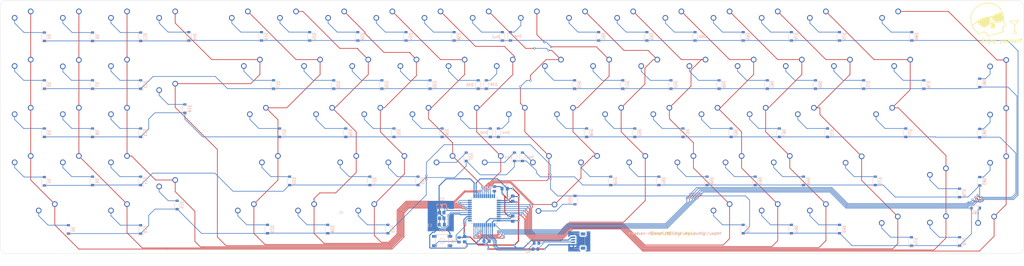
<source format=kicad_pcb>
(kicad_pcb (version 20211014) (generator pcbnew)
  (layers (0 "F.Cu" signal) (31 "B.Cu" signal) (34 "B.Paste" user) (35 "F.Paste" user) (36 "B.SilkS" user "B.Silkscreen") (37 "F.SilkS" user "F.Silkscreen") (38 "B.Mask" user) (39 "F.Mask" user) (44 "Edge.Cuts" user))
  (net 0 "")
  (net 1 "+5V")
  (net 2 "Net-(C2-Pad2)")
  (net 3 "Net-(C3-Pad2)")
  (net 4 "Net-(C5-Pad1)")
  (net 5 "row3")
  (net 6 "row4")
  (net 7 "D+")
  (net 8 "D-")
  (net 9 "Net-(R1-Pad2)")
  (net 10 "Net-(R2-Pad2)")
  (net 11 "Net-(R3-Pad2)")
  (net 12 "Net-(R4-Pad1)")
  (net 15 "GND")
  (net 16 "col0")
  (net 17 "col1")
  (net 18 "col2")
  (net 19 "col3")
  (net 20 "col4")
  (net 21 "col5")
  (net 22 "col6")
  (net 23 "col7")
  (net 24 "col8")
  (net 25 "col9")
  (net 26 "col10")
  (net 27 "col11")
  (net 28 "col12")
  (net 29 "col13")
  (net 30 "col14")
  (net 31 "col15")
  (net 32 "col16")
  (net 33 "row0")
  (net 34 "Net-(D1-Pad2)")
  (net 35 "row1")
  (net 36 "row2")
  (net 37 "Net-(D6-Pad2)")
  (net 38 "Net-(D11-Pad2)")
  (net 39 "Net-(D16-Pad2)")
  (net 40 "Net-(D19-Pad2)")
  (net 41 "Net-(D24-Pad2)")
  (net 42 "Net-(D29-Pad2)")
  (net 43 "Net-(D34-Pad2)")
  (net 44 "Net-(D38-Pad2)")
  (net 45 "Net-(D42-Pad2)")
  (net 46 "Net-(D46-Pad2)")
  (net 47 "Net-(D51-Pad2)")
  (net 48 "Net-(D55-Pad2)")
  (net 49 "Net-(D60-Pad2)")
  (net 50 "Net-(D65-Pad2)")
  (net 51 "Net-(D70-Pad2)")
  (net 52 "Net-(D75-Pad2)")
  (net 53 "Net-(D80-Pad2)")
  (net 54 "col17")
  (net 55 "Net-(D2-Pad2)")
  (net 56 "Net-(D3-Pad2)")
  (net 57 "Net-(D4-Pad2)")
  (net 58 "Net-(D5-Pad2)")
  (net 59 "Net-(D7-Pad2)")
  (net 60 "Net-(D8-Pad2)")
  (net 61 "Net-(D9-Pad2)")
  (net 62 "Net-(D10-Pad2)")
  (net 63 "Net-(D12-Pad2)")
  (net 64 "Net-(D13-Pad2)")
  (net 65 "Net-(D14-Pad2)")
  (net 66 "Net-(D15-Pad2)")
  (net 67 "Net-(D17-Pad2)")
  (net 68 "Net-(D18-Pad2)")
  (net 69 "Net-(D20-Pad2)")
  (net 70 "Net-(D21-Pad2)")
  (net 71 "Net-(D22-Pad2)")
  (net 72 "Net-(D23-Pad2)")
  (net 73 "Net-(D25-Pad2)")
  (net 74 "Net-(D26-Pad2)")
  (net 75 "Net-(D27-Pad2)")
  (net 76 "Net-(D28-Pad2)")
  (net 77 "Net-(D30-Pad2)")
  (net 78 "Net-(D31-Pad2)")
  (net 79 "Net-(D32-Pad2)")
  (net 80 "Net-(D33-Pad2)")
  (net 81 "Net-(D35-Pad2)")
  (net 82 "Net-(D36-Pad2)")
  (net 83 "Net-(D37-Pad2)")
  (net 84 "Net-(D39-Pad2)")
  (net 85 "Net-(D40-Pad2)")
  (net 86 "Net-(D41-Pad2)")
  (net 87 "Net-(D43-Pad2)")
  (net 88 "Net-(D44-Pad2)")
  (net 89 "Net-(D45-Pad2)")
  (net 90 "Net-(D47-Pad2)")
  (net 91 "Net-(D48-Pad2)")
  (net 92 "Net-(D49-Pad2)")
  (net 93 "Net-(D50-Pad2)")
  (net 94 "Net-(D52-Pad2)")
  (net 95 "Net-(D53-Pad2)")
  (net 96 "Net-(D54-Pad2)")
  (net 97 "Net-(D56-Pad2)")
  (net 98 "Net-(D57-Pad2)")
  (net 99 "Net-(D58-Pad2)")
  (net 100 "Net-(D59-Pad2)")
  (net 101 "Net-(D61-Pad2)")
  (net 102 "Net-(D62-Pad2)")
  (net 103 "Net-(D63-Pad2)")
  (net 104 "Net-(D64-Pad2)")
  (net 105 "Net-(D66-Pad2)")
  (net 106 "Net-(D67-Pad2)")
  (net 107 "Net-(D68-Pad2)")
  (net 108 "Net-(D69-Pad2)")
  (net 109 "Net-(D71-Pad2)")
  (net 110 "Net-(D72-Pad2)")
  (net 111 "Net-(D73-Pad2)")
  (net 112 "Net-(D74-Pad2)")
  (net 113 "Net-(D76-Pad2)")
  (net 114 "Net-(D77-Pad2)")
  (net 115 "Net-(D78-Pad2)")
  (net 116 "Net-(D79-Pad2)")
  (net 117 "Net-(D81-Pad2)")
  (net 118 "Net-(D82-Pad2)")
  (net 119 "Net-(D83-Pad2)")
  (net 120 "Net-(D84-Pad2)")
  (footprint "MX_Only:MXOnly-1U-NoLED" (layer "F.Cu") (at 356.54375 262.580751)
    (fp_text reference "K65")
    (fp_text value "KEYSW")
  )
  (footprint "MX_Only:MXOnly-1U-NoLED" (layer "F.Cu") (at 313.68125 205.430751)
    (fp_text reference "K11")
    (fp_text value "KEYSW")
  )
  (footprint "MX_Only:MXOnly-1U-NoLED" (layer "F.Cu") (at 375.59375 262.580751)
    (fp_text reference "K66")
    (fp_text value "KEYSW")
  )
  (footprint "MX_Only:MXOnly-1U-NoLED" (layer "F.Cu") (at 204.14375 224.480751)
    (fp_text reference "K22")
    (fp_text value "KEYSW")
  )
  (footprint "MX_Only:MXOnly-1U-NoLED" (layer "F.Cu") (at 113.50625 243.530751)
    (fp_text reference "K37")
    (fp_text value "KEYSW")
  )
  (footprint "MX_Only:MXOnly-1U-NoLED" (layer "F.Cu") (at 475.45625 286.393251)
    (fp_text reference "K83")
    (fp_text value "KEYSW")
  )
  (footprint "MX_Only:MXOnly-1U-NoLED" (layer "F.Cu") (at 151.60625 205.430751)
    (fp_text reference "K3")
    (fp_text value "KEYSW")
  )
  (footprint "MX_Only:MXOnly-1U-NoLED" (layer "F.Cu") (at 251.76875 243.530751)
    (fp_text reference "K43")
    (fp_text value "KEYSW")
  )
  (footprint "MX_Only:MXOnly-1U-NoLED" (layer "F.Cu") (at 351.78125 205.430751)
    (fp_text reference "K13")
    (fp_text value "KEYSW")
  )
  (footprint "MX_Only:MXOnly-1U-NoLED" (layer "F.Cu") (at 308.91875 243.530751)
    (fp_text reference "K46")
    (fp_text value "KEYSW")
  )
  (footprint "MX_Only:MXOnly-1U-NoLED" (layer "F.Cu") (at 225.575 281.630751)
    (fp_text reference "K76")
    (fp_text value "KEYSW")
  )
  (footprint "MX_Only:MXOnly-1U-NoLED" (layer "F.Cu") (at 332.73125 205.430751)
    (fp_text reference "K12")
    (fp_text value "KEYSW")
  )
  (footprint "MX_Only:MXOnly-1U-NoLED" (layer "F.Cu") (at 361.30625 224.480751)
    (fp_text reference "K30")
    (fp_text value "KEYSW")
  )
  (footprint "MX_Only:MXOnly-1U-NoLED" (layer "F.Cu") (at 389.88125 205.430751)
    (fp_text reference "K15")
    (fp_text value "KEYSW")
  )
  (footprint "MX_Only:MXOnly-1U-NoLED" (layer "F.Cu") (at 461.31875 224.480751)
    (fp_text reference "K35")
    (fp_text value "KEYSW")
  )
  (footprint "MX_Only:MXOnly-1U-NoLED" (layer "F.Cu") (at 347.01875 243.530751)
    (fp_text reference "K48")
    (fp_text value "KEYSW")
  )
  (footprint "MX_Only:MXOnly-1U-NoLED" (layer "F.Cu") (at 394.64375 262.580751)
    (fp_text reference "K67")
    (fp_text value "KEYSW")
  )
  (footprint "MX_Only:MXOnly-1U-NoLED" (layer "F.Cu") (at 442.11875 262.73125)
    (fp_text reference "K69")
    (fp_text value "KEYSW")
  )
  (footprint "MX_Only:MXOnly-1U-NoLED" (layer "F.Cu") (at 132.55625 205.430751)
    (fp_text reference "K2")
    (fp_text value "KEYSW")
  )
  (footprint "MX_Only:MXOnly-1U-NoLED" (layer "F.Cu") (at 318.44375 262.580751)
    (fp_text reference "K63")
    (fp_text value "KEYSW")
  )
  (footprint "MX_Only:MXOnly-1U-NoLED" (layer "F.Cu") (at 427.98125 205.430751)
    (fp_text reference "K17")
    (fp_text value "KEYSW")
  )
  (footprint "MX_Only:MXOnly-1U-NoLED" (layer "F.Cu") (at 499.26875 224.63125)
    (fp_text reference "K36")
    (fp_text value "KEYSW")
  )
  (footprint "MX_Only:MXOnly-1U-NoLED" (layer "F.Cu") (at 366.06875 243.530751)
    (fp_text reference "K49")
    (fp_text value "KEYSW")
  )
  (footprint "MX_Only:MXOnly-1U-NoLED" (layer "F.Cu") (at 170.65625 234.005751)
    (fp_text reference "K40")
    (fp_text value "KEYSW")
  )
  (footprint "MX_Only:MXOnly-1U-NoLED" (layer "F.Cu") (at 151.60625 281.630751)
    (fp_text reference "K73")
    (fp_text value "KEYSW")
  )
  (footprint "MX_Only:MXOnly-1U-NoLED" (layer "F.Cu") (at 404.16875 243.530751)
    (fp_text reference "K51")
    (fp_text value "KEYSW")
  )
  (footprint "MX_Only:MXOnly-1U-NoLED" (layer "F.Cu") (at 270.81875 243.530751)
    (fp_text reference "K44")
    (fp_text value "KEYSW")
  )
  (footprint "MX_Only:MXOnly-1U-NoLED" (layer "F.Cu") (at 327.96875 243.530751)
    (fp_text reference "K47")
    (fp_text value "KEYSW")
  )
  (footprint "MX_Only:MXOnly-1U-NoLED" (layer "F.Cu") (at 342.25625 224.480751)
    (fp_text reference "K29")
    (fp_text value "KEYSW")
  )
  (footprint "MX_Only:MXOnly-1U-NoLED" (layer "F.Cu") (at 242.24375 262.580751)
    (fp_text reference "K59")
    (fp_text value "KEYSW")
  )
  (footprint "MX_Only:MXOnly-1U-NoLED" (layer "F.Cu") (at 151.60625 262.580751)
    (fp_text reference "K57")
    (fp_text value "KEYSW")
  )
  (footprint "MX_Only:MXOnly-1U-NoLED" (layer "F.Cu") (at 113.50625 262.580751)
    (fp_text reference "K55")
    (fp_text value "KEYSW")
  )
  (footprint "MX_Only:MXOnly-1U-NoLED" (layer "F.Cu") (at 380.35625 224.480751)
    (fp_text reference "K31")
    (fp_text value "KEYSW")
  )
  (footprint "MX_Only:MXOnly-1U-NoLED" (layer "F.Cu") (at 456.40625 286.54375)
    (fp_text reference "K82")
    (fp_text value "KEYSW")
  )
  (footprint "MX_Only:MXOnly-1U-NoLED" (layer "F.Cu") (at 427.98125 281.630751)
    (fp_text reference "K81")
    (fp_text value "KEYSW")
  )
  (footprint "MX_Only:MXOnly-1U-NoLED" (layer "F.Cu") (at 132.55625 224.63125)
    (fp_text reference "K20")
    (fp_text value "KEYSW")
  )
  (footprint "MX_Only:MXOnly-1U-NoLED" (layer "F.Cu") (at 218.43125 205.430751)
    (fp_text reference "K6")
    (fp_text value "KEYSW")
  )
  (footprint "MX_Only:MXOnly-1U-NoLED" (layer "F.Cu") (at 399.40625 224.480751)
    (fp_text reference "K32")
    (fp_text value "KEYSW")
  )
  (footprint "MX_Only:MXOnly-1U-NoLED" (layer "F.Cu") (at 499.26875 243.68125)
    (fp_text reference "K54")
    (fp_text value "KEYSW")
  )
  (footprint "MX_Only:MXOnly-1U-NoLED" (layer "F.Cu") (at 285.10625 224.480751)
    (fp_text reference "K26")
    (fp_text value "KEYSW")
  )
  (footprint "MX_Only:MXOnly-1U-NoLED" (layer "F.Cu") (at 408.93125 281.630751)
    (fp_text reference "K80")
    (fp_text value "KEYSW")
  )
  (footprint "MX_Only:MXOnly-1U-NoLED" (layer "F.Cu") (at 408.93125 205.430751)
    (fp_text reference "K16")
    (fp_text value "KEYSW")
  )
  (footprint "MX_Only:MXOnly-1U-NoLED" (layer "F.Cu") (at 206.525 243.530751)
    (fp_text reference "K41")
    (fp_text value "KEYSW")
  )
  (footprint "MX_Only:MXOnly-1U-NoLED" (layer "F.Cu") (at 170.65625 205.430751)
    (fp_text reference "K4")
    (fp_text value "KEYSW")
  )
  (footprint "MX_Only:MXOnly-1U-NoLED" (layer "F.Cu") (at 423.21875 243.530751)
    (fp_text reference "K52")
    (fp_text value "KEYSW")
  )
  (footprint "MX_Only:MXOnly-1U-NoLED" (layer "F.Cu") (at 249.3875 281.630751)
    (fp_text reference "K77")
    (fp_text value "KEYSW")
  )
  (footprint "MX_Only:MXOnly-1U-NoLED" (layer "F.Cu") (at 201.7625 281.630751)
    (fp_text reference "K75")
    (fp_text value "KEYSW")
  )
  (footprint "MX_Only:MXOnly-1U-NoLED" (layer "F.Cu") (at 323.20625 224.480751)
    (fp_text reference "K28")
    (fp_text value "KEYSW")
  )
  (footprint "MX_Only:MXOnly-1U-NoLED" (layer "F.Cu") (at 385.11875 243.530751)
    (fp_text reference "K50")
    (fp_text value "KEYSW")
  )
  (footprint "MX_Only:MXOnly-1U-NoLED" (layer "F.Cu") (at 199.38125 205.430751)
    (fp_text reference "K5")
    (fp_text value "KEYSW")
  )
  (footprint "MX_Only:MXOnly-1U-NoLED" (layer "F.Cu") (at 418.45625 224.480751)
    (fp_text reference "K33")
    (fp_text value "KEYSW")
  )
  (footprint "MX_Only:MXOnly-1U-NoLED" (layer "F.Cu") (at 299.39375 262.580751)
    (fp_text reference "K62")
    (fp_text value "KEYSW")
  )
  (footprint "MX_Only:MXOnly-1U-NoLED" (layer "F.Cu") (at 170.65625 272.105751)
    (fp_text reference "K74")
    (fp_text value "KEYSW")
  )
  (footprint "MX_Only:MXOnly-1U-NoLED" (layer "F.Cu") (at 494.50625 286.54375)
    (fp_text reference "K84")
    (fp_text value "KEYSW")
  )
  (footprint "MX_Only:MXOnly-1U-NoLED" (layer "F.Cu") (at 437.50625 224.480751)
    (fp_text reference "K34")
    (fp_text value "KEYSW")
  )
  (footprint "MX_Only:MXOnly-1U-NoLED" (layer "F.Cu") (at 280.34375 262.580751)
    (fp_text reference "K61")
    (fp_text value "KEYSW")
  )
  (footprint "MX_Only:MXOnly-1U-NoLED" (layer "F.Cu") (at 370.83125 205.430751)
    (fp_text reference "K14")
    (fp_text value "KEYSW")
  )
  (footprint "MX_Only:MXOnly-1U-NoLED" (layer "F.Cu") (at 294.63125 205.430751)
    (fp_text reference "K10")
    (fp_text value "KEYSW")
  )
  (footprint "MX_Only:MXOnly-1U-NoLED" (layer "F.Cu") (at 113.50625 205.430751)
    (fp_text reference "K1")
    (fp_text value "KEYSW")
  )
  (footprint "MX_Only:MXOnly-1U-NoLED" (layer "F.Cu") (at 389.88125 281.630751)
    (fp_text reference "K79")
    (fp_text value "KEYSW")
  )
  (footprint "MX_Only:MXOnly-1U-NoLED" (layer "F.Cu") (at 227.95625 224.480751)
    (fp_text reference "K23")
    (fp_text value "KEYSW")
  )
  (footprint "MX_Only:MXOnly-1U-NoLED" (layer "F.Cu") (at 256.53125 205.430751)
    (fp_text reference "K8")
    (fp_text value "KEYSW")
  )
  (footprint "MX_Only:MXOnly-1U-NoLED" (layer "F.Cu") (at 499.26875 262.73125)
    (fp_text reference "K71")
    (fp_text value "KEYSW")
  )
  (footprint "MX_Only:MXOnly-1U-NoLED" (layer "F.Cu") (at 475.45625 267.49375)
    (fp_text reference "K70")
    (fp_text value "KEYSW")
  )
  (footprint "MX_Only:MXOnly-1U-NoLED" (layer "F.Cu") (at 456.55625 205.430751)
    (fp_text reference "K18")
    (fp_text value "KEYSW")
  )
  (footprint "MX_Only:MXOnly-1U-NoLED" (layer "F.Cu") (at 320.66625 281.789501)
    (fp_text reference "K78")
    (fp_text value "KEYSW")
  )
  (footprint "MX_Only:MXOnly-1U-NoLED" (layer "F.Cu") (at 266.05625 224.480751)
    (fp_text reference "K25")
    (fp_text value "KEYSW")
  )
  (footprint "MX_Only:MXOnly-1U-NoLED" (layer "F.Cu") (at 454.175 243.530751)
    (fp_text reference "K53")
    (fp_text value "KEYSW")
  )
  (footprint "MX_Only:MXOnly-1U-NoLED" (layer "F.Cu") (at 123.03125 281.630751)
    (fp_text reference "K72")
    (fp_text value "KEYSW")
  )
  (footprint "MX_Only:MXOnly-1U-NoLED" (layer "F.Cu") (at 237.48125 205.430751)
    (fp_text reference "K7")
    (fp_text value "KEYSW")
  )
  (footprint "MX_Only:MXOnly-1U-NoLED" (layer "F.Cu") (at 247.00625 224.480751)
    (fp_text reference "K24")
    (fp_text value "KEYSW")
  )
  (footprint "MX_Only:MXOnly-1U-NoLED" (layer "F.Cu") (at 151.60625 224.480751)
    (fp_text reference "K21")
    (fp_text value "KEYSW")
  )
  (footprint "MX_Only:MXOnly-1U-NoLED" (layer "F.Cu") (at 132.55625 243.530751)
    (fp_text reference "K38")
    (fp_text value "KEYSW")
  )
  (footprint "MX_Only:MXOnly-1U-NoLED" (layer "F.Cu") (at 211.2875 262.580751)
    (fp_text reference "K58")
    (fp_text value "KEYSW")
  )
  (footprint "MX_Only:MXOnly-1U-NoLED" (layer "F.Cu") (at 413.69375 262.580751)
    (fp_text reference "K68")
    (fp_text value "KEYSW")
  )
  (footprint "MX_Only:MXOnly-1U-NoLED" (layer "F.Cu") (at 232.71875 243.530751)
    (fp_text reference "K42")
    (fp_text value "KEYSW")
  )
  (footprint "MX_Only:MXOnly-1U-NoLED" (layer "F.Cu") (at 289.86875 243.530751)
    (fp_text reference "K45")
    (fp_text value "KEYSW")
  )
  (footprint "MX_Only:MXOnly-1U-NoLED" (layer "F.Cu") (at 275.58125 205.430751)
    (fp_text reference "K9")
    (fp_text value "KEYSW")
  )
  (footprint "MX_Only:MXOnly-1U-NoLED" (layer "F.Cu") (at 151.60625 243.530751)
    (fp_text reference "K39")
    (fp_text value "KEYSW")
  )
  (footprint "MX_Only:MXOnly-1U-NoLED" (layer "F.Cu") (at 132.55625 262.580751)
    (fp_text reference "K56")
    (fp_text value "KEYSW")
  )
  (footprint "MX_Only:MXOnly-1U-NoLED" (layer "F.Cu") (at 304.15625 224.480751)
    (fp_text reference "K27")
    (fp_text value "KEYSW")
  )
  (footprint "MX_Only:MXOnly-1U-NoLED" (layer "F.Cu") (at 261.29375 262.580751)
    (fp_text reference "K60")
    (fp_text value "KEYSW")
  )
  (footprint "MX_Only:MXOnly-1U-NoLED" (layer "F.Cu") (at 113.50625 224.480751)
    (fp_text reference "K19")
    (fp_text value "KEYSW")
  )
  (footprint "MX_Only:MXOnly-1U-NoLED" (layer "F.Cu") (at 337.49375 262.580751)
    (fp_text reference "K64")
    (fp_text value "KEYSW")
  )
  (footprint "Capacitor_SMD:C_0805_2012Metric_Pad1.18x1.45mm_HandSolder" (layer "B.Cu") (at 303.48125 270.399501 180)
    (fp_text reference "C1")
    (fp_text value ".1uF")
  )
  (footprint "Diode_SMD:D_SOD-123" (layer "B.Cu") (at 310.50625 257.818251 90)
    (fp_text reference "D45")
    (fp_text value "D_Small")
  )
  (footprint "Diode_SMD:D_SOD-123" (layer "B.Cu") (at 297.80625 248.293251 90)
    (fp_text reference "D40")
    (fp_text value "D_Small")
  )
  (footprint "Diode_SMD:D_SOD-123" (layer "B.Cu") (at 245.41875 210.193251 90)
    (fp_text reference "D29")
    (fp_text value "D_Small")
  )
  (footprint "Diode_SMD:D_SOD-123" (layer "B.Cu") (at 407.34375 229.243251 90)
    (fp_text reference "D61")
    (fp_text value "D_Small")
  )
  (footprint "Diode_SMD:D_SOD-123" (layer "B.Cu") (at 307.33125 257.818251 90)
    (fp_text reference "D41")
    (fp_text value "D_Small")
  )
  (footprint "Diode_SMD:D_SOD-123" (layer "B.Cu") (at 331.14375 229.243251 90)
    (fp_text reference "D43")
    (fp_text value "D_Small")
  )
  (footprint "Resistor_SMD:R_0805_2012Metric" (layer "B.Cu") (at 285.415625 290.665126 -90)
    (fp_text reference "R3")
    (fp_text value "10k")
  )
  (footprint "Diode_SMD:D_SOD-123" (layer "B.Cu") (at 254.94375 229.243251 90)
    (fp_text reference "D25")
    (fp_text value "D_Small")
  )
  (footprint "Diode_SMD:D_SOD-123" (layer "B.Cu") (at 388.29375 229.243251 90)
    (fp_text reference "D56")
    (fp_text value "D_Small")
  )
  (footprint "Diode_SMD:D_SOD-123" (layer "B.Cu") (at 218.43125 267.343251 90)
    (fp_text reference "D22")
    (fp_text value "D_Small")
  )
  (footprint "Capacitor_SMD:C_0805_2012Metric_Pad1.18x1.45mm_HandSolder" (layer "B.Cu") (at 278.60625 284.687001 180)
    (fp_text reference "C3")
    (fp_text value "22pF")
  )
  (footprint "Diode_SMD:D_SOD-123" (layer "B.Cu") (at 359.71875 210.193251 90)
    (fp_text reference "D55")
    (fp_text value "D_Small")
  )
  (footprint "Diode_SMD:D_SOD-123" (layer "B.Cu") (at 464.34375 291.30625 90)
    (fp_text reference "D74")
    (fp_text value "D_Small")
  )
  (footprint "Capacitor_SMD:C_0805_2012Metric_Pad1.18x1.45mm_HandSolder" (layer "B.Cu") (at 296.3375 291.155751)
    (fp_text reference "C5")
    (fp_text value "1uF")
  )
  (footprint "Diode_SMD:D_SOD-123" (layer "B.Cu") (at 177.00625 238.768251 90)
    (fp_text reference "D18")
    (fp_text value "D_Small")
  )
  (footprint "Diode_SMD:D_SOD-123" (layer "B.Cu") (at 412.10625 248.293251 90)
    (fp_text reference "D67")
    (fp_text value "D_Small")
  )
  (footprint "Diode_SMD:D_SOD-123" (layer "B.Cu") (at 431.15625 248.293251 90)
    (fp_text reference "D72")
    (fp_text value "D_Small")
  )
  (footprint "random-keyboard-parts:SKQG-1155865" (layer "B.Cu") (at 278.75625 291.155751)
    (fp_text reference "SW1")
    (fp_text value "SW_PUSH")
  )
  (footprint "Diode_SMD:D_SOD-123" (layer "B.Cu") (at 489.74375 278.138251)
    (fp_text reference "D84")
    (fp_text value "D_Small")
  )
  (footprint "Diode_SMD:D_SOD-123" (layer "B.Cu") (at 483.39375 272.105751 90)
    (fp_text reference "D78")
    (fp_text value "D_Small")
  )
  (footprint "Diode_SMD:D_SOD-123" (layer "B.Cu") (at 469.25625 229.243251 90)
    (fp_text reference "D76")
    (fp_text value "D_Small")
  )
  (footprint "Diode_SMD:D_SOD-123" (layer "B.Cu") (at 393.05625 248.293251 90)
    (fp_text reference "D62")
    (fp_text value "D_Small")
  )
  (footprint "Diode_SMD:D_SOD-123" (layer "B.Cu") (at 296.21875 229.243251 90)
    (fp_text reference "D39")
    (fp_text value "D_Small")
  )
  (footprint "Diode_SMD:D_SOD-123" (layer "B.Cu") (at 226.36875 210.193251 90)
    (fp_text reference "D24")
    (fp_text value "D_Small")
  )
  (footprint "Diode_SMD:D_SOD-123" (layer "B.Cu") (at 464.49375 210.193251 90)
    (fp_text reference "D80")
    (fp_text value "D_Small")
  )
  (footprint "Diode_SMD:D_SOD-123" (layer "B.Cu") (at 435.91875 286.393251 90)
    (fp_text reference "D69")
    (fp_text value "D_Small")
  )
  (footprint "Diode_SMD:D_SOD-123" (layer "B.Cu") (at 212.08125 229.243251 90)
    (fp_text reference "D17")
    (fp_text value "D_Small")
  )
  (footprint "Diode_SMD:D_SOD-123" (layer "B.Cu") (at 435.91875 210.193251 90)
    (fp_text reference "D75")
    (fp_text value "D_Small")
  )
  (footprint "Resistor_SMD:R_0805_2012Metric" (layer "B.Cu") (at 315.68125 294.330751 180)
    (fp_text reference "R2")
    (fp_text value "22")
  )
  (footprint "Diode_SMD:D_SOD-123" (layer "B.Cu") (at 445.44375 229.243251 90)
    (fp_text reference "D71")
    (fp_text value "D_Small")
  )
  (footprint "Diode_SMD:D_SOD-123" (layer "B.Cu") (at 278.75625 248.293251 90)
    (fp_text reference "D36")
    (fp_text value "D_Small")
  )
  (footprint "Diode_SMD:D_SOD-123" (layer "B.Cu") (at 364.48125 267.343251 90)
    (fp_text reference "D54")
    (fp_text value "D_Small")
  )
  (footprint "Diode_SMD:D_SOD-123" (layer "B.Cu") (at 416.86875 210.193251 90)
    (fp_text reference "D70")
    (fp_text value "D_Small")
  )
  (footprint "Diode_SMD:D_SOD-123" (layer "B.Cu") (at 397.81875 210.193251 90)
    (fp_text reference "D65")
    (fp_text value "D_Small")
  )
  (footprint "Diode_SMD:D_SOD-123" (layer "B.Cu") (at 369.24375 229.243251 90)
    (fp_text reference "D52")
    (fp_text value "D_Small")
  )
  (footprint "Diode_SMD:D_SOD-123" (layer "B.Cu") (at 273.99375 229.243251 90)
    (fp_text reference "D30")
    (fp_text value "D_Small")
  )
  (footprint "Diode_SMD:D_SOD-123" (layer "B.Cu") (at 288.28125 257.818251 90)
    (fp_text reference "D37")
    (fp_text value "D_Small")
  )
  (footprint "Diode_SMD:D_SOD-123" (layer "B.Cu") (at 140.49375 248.293251 90)
    (fp_text reference "D8")
    (fp_text value "D_Small")
  )
  (footprint "Resistor_SMD:R_0805_2012Metric" (layer "B.Cu") (at 299.39375 270.518251 90)
    (fp_text reference "R4")
    (fp_text value "10k")
  )
  (footprint "Diode_SMD:D_SOD-123" (layer "B.Cu") (at 483.39375 291.30625 90)
    (fp_text reference "D79")
    (fp_text value "D_Small")
  )
  (footprint "Diode_SMD:D_SOD-123" (layer "B.Cu") (at 159.54375 229.243251 90)
    (fp_text reference "D12")
    (fp_text value "D_Small")
  )
  (footprint "Diode_SMD:D_SOD-123" (layer "B.Cu") (at 383.53125 267.343251 90)
    (fp_text reference "D58")
    (fp_text value "D_Small")
  )
  (footprint "Diode_SMD:D_SOD-123" (layer "B.Cu") (at 491.33125 248.44375 90)
    (fp_text reference "D82")
    (fp_text value "D_Small")
  )
  (footprint "Diode_SMD:D_SOD-123" (layer "B.Cu") (at 350.19375 229.243251 90)
    (fp_text reference "D47")
    (fp_text value "D_Small")
  )
  (footprint "Diode_SMD:D_SOD-123" (layer "B.Cu") (at 331.3025 274.963251 -90)
    (fp_text reference "D50")
    (fp_text value "D_Small")
  )
  (footprint "Diode_SMD:D_SOD-123" (layer "B.Cu") (at 345.43125 267.343251 90)
    (fp_text reference "D49")
    (fp_text value "D_Small")
  )
  (footprint "Diode_SMD:D_SOD-123" (layer "B.Cu") (at 302.56875 210.193251 90)
    (fp_text reference "D42")
    (fp_text value "D_Small")
  )
  (footprint "Diode_SMD:D_SOD-123" (layer "B.Cu") (at 491.33125 267.49375 90)
    (fp_text reference "D83")
    (fp_text value "D_Small")
  )
  (footprint "Diode_SMD:D_SOD-123" (layer "B.Cu") (at 450.05625 267.343251 90)
    (fp_text reference "D73")
    (fp_text value "D_Small")
  )
  (footprint "Diode_SMD:D_SOD-123" (layer "B.Cu") (at 374.00625 248.293251 90)
    (fp_text reference "D57")
    (fp_text value "D_Small")
  )
  (footprint "Diode_SMD:D_SOD-123" (layer "B.Cu") (at 257.325 286.393251 90)
    (fp_text reference "D33")
    (fp_text value "D_Small")
  )
  (footprint "Package_QFP:TQFP-44_10x10mm_P0.8mm" (layer "B.Cu") (at 295.4 279.105751 90)
    (fp_text reference "U1")
    (fp_text value "ATmega32U4-A")
  )
  (footprint "Diode_SMD:D_SOD-123" (layer "B.Cu") (at 421.63125 267.343251 90)
    (fp_text reference "D68")
    (fp_text value "D_Small")
  )
  (footprint "Diode_SMD:D_SOD-123" (layer "B.Cu") (at 173.98125 276.868251 90)
    (fp_text reference "D15")
    (fp_text value "D_Small")
  )
  (footprint "Diode_SMD:D_SOD-123" (layer "B.Cu") (at 121.44375 229.243251 90)
    (fp_text reference "D2")
    (fp_text value "D_Small")
  )
  (footprint "Diode_SMD:D_SOD-123" (layer "B.Cu") (at 340.66875 210.193251 90)
    (fp_text reference "D51")
    (fp_text value "D_Small")
  )
  (footprint "random-keyboard-parts:JST-SR-4" (layer "B.Cu") (at 335.38125 291.155751 -90)
    (fp_text reference "J1")
    (fp_text value "SM04B-SRSS-TB(LF)(SN)")
  )
  (footprint "Diode_SMD:D_SOD-123" (layer "B.Cu") (at 416.86875 286.393251 90)
    (fp_text reference "D64")
    (fp_text value "D_Small")
  )
  (footprint "Diode_SMD:D_SOD-123" (layer "B.Cu") (at 235.89375 229.243251 90)
    (fp_text reference "D20")
    (fp_text value "D_Small")
  )
  (footprint "Diode_SMD:D_SOD-123" (layer "B.Cu") (at 259.70625 248.293251 90)
    (fp_text reference "D31")
    (fp_text value "D_Small")
  )
  (footprint "Diode_SMD:D_SOD-123" (layer "B.Cu") (at 240.65625 248.293251 90)
    (fp_text reference "D26")
    (fp_text value "D_Small")
  )
  (footprint "Diode_SMD:D_SOD-123" (layer "B.Cu") (at 121.44375 248.293251 90)
    (fp_text reference "D3")
    (fp_text value "D_Small")
  )
  (footprint "Crystal:Crystal_SMD_3225-4Pin_3.2x2.5mm" (layer "B.Cu") (at 278.60625 281.024501 90)
    (fp_text reference "Y1")
    (fp_text value "16MHz")
  )
  (footprint "Diode_SMD:D_SOD-123" (layer "B.Cu") (at 491.33125 228.6 90)
    (fp_text reference "D81")
    (fp_text value "D_Small")
  )
  (footprint "Diode_SMD:D_SOD-123" (layer "B.Cu") (at 283.51875 210.193251 90)
    (fp_text reference "D38")
    (fp_text value "D_Small")
  )
  (footprint "Capacitor_SMD:C_0805_2012Metric_Pad1.18x1.45mm_HandSolder" (layer "B.Cu") (at 287.671875 290.421376 -90)
    (fp_text reference "C4")
    (fp_text value ".1uF")
  )
  (footprint "Diode_SMD:D_SOD-123" (layer "B.Cu") (at 159.54375 210.34375 90)
    (fp_text reference "D11")
    (fp_text value "D_Small")
  )
  (footprint "Diode_SMD:D_SOD-123" (layer "B.Cu") (at 305.74375 210.193251 90)
    (fp_text reference "D46")
    (fp_text value "D_Small")
  )
  (footprint "Diode_SMD:D_SOD-123" (layer "B.Cu") (at 159.54375 286.54375 90)
    (fp_text reference "D10")
    (fp_text value "D_Small")
  )
  (footprint "Diode_SMD:D_SOD-123" (layer "B.Cu") (at 209.7 286.393251 90)
    (fp_text reference "D23")
    (fp_text value "D_Small")
  )
  (footprint "Diode_SMD:D_SOD-123" (layer "B.Cu") (at 140.49375 267.343251 90)
    (fp_text reference "D9")
    (fp_text value "D_Small")
  )
  (footprint "Diode_SMD:D_SOD-123" (layer "B.Cu") (at 269.23125 267.343251 90)
    (fp_text reference "D32")
    (fp_text value "D_Small")
  )
  (footprint "Resistor_SMD:R_0805_2012Metric" (layer "B.Cu") (at 316.0625 291.949501 180)
    (fp_text reference "R1")
    (fp_text value "22")
  )
  (footprint "Diode_SMD:D_SOD-123" (layer "B.Cu") (at 178.59375 210.193251 90)
    (fp_text reference "D16")
    (fp_text value "D_Small")
  )
  (footprint "Diode_SMD:D_SOD-123" (layer "B.Cu") (at 426.39375 229.243251 90)
    (fp_text reference "D66")
    (fp_text value "D_Small")
  )
  (footprint "Diode_SMD:D_SOD-123" (layer "B.Cu") (at 335.90625 248.293251 90)
    (fp_text reference "D48")
    (fp_text value "D_Small")
  )
  (footprint "Diode_SMD:D_SOD-123" (layer "B.Cu") (at 378.76875 210.193251 90)
    (fp_text reference "D60")
    (fp_text value "D_Small")
  )
  (footprint "Diode_SMD:D_SOD-123" (layer "B.Cu") (at 140.49375 229.243251 90)
    (fp_text reference "D7")
    (fp_text value "D_Small")
  )
  (footprint "Diode_SMD:D_SOD-123" (layer "B.Cu") (at 293.04375 229.243251 90)
    (fp_text reference "D35")
    (fp_text value "D_Small")
  )
  (footprint "Diode_SMD:D_SOD-123" (layer "B.Cu") (at 130.96875 286.54375 90)
    (fp_text reference "D5")
    (fp_text value "D_Small")
  )
  (footprint "Diode_SMD:D_SOD-123" (layer "B.Cu") (at 397.81875 286.393251 90)
    (fp_text reference "D59")
    (fp_text value "D_Small")
  )
  (footprint "Diode_SMD:D_SOD-123" (layer "B.Cu") (at 462.1125 248.293251 90)
    (fp_text reference "D77")
    (fp_text value "D_Small")
  )
  (footprint "Diode_SMD:D_SOD-123" (layer "B.Cu") (at 159.54375 267.343251 90)
    (fp_text reference "D14")
    (fp_text value "D_Small")
  )
  (footprint "Diode_SMD:D_SOD-123" (layer "B.Cu") (at 121.44375 210.34375 90)
    (fp_text reference "D1")
    (fp_text value "D_Small")
  )
  (footprint "Diode_SMD:D_SOD-123" (layer "B.Cu") (at 264.46875 210.193251 90)
    (fp_text reference "D34")
    (fp_text value "D_Small")
  )
  (footprint "Capacitor_SMD:C_0805_2012Metric_Pad1.18x1.45mm_HandSolder" (layer "B.Cu") (at 278.60625 277.543251)
    (fp_text reference "C2")
    (fp_text value "22pF")
  )
  (footprint "Diode_SMD:D_SOD-123" (layer "B.Cu") (at 250.18125 267.343251 90)
    (fp_text reference "D27")
    (fp_text value "D_Small")
  )
  (footprint "Diode_SMD:D_SOD-123" (layer "B.Cu") (at 233.5125 286.393251 90)
    (fp_text reference "D28")
    (fp_text value "D_Small")
  )
  (footprint "Diode_SMD:D_SOD-123" (layer "B.Cu") (at 300.98125 248.293251 90)
    (fp_text reference "D44")
    (fp_text value "D_Small")
  )
  (footprint "Diode_SMD:D_SOD-123" (layer "B.Cu") (at 207.31875 210.193251 90)
    (fp_text reference "D19")
    (fp_text value "D_Small")
  )
  (footprint "Diode_SMD:D_SOD-123" (layer "B.Cu") (at 354.95625 248.293251 90)
    (fp_text reference "D53")
    (fp_text value "D_Small")
  )
  (footprint "Diode_SMD:D_SOD-123" (layer "B.Cu") (at 402.58125 267.343251 90)
    (fp_text reference "D63")
    (fp_text value "D_Small")
  )
  (footprint "Diode_SMD:D_SOD-123" (layer "B.Cu") (at 140.49375 210.34375 90)
    (fp_text reference "D6")
    (fp_text value "D_Small")
  )
  (footprint "Capacitor_SMD:C_0805_2012Metric_Pad1.18x1.45mm_HandSolder" (layer "B.Cu") (at 306.65625 282.305751 90)
    (fp_text reference "C7")
    (fp_text value "10uF")
  )
  (footprint "Capacitor_SMD:C_0805_2012Metric_Pad1.18x1.45mm_HandSolder" (layer "B.Cu") (at 306.65625 274.368251 -90)
    (fp_text reference "C6")
    (fp_text value ".1uF")
  )
  (footprint "Diode_SMD:D_SOD-123" (layer "B.Cu") (at 121.44375 267.49375 90)
    (fp_text reference "D4")
    (fp_text value "D_Small")
  )
  (footprint "Diode_SMD:D_SOD-123" (layer "B.Cu") (at 214.4625 248.293251 90)
    (fp_text reference "D21")
    (fp_text value "D_Small")
  )
  (footprint "Diode_SMD:D_SOD-123" (layer "B.Cu") (at 159.54375 248.293251 90)
    (fp_text reference "D13")
    (fp_text value "D_Small")
  )
  (gr_line (start 499.591077 208.704731) (end 499.591077 208.704731) (layer "F.SilkS") (width 0.264582))
  (gr_line (start 496.677628 204.798632) (end 496.661383 204.780867) (layer "F.SilkS") (width 0.264582))
  (gr_line (start 499.50334 201.06714) (end 499.12589 201.155743) (layer "F.SilkS") (width 0.264582))
  (gr_line (start 496.765634 202.009834) (end 496.633921 202.100374) (layer "F.SilkS") (width 0.264582))
  (gr_line (start 487.96469 204.568571) (end 488.036793 204.922421) (layer "F.SilkS") (width 0.264582))
  (gr_line (start 499.313619 201.618466) (end 499.313619 201.618466) (layer "F.SilkS") (width 0.264582))
  (gr_line (start 499.858384 204.265737) (end 499.973119 204.214329) (layer "F.SilkS") (width 0.264582))
  (gr_line (start 490.703183 209.116684) (end 490.735638 209.142736) (layer "F.SilkS") (width 0.264582))
  (gr_line (start 496.989674 205.210802) (end 496.982642 205.200038) (layer "F.SilkS") (width 0.264582))
  (gr_line (start 500.185398 200.981943) (end 500.126704 200.979213) (layer "F.SilkS") (width 0.264582))
  (gr_line (start 496.768969 206.996606) (end 496.818411 206.983382) (layer "F.SilkS") (width 0.264582))
  (gr_line (start 496.097407 204.817175) (end 496.071876 204.846674) (layer "F.SilkS") (width 0.264582))
  (gr_line (start 495.516906 204.494952) (end 495.518165 204.483413) (layer "F.SilkS") (width 0.264582))
  (gr_line (start 501.301433 206.109422) (end 501.327847 206.067282) (layer "F.SilkS") (width 0.264582))
  (gr_line (start 499.373031 199.169583) (end 499.256712 199.022625) (layer "F.SilkS") (width 0.264582))
  (gr_line (start 487.861407 203.855369) (end 487.906096 204.211447) (layer "F.SilkS") (width 0.264582))
  (gr_line (start 493.033929 197.256579) (end 492.747753 197.325368) (layer "F.SilkS") (width 0.264582))
  (gr_line (start 491.89359 203.331593) (end 491.78743 203.377406) (layer "F.SilkS") (width 0.264582))
  (gr_line (start 496.230231 197.224434) (end 495.859471 197.135281) (layer "F.SilkS") (width 0.264582))
  (gr_line (start 499.933964 200.218127) (end 499.886752 200.102013) (layer "F.SilkS") (width 0.264582))
  (gr_line (start 496.367609 207.015626) (end 496.392883 207.020789) (layer "F.SilkS") (width 0.264582))
  (gr_line (start 500.121041 201.65316) (end 500.107731 201.631957) (layer "F.SilkS") (width 0.264582))
  (gr_line (start 500.736978 202.844747) (end 500.737271 202.683578) (layer "F.SilkS") (width 0.264582))
  (gr_line (start 500.739263 202.529072) (end 500.739263 202.529072) (layer "F.SilkS") (width 0.264582))
  (gr_line (start 500.40556 201.09107) (end 500.393486 201.072588) (layer "F.SilkS") (width 0.264582))
  (gr_line (start 495.148423 197.031299) (end 494.816659 197.017793) (layer "F.SilkS") (width 0.264582))
  (gr_line (start 494.685251 202.63592) (end 494.487201 202.638549) (layer "F.SilkS") (width 0.264582))
  (gr_line (start 494.506421 197.030827) (end 494.506421 197.030827) (layer "F.SilkS") (width 0.264582))
  (gr_line (start 500.726255 203.419026) (end 500.726255 203.419026) (layer "F.SilkS") (width 0.264582))
  (gr_line (start 505.127172 205.723881) (end 505.2441 208.179409) (layer "F.SilkS") (width 0.264582))
  (gr_line (start 496.400627 204.623342) (end 496.383511 204.626311) (layer "F.SilkS") (width 0.264582))
  (gr_line (start 495.499258 204.56609) (end 495.505732 204.547037) (layer "F.SilkS") (width 0.264582))
  (gr_line (start 493.391356 206.40117) (end 493.474246 206.39232) (layer "F.SilkS") (width 0.264582))
  (gr_line (start 495.171448 205.354663) (end 495.202283 205.290549) (layer "F.SilkS") (width 0.264582))
  (gr_line (start 494.487201 202.638549) (end 494.386696 202.641924) (layer "F.SilkS") (width 0.264582))
  (gr_line (start 495.152639 202.645374) (end 495.152639 202.645374) (layer "F.SilkS") (width 0.264582))
  (gr_line (start 491.775202 205.963887) (end 491.837635 206.008733) (layer "F.SilkS") (width 0.264582))
  (gr_line (start 496.661383 204.780867) (end 496.643061 204.761736) (layer "F.SilkS") (width 0.264582))
  (gr_line (start 496.214 206.942594) (end 496.232854 206.95736) (layer "F.SilkS") (width 0.264582))
  (gr_line (start 500.365949 201.99205) (end 500.303343 201.894917) (layer "F.SilkS") (width 0.264582))
  (gr_line (start 500.716998 203.068968) (end 500.704155 202.954361) (layer "F.SilkS") (width 0.264582))
  (gr_line (start 496.435043 203.107348) (end 496.482058 203.221357) (layer "F.SilkS") (width 0.264582))
  (gr_line (start 495.519064 204.471395) (end 495.51959 204.458852) (layer "F.SilkS") (width 0.264582))
  (gr_line (start 496.765064 204.912102) (end 496.729785 204.863486) (layer "F.SilkS") (width 0.264582))
  (gr_line (start 497.305797 205.985964) (end 497.289286 205.921865) (layer "F.SilkS") (width 0.264582))
  (gr_line (start 500.733265 203.584205) (end 500.726725 203.498884) (layer "F.SilkS") (width 0.264582))
  (gr_line (start 495.529558 202.551376) (end 495.262935 202.619012) (layer "F.SilkS") (width 0.264582))
  (gr_line (start 493.919413 206.296766) (end 494.009063 206.268275) (layer "F.SilkS") (width 0.264582))
  (gr_line (start 497.073652 206.826841) (end 497.089993 206.808681) (layer "F.SilkS") (width 0.264582))
  (gr_line (start 495.900117 205.163417) (end 495.885199 205.213429) (layer "F.SilkS") (width 0.264582))
  (gr_line (start 500.621871 201.756065) (end 500.592952 201.637504) (layer "F.SilkS") (width 0.264582))
  (gr_line (start 493.140047 206.409959) (end 493.224117 206.409953) (layer "F.SilkS") (width 0.264582))
  (gr_line (start 500.683445 203.565103) (end 500.695418 203.527752) (layer "F.SilkS") (width 0.264582))
  (gr_line (start 500.292442 201.254024) (end 500.283641 201.199487) (layer "F.SilkS") (width 0.264582))
  (gr_line (start 499.256712 199.022625) (end 499.131918 198.880152) (layer "F.SilkS") (width 0.264582))
  (gr_line (start 501.357227 205.959039) (end 501.361234 205.893945) (layer "F.SilkS") (width 0.264582))
  (gr_line (start 498.954268 204.569791) (end 499.049673 204.548383) (layer "F.SilkS") (width 0.264582))
  (gr_line (start 500.737158 206.340153) (end 500.825992 206.288516) (layer "F.SilkS") (width 0.264582))
  (gr_line (start 493.224117 206.409953) (end 493.307933 206.407035) (layer "F.SilkS") (width 0.264582))
  (gr_line (start 500.705797 203.489256) (end 500.714544 203.449586) (layer "F.SilkS") (width 0.264582))
  (gr_line (start 495.311922 205.025794) (end 495.411321 204.759174) (layer "F.SilkS") (width 0.264582))
  (gr_line (start 497.21851 205.617866) (end 497.208086 205.581082) (layer "F.SilkS") (width 0.264582))
  (gr_line (start 492.638122 206.350869) (end 492.720781 206.367576) (layer "F.SilkS") (width 0.264582))
  (gr_line (start 496.162023 202.356167) (end 496.162023 202.356167) (layer "F.SilkS") (width 0.264582))
  (gr_line (start 497.284421 206.46209) (end 497.299225 206.416974) (layer "F.SilkS") (width 0.264582))
  (gr_line (start 500.005596 200.982146) (end 499.942434 200.987553) (layer "F.SilkS") (width 0.264582))
  (gr_line (start 497.715355 197.813363) (end 497.352288 197.632607) (layer "F.SilkS") (width 0.264582))
  (gr_line (start 497.299225 206.416974) (end 497.311773 206.372776) (layer "F.SilkS") (width 0.264582))
  (gr_line (start 499.049673 204.548383) (end 499.143318 204.52457) (layer "F.SilkS") (width 0.264582))
  (gr_line (start 500.140241 202.245869) (end 500.140241 202.245869) (layer "F.SilkS") (width 0.264582))
  (gr_line (start 492.921994 208.455451) (end 492.973682 208.444936) (layer "F.SilkS") (width 0.264582))
  (gr_line (start 500.450426 201.176809) (end 500.428706 201.131938) (layer "F.SilkS") (width 0.264582))
  (gr_line (start 499.410751 204.442561) (end 499.574846 204.382942) (layer "F.SilkS") (width 0.264582))
  (gr_line (start 500.337386 204.008319) (end 500.399329 203.960085) (layer "F.SilkS") (width 0.264582))
  (gr_line (start 500.052266 204.177015) (end 500.12856 204.137997) (layer "F.SilkS") (width 0.264582))
  (gr_line (start 493.022104 208.439895) (end 493.045581 208.439427) (layer "F.SilkS") (width 0.264582))
  (gr_line (start 500.660079 206.398774) (end 500.737158 206.340153) (layer "F.SilkS") (width 0.264582))
  (gr_line (start 497.058958 204.167567) (end 497.119161 204.230763) (layer "F.SilkS") (width 0.264582))
  (gr_line (start 497.677432 204.583201) (end 497.75858 204.604557) (layer "F.SilkS") (width 0.264582))
  (gr_line (start 500.251908 201.069741) (end 500.228212 200.993673) (layer "F.SilkS") (width 0.264582))
  (gr_line (start 487.906096 204.211447) (end 487.96469 204.568571) (layer "F.SilkS") (width 0.264582))
  (gr_line (start 498.267982 204.659785) (end 498.316211 204.656728) (layer "F.SilkS") (width 0.264582))
  (gr_line (start 492.556187 206.331503) (end 492.638122 206.350869) (layer "F.SilkS") (width 0.264582))
  (gr_line (start 496.347673 202.883192) (end 496.435043 203.107348) (layer "F.SilkS") (width 0.264582))
  (gr_line (start 496.49892 207.030441) (end 496.553718 207.029429) (layer "F.SilkS") (width 0.264582))
  (gr_line (start 497.041149 205.276791) (end 497.027588 205.261066) (layer "F.SilkS") (width 0.264582))
  (gr_line (start 496.729955 203.723957) (end 496.781548 203.804377) (layer "F.SilkS") (width 0.264582))
  (gr_line (start 497.286771 201.698625) (end 497.197367 201.741521) (layer "F.SilkS") (width 0.264582))
  (gr_line (start 496.910619 205.097538) (end 496.910619 205.097538) (layer "F.SilkS") (width 0.264582))
  (gr_line (start 505.127172 205.723881) (end 505.127172 205.723881) (layer "F.SilkS") (width 0.264582))
  (gr_line (start 500.096448 201.578277) (end 500.102209 201.570496) (layer "F.SilkS") (width 0.264582))
  (gr_line (start 488.886777 206.944859) (end 488.886777 206.944859) (layer "F.SilkS") (width 0.264582))
  (gr_line (start 492.032405 206.130071) (end 492.099835 206.165571) (layer "F.SilkS") (width 0.264582))
  (gr_line (start 490.735638 209.142736) (end 490.771524 209.163685) (layer "F.SilkS") (width 0.264582))
  (gr_line (start 492.099835 206.165571) (end 492.168527 206.198325) (layer "F.SilkS") (width 0.264582))
  (gr_line (start 500.636136 202.61838) (end 500.603579 202.509383) (layer "F.SilkS") (width 0.264582))
  (gr_line (start 493.556463 206.380451) (end 493.647418 206.364063) (layer "F.SilkS") (width 0.264582))
  (gr_line (start 488.731112 206.734872) (end 488.886777 206.944859) (layer "F.SilkS") (width 0.264582))
  (gr_line (start 500.505868 207.683824) (end 500.454348 207.507098) (layer "F.SilkS") (width 0.264582))
  (gr_line (start 492.168527 206.198325) (end 492.238485 206.228169) (layer "F.SilkS") (width 0.264582))
  (gr_line (start 497.45033 204.486497) (end 497.523426 204.523934) (layer "F.SilkS") (width 0.264582))
  (gr_line (start 500.396205 207.13573) (end 500.39453 207.042864) (layer "F.SilkS") (width 0.264582))
  (gr_line (start 493.753679 208.805605) (end 493.859951 208.910272) (layer "F.SilkS") (width 0.264582))
  (gr_line (start 500.066895 200.979323) (end 500.005596 200.982146) (layer "F.SilkS") (width 0.264582))
  (gr_line (start 494.208627 197.060934) (end 493.911804 197.098348) (layer "F.SilkS") (width 0.264582))
  (gr_line (start 490.794835 204.003636) (end 490.794835 204.003636) (layer "F.SilkS") (width 0.264582))
  (gr_line (start 500.566053 202.402077) (end 500.523544 202.296575) (layer "F.SilkS") (width 0.264582))
  (gr_line (start 490.605565 204.192356) (end 490.662972 204.344321) (layer "F.SilkS") (width 0.264582))
  (gr_line (start 497.97698 201.463055) (end 497.740823 201.534189) (layer "F.SilkS") (width 0.264582))
  (gr_line (start 497.208086 205.581082) (end 497.197025 205.545263) (layer "F.SilkS") (width 0.264582))
  (gr_line (start 493.055863 206.407089) (end 493.140047 206.409959) (layer "F.SilkS") (width 0.264582))
  (gr_line (start 497.11487 201.785151) (end 497.038128 201.829387) (layer "F.SilkS") (width 0.264582))
  (gr_line (start 491.580781 203.479837) (end 491.481728 203.534559) (layer "F.SilkS") (width 0.264582))
  (gr_line (start 496.123287 204.789846) (end 496.097407 204.817175) (layer "F.SilkS") (width 0.264582))
  (gr_line (start 496.888266 203.958145) (end 496.943629 204.03102) (layer "F.SilkS") (width 0.264582))
  (gr_line (start 497.056997 205.294322) (end 497.041149 205.276791) (layer "F.SilkS") (width 0.264582))
  (gr_line (start 500.813221 208.291491) (end 500.795623 208.274441) (layer "F.SilkS") (width 0.264582))
  (gr_line (start 493.214497 208.474517) (end 493.270108 208.496882) (layer "F.SilkS") (width 0.264582))
  (gr_line (start 495.231505 205.225368) (end 495.259356 205.159356) (layer "F.SilkS") (width 0.264582))
  (gr_line (start 498.165353 204.660961) (end 498.217925 204.661291) (layer "F.SilkS") (width 0.264582))
  (gr_line (start 496.162023 202.356167) (end 496.213894 202.511058) (layer "F.SilkS") (width 0.264582))
  (gr_line (start 496.717101 207.008257) (end 496.768969 206.996606) (layer "F.SilkS") (width 0.264582))
  (gr_line (start 489.616006 199.056179) (end 489.426144 199.245568) (layer "F.SilkS") (width 0.264582))
  (gr_line (start 496.416067 202.233704) (end 496.333425 202.276976) (layer "F.SilkS") (width 0.264582))
  (gr_line (start 496.825025 204.990764) (end 496.791899 204.947798) (layer "F.SilkS") (width 0.264582))
  (gr_line (start 496.53061 203.333761) (end 496.580187 203.442393) (layer "F.SilkS") (width 0.264582))
  (gr_line (start 500.580156 203.766836) (end 500.60093 203.735727) (layer "F.SilkS") (width 0.264582))
  (gr_line (start 497.326473 206.073295) (end 497.320376 206.044826) (layer "F.SilkS") (width 0.264582))
  (gr_line (start 491.319854 205.549512) (end 491.372529 205.605186) (layer "F.SilkS") (width 0.264582))
  (gr_line (start 491.426407 205.66008) (end 491.481492 205.71403) (layer "F.SilkS") (width 0.264582))
  (gr_line (start 494.228796 209.381164) (end 494.306885 209.500962) (layer "F.SilkS") (width 0.264582))
  (gr_line (start 500.603579 202.509383) (end 500.566053 202.402077) (layer "F.SilkS") (width 0.264582))
  (gr_line (start 493.115425 208.446243) (end 493.163458 208.457638) (layer "F.SilkS") (width 0.264582))
  (gr_line (start 501.169042 206.181866) (end 501.222551 206.167218) (layer "F.SilkS") (width 0.264582))
  (gr_line (start 495.515303 204.506058) (end 495.516906 204.494952) (layer "F.SilkS") (width 0.264582))
  (gr_line (start 495.518165 204.483413) (end 495.519064 204.471395) (layer "F.SilkS") (width 0.264582))
  (gr_line (start 497.000486 204.100907) (end 497.058958 204.167567) (layer "F.SilkS") (width 0.264582))
  (gr_line (start 501.238463 205.280539) (end 501.170531 205.069705) (layer "F.SilkS") (width 0.264582))
  (gr_line (start 496.022525 204.912272) (end 495.999037 204.948413) (layer "F.SilkS") (width 0.264582))
  (gr_line (start 495.027103 205.595681) (end 495.066827 205.538218) (layer "F.SilkS") (width 0.264582))
  (gr_line (start 497.337517 206.222046) (end 497.338525 206.190106) (layer "F.SilkS") (width 0.264582))
  (gr_line (start 499.663653 201.032481) (end 499.50334 201.06714) (layer "F.SilkS") (width 0.264582))
  (gr_line (start 494.889974 205.753575) (end 494.889974 205.753575) (layer "F.SilkS") (width 0.264582))
  (gr_line (start 497.320376 206.044826) (end 497.305797 205.985964) (layer "F.SilkS") (width 0.264582))
  (gr_line (start 498.759356 204.603845) (end 498.857398 204.588407) (layer "F.SilkS") (width 0.264582))
  (gr_line (start 496.492928 202.189761) (end 496.416067 202.233704) (layer "F.SilkS") (width 0.264582))
  (gr_line (start 495.015038 202.640468) (end 494.866385 202.637195) (layer "F.SilkS") (width 0.264582))
  (gr_line (start 500.295157 201.381431) (end 500.297818 201.344566) (layer "F.SilkS") (width 0.264582))
  (gr_line (start 491.45231 209.08613) (end 491.575146 209.036644) (layer "F.SilkS") (width 0.264582))
  (gr_line (start 497.267402 206.507728) (end 497.284421 206.46209) (layer "F.SilkS") (width 0.264582))
  (gr_line (start 492.802554 208.492894) (end 492.865474 208.471438) (layer "F.SilkS") (width 0.264582))
  (gr_line (start 496.718236 204.846851) (end 496.711198 204.837986) (layer "F.SilkS") (width 0.264582))
  (gr_line (start 496.946692 206.931375) (end 496.966138 206.919207) (layer "F.SilkS") (width 0.264582))
  (gr_line (start 497.352288 197.632607) (end 496.980902 197.473759) (layer "F.SilkS") (width 0.264582))
  (gr_line (start 499.724842 204.322971) (end 499.858384 204.265737) (layer "F.SilkS") (width 0.264582))
  (gr_line (start 493.738373 206.344655) (end 493.829111 206.322224) (layer "F.SilkS") (width 0.264582))
  (gr_line (start 496.344513 204.638002) (end 496.322965 204.646769) (layer "F.SilkS") (width 0.264582))
  (gr_line (start 495.859617 205.788507) (end 495.868738 205.863389) (layer "F.SilkS") (width 0.264582))
  (gr_poly (pts (xy 496.678983 206.961331) (xy 496.655308 206.965591) (xy 496.629616 206.969276) (xy 496.602629 206.972354) (xy 496.575073 206.974794) (xy 496.54767 206.976562) (xy 496.521145 206.977629) (xy 496.496221 206.977961) (xy 496.473623 206.977528) (xy 496.455493 206.976521) (xy 496.437907 206.975005) (xy 496.420887 206.972986) (xy 496.404453 206.970469) (xy 496.388628 206.967462) (xy 496.373435 206.963969) (xy 496.358894 206.959998) (xy 496.345029 206.955554) (xy 496.331861 206.950644) (xy 496.319412 206.945273) (xy 496.307703 206.939448) (xy 496.296758 206.933176) (xy 496.286597 206.926461) (xy 496.277244 206.919311) (xy 496.268719 206.911732) (xy 496.261045 206.903729) (xy 496.257424 206.89956) (xy 496.254057 206.895433) (xy 496.250879 206.891203) (xy 496.247826 206.886727) (xy 496.244831 206.881862) (xy 496.241831 206.876463) (xy 496.238761 206.870387) (xy 496.235555 206.863489) (xy 496.232149 206.855627) (xy 496.228478 206.846657) (xy 496.224476 206.836434) (xy 496.22008 206.824816) (xy 496.215224 206.811658) (xy 496.209843 206.796817) (xy 496.197248 206.761509) (xy 496.156891 206.646589) (xy 496.141474 206.601301) (xy 496.127668 206.559249) (xy 496.114301 206.516775) (xy 496.100201 206.47022) (xy 496.065114 206.350231) (xy 496.02888 206.223562) (xy 496.016371 206.17767) (xy 496.00639 206.138395) (xy 495.998031 206.101979) (xy 495.990387 206.064664) (xy 495.973615 205.972302) (xy 495.964926 205.919471) (xy 495.956996 205.865043) (xy 495.949919 205.809927) (xy 495.94379 205.755036) (xy 495.938701 205.701282) (xy 495.934747 205.649575) (xy 495.93202 205.600827) (xy 495.930616 205.55595) (xy 495.930812 205.504944) (xy 495.932894 205.454839) (xy 495.936852 205.405672) (xy 495.942673 205.357481) (xy 495.950349 205.310302) (xy 495.959868 205.264174) (xy 495.97122 205.219133) (xy 495.984395 205.175216) (xy 495.999382 205.132461) (xy 496.016171 205.090905) (xy 496.034751 205.050586) (xy 496.055111 205.01154) (xy 496.077242 204.973805) (xy 496.101132 204.937419) (xy 496.126771 204.902418) (xy 496.154149 204.868839) (xy 496.16495 204.856587) (xy 496.176166 204.844461) (xy 496.187743 204.832505) (xy 496.199625 204.820764) (xy 496.211756 204.809284) (xy 496.224081 204.79811) (xy 496.236544 204.787287) (xy 496.24909 204.77686) (xy 496.261665 204.766875) (xy 496.274211 204.757376) (xy 496.286674 204.748409) (xy 496.298998 204.740019) (xy 496.311128 204.732251) (xy 496.323009 204.72515) (xy 496.334585 204.718762) (xy 496.3458 204.713131) (xy 496.376528 204.698855) (xy 496.381721 204.696617) (xy 496.386177 204.694877) (xy 496.390027 204.69362) (xy 496.3934 204.69283) (xy 496.396426 204.69249) (xy 496.399235 204.692583) (xy 496.401956 204.693094) (xy 496.40472 204.694005) (xy 496.407657 204.6953) (xy 496.410895 204.696964) (xy 496.418798 204.701328) (xy 496.432287 204.709314) (xy 496.445748 204.717999) (xy 496.459219 204.727424) (xy 496.472744 204.73763) (xy 496.486362 204.748659) (xy 496.500117 204.760553) (xy 496.514048 204.773352) (xy 496.528197 204.787099) (xy 496.542605 204.801834) (xy 496.557314 204.817599) (xy 496.572365 204.834436) (xy 496.587799 204.852385) (xy 496.603658 204.871489) (xy 496.619983 204.891788) (xy 496.636815 204.913324) (xy 496.654195 204.936138) (xy 496.681476 204.972075) (xy 496.713441 205.013745) (xy 496.74615 205.055989) (xy 496.775663 205.093647) (xy 496.803945 205.130129) (xy 496.833392 205.169113) (xy 496.86056 205.205935) (xy 496.882001 205.235928) (xy 496.896632 205.256953) (xy 496.909447 205.274982) (xy 496.921186 205.290958) (xy 496.932592 205.30582) (xy 496.944407 205.32051) (xy 496.957373 205.335969) (xy 496.972233 205.353138) (xy 496.989728 205.372959) (xy 496.995561 205.379488) (xy 497.001481 205.386336) (xy 497.00733 205.393299) (xy 497.012953 205.400171) (xy 497.018191 205.406749) (xy 497.022888 205.412825) (xy 497.026885 205.418197) (xy 497.030027 205.422657) (xy 497.03791 205.434781) (xy 497.04581 205.448466) (xy 497.053728 205.463714) (xy 497.061664 205.480527) (xy 497.069618 205.498907) (xy 497.077592 205.518856) (xy 497.085585 205.540377) (xy 497.093599 205.56347) (xy 497.101633 205.588138) (xy 497.109688 205.614384) (xy 497.117766 205.642209) (xy 497.125865 205.671614) (xy 497.142134 205.735177) (xy 497.158498 205.805088) (xy 497.181238 205.904828) (xy 497.193641 205.958235) (xy 497.205098 206.005146) (xy 497.223108 206.082699) (xy 497.229303 206.111484) (xy 497.233973 206.135217) (xy 497.237377 206.155103) (xy 497.239775 206.17235) (xy 497.241428 206.188162) (xy 497.242597 206.203747) (xy 497.242948 206.221528) (xy 497.242509 206.239974) (xy 497.241288 206.259058) (xy 497.239293 206.27875) (xy 497.236533 206.299022) (xy 497.233016 206.319845) (xy 497.228751 206.34119) (xy 497.223746 206.363029) (xy 497.218009 206.385331) (xy 497.211551 206.40807) (xy 497.204377 206.431215) (xy 497.196498 206.454738) (xy 497.187922 206.478611) (xy 497.178657 206.502804) (xy 497.168711 206.527289) (xy 497.158094 206.552036) (xy 497.14908 206.57132) (xy 497.137777 206.593743) (xy 497.124834 206.618145) (xy 497.110907 206.643365) (xy 497.096646 206.668242) (xy 497.082705 206.691615) (xy 497.069737 206.712324) (xy 497.058393 206.729206) (xy 497.047654 206.743966) (xy 497.036576 206.758407) (xy 497.025204 206.772488) (xy 497.013578 206.78617) (xy 497.001743 206.799411) (xy 496.989741 206.812172) (xy 496.977614 206.824411) (xy 496.965407 206.836088) (xy 496.95316 206.847164) (xy 496.940919 206.857597) (xy 496.928724 206.867347) (xy 496.916619 206.876374) (xy 496.904647 206.884637) (xy 496.89285 206.892095) (xy 496.881272 206.898709) (xy 496.869954 206.904438) (xy 496.858181 206.908917) (xy 496.837045 206.915794) (xy 496.778476 206.933401) (xy 496.717815 206.950576) (xy 496.694066 206.956913) (xy 496.678632 206.960636) (xy 496.678983 206.961331)) (layer "F.SilkS") (width 0.003102) (fill solid))
  (gr_line (start 500.28944 201.413261) (end 500.295157 201.381431) (layer "F.SilkS") (width 0.264582))
  (gr_line (start 488.054774 201.450925) (end 487.975329 201.712245) (layer "F.SilkS") (width 0.264582))
  (gr_line (start 498.363302 204.652404) (end 498.456815 204.641086) (layer "F.SilkS") (width 0.264582))
  (gr_line (start 500.399329 203.960085) (end 500.456949 203.908949) (layer "F.SilkS") (width 0.264582))
  (gr_line (start 488.145385 201.198336) (end 488.054774 201.450925) (layer "F.SilkS") (width 0.264582))
  (gr_line (start 500.654857 203.636488) (end 500.669912 203.601338) (layer "F.SilkS") (width 0.264582))
  (gr_line (start 491.237597 205.457397) (end 491.268377 205.493221) (layer "F.SilkS") (width 0.264582))
  (gr_line (start 496.429311 204.623036) (end 496.429311 204.623036) (layer "F.SilkS") (width 0.264582))
  (gr_line (start 495.381412 203.607009) (end 495.317426 203.319486) (layer "F.SilkS") (width 0.264582))
  (gr_line (start 490.992374 203.852222) (end 490.886455 203.931282) (layer "F.SilkS") (width 0.264582))
  (gr_line (start 498.231363 201.390222) (end 497.97698 201.463055) (layer "F.SilkS") (width 0.264582))
  (gr_line (start 495.921395 206.148595) (end 495.938524 206.218372) (layer "F.SilkS") (width 0.264582))
  (gr_line (start 495.202987 202.843104) (end 495.152578 202.645146) (layer "F.SilkS") (width 0.264582))
  (gr_line (start 491.213369 209.164114) (end 491.331144 209.129291) (layer "F.SilkS") (width 0.264582))
  (gr_line (start 499.665815 199.63654) (end 499.578116 199.476623) (layer "F.SilkS") (width 0.264582))
  (gr_line (start 500.592952 201.637504) (end 500.56458 201.528797) (layer "F.SilkS") (width 0.264582))
  (gr_line (start 500.457301 206.690379) (end 500.493367 206.610181) (layer "F.SilkS") (width 0.264582))
  (gr_poly (pts (xy 498.875631 204.551632) (xy 498.79173 204.564088) (xy 498.694572 204.576543) (xy 498.590275 204.588415) (xy 498.484956 204.59912) (xy 498.384733 204.608077) (xy 498.295722 204.614704) (xy 498.224042 204.618416) (xy 498.175809 204.618633) (xy 498.121611 204.614556) (xy 498.061962 204.607831) (xy 497.998977 204.598838) (xy 497.934766 204.587956) (xy 497.871444 204.575564) (xy 497.811123 204.562043) (xy 497.755916 204.547772) (xy 497.707937 204.533131) (xy 497.649175 204.511199) (xy 497.59073 204.485049) (xy 497.532616 204.454694) (xy 497.474846 204.420147) (xy 497.417434 204.381422) (xy 497.360395 204.33853) (xy 497.303741 204.291486) (xy 497.247487 204.240303) (xy 497.191647 204.184994) (xy 497.136233 204.125571) (xy 497.081261 204.062048) (xy 497.026743 203.994438) (xy 496.972694 203.922754) (xy 496.919128 203.84701) (xy 496.866057 203.767218) (xy 496.813497 203.683392) (xy 496.790023 203.643751) (xy 496.765903 203.600772) (xy 496.71577 203.50492) (xy 496.663201 203.396075) (xy 496.608299 203.274476) (xy 496.551163 203.140364) (xy 496.491898 202.993977) (xy 496.430604 202.835556) (xy 496.367383 202.665341) (xy 496.302996 202.488161) (xy 496.284482 202.435422) (xy 496.273517 202.401082) (xy 496.270497 202.389522) (xy 496.268923 202.381013) (xy 496.268647 202.375041) (xy 496.269521 202.371088) (xy 496.2714 202.36864) (xy 496.274134 202.36718) (xy 496.281583 202.365162) (xy 496.294025 202.36065) (xy 496.31063 202.353165) (xy 496.331091 202.342897) (xy 496.355099 202.330035) (xy 496.412523 202.297288) (xy 496.480438 202.256438) (xy 496.556375 202.209003) (xy 496.637868 202.156496) (xy 496.722452 202.100434) (xy 496.80766 202.042332) (xy 496.967741 201.933565) (xy 497.039568 201.887156) (xy 497.108338 201.84507) (xy 497.175863 201.806559) (xy 497.243957 201.770878) (xy 497.314432 201.73728) (xy 497.389101 201.70502) (xy 497.469778 201.673351) (xy 497.558276 201.641528) (xy 497.656407 201.608804) (xy 497.765985 201.574433) (xy 497.888822 201.53767) (xy 498.026733 201.497767) (xy 498.355024 201.40556) (xy 498.641493 201.327164) (xy 498.92222 201.252574) (xy 499.164969 201.190222) (xy 499.337507 201.148541) (xy 499.56684 201.096128) (xy 499.686979 201.067341) (xy 499.729276 201.055439) (xy 499.769079 201.164166) (xy 499.800727 201.24821) (xy 499.830241 201.323635) (xy 499.857456 201.390075) (xy 499.882209 201.447161) (xy 499.904337 201.494526) (xy 499.923675 201.531802) (xy 499.94006 201.558622) (xy 499.947094 201.567997) (xy 499.953328 201.574619) (xy 499.968674 201.588444) (xy 499.987741 201.605408) (xy 500.027326 201.640316) (xy 500.054594 201.665879) (xy 500.083087 201.695692) (xy 500.11259 201.729415) (xy 500.142886 201.766708) (xy 500.17376 201.807231) (xy 500.204996 201.850643) (xy 500.236379 201.896604) (xy 500.267691 201.944774) (xy 500.298718 201.994813) (xy 500.329243 202.046381) (xy 500.359051 202.099137) (xy 500.387925 202.152741) (xy 500.415651 202.206854) (xy 500.442011 202.261135) (xy 500.466791 202.315243) (xy 500.489774 202.368839) (xy 500.515084 202.433798) (xy 500.539043 202.502695) (xy 500.561537 202.574816) (xy 500.582452 202.649448) (xy 500.601673 202.725878) (xy 500.619085 202.803393) (xy 500.634573 202.881279) (xy 500.648024 202.958823) (xy 500.659322 203.035313) (xy 500.668353 203.110034) (xy 500.675003 203.182273) (xy 500.679156 203.251317) (xy 500.680699 203.316454) (xy 500.679516 203.376969) (xy 500.675493 203.432149) (xy 500.668515 203.481281) (xy 500.66311 203.506221) (xy 500.655971 203.532185) (xy 500.647213 203.558968) (xy 500.636952 203.58637) (xy 500.625301 203.614185) (xy 500.612376 203.642211) (xy 500.598292 203.670245) (xy 500.583164 203.698084) (xy 500.567105 203.725524) (xy 500.550232 203.752362) (xy 500.532659 203.778396) (xy 500.514501 203.803421) (xy 500.495872 203.827235) (xy 500.476889 203.849635) (xy 500.457664 203.870417) (xy 500.438314 203.889378) (xy 500.408368 203.916096) (xy 500.376304 203.942584) (xy 500.342008 203.968906) (xy 500.305363 203.995125) (xy 500.266255 204.021302) (xy 500.224569 204.047501) (xy 500.18019 204.073785) (xy 500.133003 204.100217) (xy 500.082892 204.126859) (xy 500.029744 204.153774) (xy 499.973443 204.181025) (xy 499.913873 204.208675) (xy 499.850921 204.236787) (xy 499.78447 204.265423) (xy 499.714407 204.294647) (xy 499.640615 204.32452) (xy 499.558974 204.355166) (xy 499.461038 204.388808) (xy 499.352941 204.42362) (xy 499.240817 204.457778) (xy 499.130802 204.489455) (xy 499.029028 204.516825) (xy 498.941631 204.538063) (xy 498.874746 204.551342) (xy 498.875631 204.551632)) (layer "F.SilkS") (width 0.012285) (fill solid))
  (gr_line (start 500.737271 202.683578) (end 500.739263 202.529072) (layer "F.SilkS") (width 0.264582))
  (gr_line (start 497.335341 206.130312) (end 497.331523 206.101657) (layer "F.SilkS") (width 0.264582))
  (gr_line (start 494.020217 202.674722) (end 493.94721 202.688938) (layer "F.SilkS") (width 0.264582))
  (gr_line (start 494.386696 202.641924) (end 494.2878 202.64699) (layer "F.SilkS") (width 0.264582))
  (gr_line (start 501.358813 205.822209) (end 501.350485 205.744334) (layer "F.SilkS") (width 0.264582))
  (gr_line (start 496.834278 203.882518) (end 496.888266 203.958145) (layer "F.SilkS") (width 0.264582))
  (gr_line (start 490.794835 204.003636) (end 490.794835 204.003636) (layer "F.SilkS") (width 0.264582))
  (gr_line (start 495.861557 205.320636) (end 495.853165 205.377875) (layer "F.SilkS") (width 0.264582))
  (gr_line (start 500.669912 203.601338) (end 500.683445 203.565103) (layer "F.SilkS") (width 0.264582))
  (gr_line (start 500.393486 201.072588) (end 500.381098 201.055646) (layer "F.SilkS") (width 0.264582))
  (gr_line (start 491.682921 203.427137) (end 491.580781 203.479837) (layer "F.SilkS") (width 0.264582))
  (gr_line (start 496.55441 204.683066) (end 496.542158 204.674177) (layer "F.SilkS") (width 0.264582))
  (gr_line (start 491.653317 197.686492) (end 491.395653 197.799339) (layer "F.SilkS") (width 0.264582))
  (gr_line (start 495.846334 205.631573) (end 495.852143 205.711372) (layer "F.SilkS") (width 0.264582))
  (gr_line (start 497.289286 205.921865) (end 497.280775 205.88685) (layer "F.SilkS") (width 0.264582))
  (gr_poly (pts (xy 493.703763 206.294781) (xy 493.63925 206.30715) (xy 493.575804 206.317933) (xy 493.513291 206.327131) (xy 493.451574 206.334744) (xy 493.39052 206.340774) (xy 493.329991 206.345221) (xy 493.269853 206.348085) (xy 493.20997 206.349368) (xy 493.150207 206.34907) (xy 493.090428 206.347192) (xy 493.030498 206.343735) (xy 492.970282 206.338699) (xy 492.909644 206.332086) (xy 492.848449 206.323895) (xy 492.78656 206.314127) (xy 492.723844 206.302784) (xy 492.625431 206.282121) (xy 492.530051 206.258246) (xy 492.437442 206.231004) (xy 492.347341 206.200241) (xy 492.259487 206.165801) (xy 492.173619 206.127531) (xy 492.089476 206.085274) (xy 492.006794 206.038878) (xy 491.925314 205.988186) (xy 491.844772 205.933043) (xy 491.764909 205.873296) (xy 491.685461 205.80879) (xy 491.606168 205.739369) (xy 491.526767 205.664879) (xy 491.446997 205.585165) (xy 491.366597 205.500073) (xy 491.333607 205.463491) (xy 491.30178 205.426679) (xy 491.27098 205.389422) (xy 491.241069 205.351502) (xy 491.211911 205.312702) (xy 491.183366 205.272806) (xy 491.155299 205.231597) (xy 491.127571 205.188857) (xy 491.100046 205.144371) (xy 491.072586 205.097921) (xy 491.045053 205.049292) (xy 491.017311 204.998265) (xy 490.989221 204.944624) (xy 490.960646 204.888152) (xy 490.901494 204.76585) (xy 490.869429 204.695486) (xy 490.830481 204.606566) (xy 490.746035 204.407042) (xy 490.676353 204.235249) (xy 490.65586 204.180994) (xy 490.650743 204.165493) (xy 490.649633 204.159161) (xy 490.650808 204.157988) (xy 490.653532 204.155636) (xy 490.663296 204.147648) (xy 490.697814 204.120299) (xy 490.74798 204.081157) (xy 490.808584 204.03426) (xy 490.966118 203.915616) (xy 491.118891 203.806855) (xy 491.267313 203.707734) (xy 491.411795 203.618007) (xy 491.552747 203.537429) (xy 491.622027 203.500494) (xy 491.690579 203.465755) (xy 491.758453 203.433181) (xy 491.825701 203.402741) (xy 491.892374 203.374404) (xy 491.958524 203.348141) (xy 492.075233 203.305047) (xy 492.215427 203.256083) (xy 492.376662 203.20203) (xy 492.556495 203.143671) (xy 492.962179 203.017169) (xy 493.412931 202.882839) (xy 493.824122 202.763837) (xy 493.960023 202.727624) (xy 494.016604 202.714159) (xy 494.067913 202.703339) (xy 494.11568 202.694826) (xy 494.161633 202.688284) (xy 494.207503 202.683374) (xy 494.255021 202.67976) (xy 494.361917 202.675069) (xy 494.49616 202.671513) (xy 494.671626 202.66903) (xy 494.868636 202.668889) (xy 495.031346 202.67081) (xy 495.082387 202.672456) (xy 495.10391 202.674511) (xy 495.110628 202.696439) (xy 495.125737 202.754663) (xy 495.17336 202.948151) (xy 495.231231 203.191265) (xy 495.283803 203.4203) (xy 495.351687 203.740686) (xy 495.407934 204.037253) (xy 495.42989 204.166428) (xy 495.446771 204.277437) (xy 495.457856 204.36621) (xy 495.462423 204.428677) (xy 495.462301 204.434046) (xy 495.461792 204.440132) (xy 495.460914 204.446867) (xy 495.459685 204.454182) (xy 495.458125 204.462009) (xy 495.456252 204.47028) (xy 495.454084 204.478927) (xy 495.451641 204.487881) (xy 495.448941 204.497074) (xy 495.446003 204.506439) (xy 495.442846 204.515906) (xy 495.439488 204.525408) (xy 495.435947 204.534876) (xy 495.432243 204.544243) (xy 495.428395 204.553439) (xy 495.424421 204.562397) (xy 495.414608 204.584799) (xy 495.401666 204.615823) (xy 495.368605 204.698128) (xy 495.329669 204.798097) (xy 495.289289 204.904514) (xy 495.245039 205.020888) (xy 495.20451 205.123193) (xy 495.166931 205.213081) (xy 495.131535 205.292208) (xy 495.097551 205.362226) (xy 495.064212 205.424788) (xy 495.030747 205.481548) (xy 494.996389 205.534161) (xy 494.94964 205.596813) (xy 494.896035 205.658807) (xy 494.836072 205.71985) (xy 494.770245 205.779652) (xy 494.699053 205.837921) (xy 494.62299 205.894364) (xy 494.542554 205.948689) (xy 494.458241 206.000606) (xy 494.370547 206.049821) (xy 494.279968 206.096044) (xy 494.187002 206.138983) (xy 494.092144 206.178345) (xy 493.995891 206.213839) (xy 493.898739 206.245173) (xy 493.801185 206.272055) (xy 493.703725 206.294193) (xy 493.703763 206.294781)) (layer "F.SilkS") (width 0.01226) (fill solid))
  (gr_line (start 500.428706 201.131938) (end 500.40556 201.09107) (layer "F.SilkS") (width 0.264582))
  (gr_line (start 497.337737 206.159662) (end 497.335341 206.130312) (layer "F.SilkS") (width 0.264582))
  (gr_line (start 500.544529 201.449434) (end 500.520804 201.367514) (layer "F.SilkS") (width 0.264582))
  (gr_line (start 496.529758 204.665738) (end 496.517245 204.65782) (layer "F.SilkS") (width 0.264582))
  (gr_line (start 500.725987 202.311103) (end 500.7152 202.230019) (layer "F.SilkS") (width 0.264582))
  (gr_line (start 497.37968 204.444174) (end 497.45033 204.486497) (layer "F.SilkS") (width 0.264582))
  (gr_line (start 499.738017 201.01801) (end 499.663653 201.032481) (layer "F.SilkS") (width 0.264582))
  (gr_poly (pts (xy 498.991834 201.452915) (xy 499.319169 201.350222) (xy 499.422537 201.319969) (xy 499.49975 201.300152) (xy 499.561345 201.288051) (xy 499.617854 201.280947) (xy 499.757757 201.270847) (xy 499.816788 201.267479) (xy 499.878052 201.265655) (xy 499.939485 201.265418) (xy 499.999026 201.266811) (xy 500.054613 201.269877) (xy 500.104185 201.274659) (xy 500.126071 201.277708) (xy 500.145681 201.281202) (xy 500.162755 201.285146) (xy 500.177038 201.289547) (xy 500.192767 201.296142) (xy 500.207773 201.304251) (xy 500.222082 201.313794) (xy 500.235719 201.324693) (xy 500.248709 201.336868) (xy 500.261079 201.35024) (xy 500.272854 201.36473) (xy 500.284059 201.38026) (xy 500.29472 201.39675) (xy 500.304862 201.414121) (xy 500.323692 201.45119) (xy 500.340753 201.490835) (xy 500.35625 201.532423) (xy 500.370387 201.575323) (xy 500.383368 201.618902) (xy 500.406678 201.705566) (xy 500.427813 201.787358) (xy 500.438076 201.824846) (xy 500.448407 201.859219) (xy 500.486599 201.978624) (xy 500.505833 202.043885) (xy 500.514717 202.077098) (xy 500.52282 202.110393) (xy 500.529922 202.143538) (xy 500.535805 202.176304) (xy 500.540249 202.208459) (xy 500.543035 202.239774) (xy 500.543943 202.270017) (xy 500.542754 202.298959) (xy 500.539249 202.326369) (xy 500.536559 202.339428) (xy 500.533208 202.352017) (xy 500.531052 202.357393) (xy 500.528489 202.360509) (xy 500.525528 202.36148) (xy 500.52218 202.360418) (xy 500.518453 202.357436) (xy 500.514357 202.35265) (xy 500.505095 202.338115) (xy 500.494469 202.31772) (xy 500.482554 202.292375) (xy 500.455158 202.230467) (xy 500.423508 202.159657) (xy 500.406276 202.123186) (xy 500.388206 202.087214) (xy 500.369373 202.052651) (xy 500.349852 202.020404) (xy 500.329719 201.991383) (xy 500.319447 201.978366) (xy 500.309049 201.966496) (xy 500.217241 201.867461) (xy 500.165677 201.814495) (xy 500.138608 201.788106) (xy 500.110729 201.762144) (xy 500.082076 201.736882) (xy 500.052687 201.712593) (xy 500.022596 201.689551) (xy 499.991842 201.668028) (xy 499.96046 201.648298) (xy 499.928487 201.630634) (xy 499.91229 201.622662) (xy 499.895959 201.615309) (xy 499.879498 201.608609) (xy 499.862912 201.602596) (xy 499.829046 201.592391) (xy 499.794162 201.584285) (xy 499.758452 201.578073) (xy 499.722111 201.573544) (xy 499.685331 201.570491) (xy 499.648305 201.568706) (xy 499.611228 201.567981) (xy 499.574292 201.568108) (xy 499.501618 201.570083) (xy 499.43183 201.572966) (xy 499.366474 201.575091) (xy 499.335941 201.57535) (xy 499.307096 201.574795) (xy 499.241866 201.57305) (xy 499.169411 201.572047) (xy 499.012499 201.570691) (xy 498.93288 201.569546) (xy 498.855709 201.567563) (xy 498.783406 201.564345) (xy 498.718389 201.559498) (xy 498.711655 201.558585) (xy 498.70684 201.557359) (xy 498.70385 201.555834) (xy 498.702593 201.554027) (xy 498.702975 201.551953) (xy 498.704903 201.549628) (xy 498.708284 201.547068) (xy 498.713023 201.54429) (xy 498.726206 201.538138) (xy 498.743705 201.5313) (xy 498.788667 201.51607) (xy 498.897539 201.482937) (xy 498.949504 201.46706) (xy 498.991857 201.452992) (xy 498.991834 201.452915)) (layer "F.SilkS") (width 0.264999) (fill solid))
  (gr_line (start 497.255497 205.771259) (end 497.237776 205.693652) (layer "F.SilkS") (width 0.264582))
  (gr_line (start 496.04686 204.878366) (end 496.022525 204.912272) (layer "F.SilkS") (width 0.264582))
  (gr_line (start 494.600082 205.983597) (end 494.676686 205.9307) (layer "F.SilkS") (width 0.264582))
  (gr_line (start 496.954496 205.156048) (end 496.945819 205.143461) (layer "F.SilkS") (width 0.264582))
  (gr_line (start 494.693937 210.11681) (end 494.693937 210.11681) (layer "F.SilkS") (width 0.264582))
  (gr_line (start 500.654794 201.902037) (end 500.621871 201.756065) (layer "F.SilkS") (width 0.264582))
  (gr_line (start 488.758043 200.050994) (end 488.614984 200.266508) (layer "F.SilkS") (width 0.264582))
  (gr_line (start 497.181217 204.290259) (end 497.245242 204.345818) (layer "F.SilkS") (width 0.264582))
  (gr_line (start 495.84407 205.499732) (end 495.843699 205.564394) (layer "F.SilkS") (width 0.264582))
  (gr_line (start 496.711198 204.837986) (end 496.691526 204.814457) (layer "F.SilkS") (width 0.264582))
  (gr_line (start 492.064585 203.267667) (end 491.89359 203.331593) (layer "F.SilkS") (width 0.264582))
  (gr_line (start 500.433298 207.415542) (end 500.41619 207.322704) (layer "F.SilkS") (width 0.264582))
  (gr_line (start 498.999183 198.742247) (end 498.859039 198.608992) (layer "F.SilkS") (width 0.264582))
  (gr_line (start 490.021556 198.688695) (end 489.814552 198.8707) (layer "F.SilkS") (width 0.264582))
  (gr_line (start 496.175429 204.741615) (end 496.14935 204.764667) (layer "F.SilkS") (width 0.264582))
  (gr_line (start 498.109578 204.658513) (end 498.165353 204.660961) (layer "F.SilkS") (width 0.264582))
  (gr_line (start 490.728737 204.507779) (end 490.813884 204.706) (layer "F.SilkS") (width 0.264582))
  (gr_line (start 500.739263 202.529072) (end 500.738563 202.462073) (layer "F.SilkS") (width 0.264582))
  (gr_line (start 500.41619 207.322704) (end 500.403626 207.229222) (layer "F.SilkS") (width 0.264582))
  (gr_line (start 500.271414 204.053889) (end 500.337386 204.008319) (layer "F.SilkS") (width 0.264582))
  (gr_line (start 494.61197 210.00259) (end 494.655827 210.06807) (layer "F.SilkS") (width 0.264582))
  (gr_line (start 500.558044 203.79701) (end 500.580156 203.766836) (layer "F.SilkS") (width 0.264582))
  (gr_line (start 496.791899 204.947798) (end 496.765064 204.912102) (layer "F.SilkS") (width 0.264582))
  (gr_line (start 488.330235 205.92113) (end 488.452448 206.218689) (layer "F.SilkS") (width 0.264582))
  (gr_line (start 500.12856 204.137997) (end 500.201707 204.097035) (layer "F.SilkS") (width 0.264582))
  (gr_line (start 499.313619 201.618466) (end 500.140241 202.245869) (layer "F.SilkS") (width 0.264582))
  (gr_line (start 505.127172 205.723881) (end 503.186132 204.063458) (layer "F.SilkS") (width 0.264582))
  (gr_line (start 493.463531 208.590807) (end 493.524351 208.627312) (layer "F.SilkS") (width 0.264582))
  (gr_line (start 498.857398 204.588407) (end 498.954268 204.569791) (layer "F.SilkS") (width 0.264582))
  (gr_line (start 497.75858 204.604557) (end 497.75858 204.604557) (layer "F.SilkS") (width 0.264582))
  (gr_line (start 494.889974 205.753575) (end 494.93892 205.703597) (layer "F.SilkS") (width 0.264582))
  (gr_line (start 494.506421 197.030827) (end 494.208627 197.060934) (layer "F.SilkS") (width 0.264582))
  (gr_line (start 495.519726 204.445741) (end 495.51946 204.432017) (layer "F.SilkS") (width 0.264582))
  (gr_line (start 500.107731 201.631957) (end 500.098998 201.614297) (layer "F.SilkS") (width 0.264582))
  (gr_line (start 495.852143 205.711372) (end 495.859617 205.788507) (layer "F.SilkS") (width 0.264582))
  (gr_line (start 492.971705 206.40138) (end 493.055863 206.407089) (layer "F.SilkS") (width 0.264582))
  (gr_line (start 497.311773 206.372776) (end 497.321841 206.330847) (layer "F.SilkS") (width 0.264582))
  (gr_line (start 496.553718 207.029429) (end 496.608798 207.025104) (layer "F.SilkS") (width 0.264582))
  (gr_line (start 496.364751 204.631191) (end 496.344513 204.638002) (layer "F.SilkS") (width 0.264582))
  (gr_line (start 492.865474 208.471438) (end 492.921994 208.455451) (layer "F.SilkS") (width 0.264582))
  (gr_line (start 500.594155 206.463743) (end 500.660079 206.398774) (layer "F.SilkS") (width 0.264582))
  (gr_line (start 496.864558 205.040758) (end 496.825025 204.990764) (layer "F.SilkS") (width 0.264582))
  (gr_line (start 490.662972 204.344321) (end 490.728737 204.507779) (layer "F.SilkS") (width 0.264582))
  (gr_line (start 500.198787 200.909571) (end 500.163251 200.817005) (layer "F.SilkS") (width 0.264582))
  (gr_line (start 500.11064 201.564112) (end 500.121357 201.558698) (layer "F.SilkS") (width 0.264582))
  (gr_line (start 495.856107 202.459645) (end 495.691366 202.507449) (layer "F.SilkS") (width 0.264582))
  (gr_line (start 495.843699 205.564394) (end 495.846334 205.631573) (layer "F.SilkS") (width 0.264582))
  (gr_line (start 506.85774 204.063458) (end 506.85774 204.063458) (layer "F.SilkS") (width 0.264582))
  (gr_line (start 491.918034 197.582886) (end 491.653317 197.686492) (layer "F.SilkS") (width 0.264582))
  (gr_line (start 500.257766 201.482841) (end 500.270363 201.463538) (layer "F.SilkS") (width 0.264582))
  (gr_line (start 498.859039 198.608992) (end 498.712019 198.480471) (layer "F.SilkS") (width 0.264582))
  (gr_line (start 493.829111 206.322224) (end 493.919413 206.296766) (layer "F.SilkS") (width 0.264582))
  (gr_line (start 494.145046 209.26) (end 494.228796 209.381164) (layer "F.SilkS") (width 0.264582))
  (gr_line (start 489.24519 199.439306) (end 489.073372 199.637831) (layer "F.SilkS") (width 0.264582))
  (gr_line (start 487.814695 202.836597) (end 487.815313 203.163624) (layer "F.SilkS") (width 0.264582))
  (gr_line (start 494.097843 206.236749) (end 494.185536 206.202182) (layer "F.SilkS") (width 0.264582))
  (gr_line (start 500.228212 200.993673) (end 500.198787 200.909571) (layer "F.SilkS") (width 0.264582))
  (gr_line (start 495.433298 204.706198) (end 495.444115 204.682945) (layer "F.SilkS") (width 0.264582))
  (gr_line (start 497.245242 204.345818) (end 497.311357 204.397202) (layer "F.SilkS") (width 0.264582))
  (gr_line (start 497.039595 206.860988) (end 497.056851 206.844293) (layer "F.SilkS") (width 0.264582))
  (gr_line (start 499.830643 199.974655) (end 499.759167 199.823714) (layer "F.SilkS") (width 0.264582))
  (gr_line (start 491.386477 203.590354) (end 491.295748 203.646273) (layer "F.SilkS") (width 0.264582))
  (gr_line (start 496.073396 206.655854) (end 496.130208 206.818714) (layer "F.SilkS") (width 0.264582))
  (gr_line (start 496.729955 203.723957) (end 496.729955 203.723957) (layer "F.SilkS") (width 0.264582))
  (gr_line (start 500.687358 202.06387) (end 500.654794 201.902037) (layer "F.SilkS") (width 0.264582))
  (gr_line (start 492.475117 206.309514) (end 492.556187 206.331503) (layer "F.SilkS") (width 0.264582))
  (gr_line (start 497.538154 201.599931) (end 497.384237 201.65659) (layer "F.SilkS") (width 0.264582))
  (gr_line (start 500.121357 201.558698) (end 500.148128 201.549062) (layer "F.SilkS") (width 0.264582))
  (gr_line (start 496.864751 206.969021) (end 496.864751 206.969021) (layer "F.SilkS") (width 0.264582))
  (gr_line (start 499.665853 199.636845) (end 499.665815 199.63654) (layer "F.SilkS") (width 0.264582))
  (gr_line (start 500.201707 204.097035) (end 500.271414 204.053889) (layer "F.SilkS") (width 0.264582))
  (gr_line (start 496.276597 204.67025) (end 496.25211 204.685008) (layer "F.SilkS") (width 0.264582))
  (gr_line (start 497.203507 206.643833) (end 497.226902 206.598994) (layer "F.SilkS") (width 0.264582))
  (gr_line (start 493.401319 208.558079) (end 493.401319 208.558079) (layer "F.SilkS") (width 0.264582))
  (gr_line (start 500.195897 201.531159) (end 500.212323 201.522556) (layer "F.SilkS") (width 0.264582))
  (gr_line (start 495.066827 205.538218) (end 495.103963 205.478735) (layer "F.SilkS") (width 0.264582))
  (gr_line (start 496.965987 201.874101) (end 496.897293 201.919165) (layer "F.SilkS") (width 0.264582))
  (gr_line (start 492.747753 197.325368) (end 492.465928 197.402539) (layer "F.SilkS") (width 0.264582))
  (gr_line (start 496.140258 206.843833) (end 496.151987 206.86709) (layer "F.SilkS") (width 0.264582))
  (gr_line (start 494.821849 205.815693) (end 494.889974 205.753575) (layer "F.SilkS") (width 0.264582))
  (gr_line (start 490.44905 198.347444) (end 490.236791 198.509724) (layer "F.SilkS") (width 0.264582))
  (gr_line (start 497.159168 205.445308) (end 497.144712 205.415057) (layer "F.SilkS") (width 0.264582))
  (gr_line (start 492.731666 208.519817) (end 492.802554 208.492894) (layer "F.SilkS") (width 0.264582))
  (gr_line (start 499.942434 200.987553) (end 499.877033 200.995418) (layer "F.SilkS") (width 0.264582))
  (gr_line (start 491.046832 209.196313) (end 491.100707 209.188586) (layer "F.SilkS") (width 0.264582))
  (gr_line (start 498.316211 204.656728) (end 498.363302 204.652404) (layer "F.SilkS") (width 0.264582))
  (gr_line (start 496.580187 203.442393) (end 496.630278 203.545081) (layer "F.SilkS") (width 0.264582))
  (gr_line (start 494.93892 205.703597) (end 494.984548 205.650887) (layer "F.SilkS") (width 0.264582))
  (gr_line (start 496.504653 204.650496) (end 496.492014 204.643836) (layer "F.SilkS") (width 0.264582))
  (gr_line (start 500.3992 206.951261) (end 500.410818 206.861555) (layer "F.SilkS") (width 0.264582))
  (gr_line (start 500.686408 202.840983) (end 500.66374 202.728952) (layer "F.SilkS") (width 0.264582))
  (gr_line (start 499.665853 199.636845) (end 499.665853 199.636845) (layer "F.SilkS") (width 0.264582))
  (gr_line (start 500.162923 201.707905) (end 500.139312 201.678333) (layer "F.SilkS") (width 0.264582))
  (gr_line (start 494.984548 205.650887) (end 495.027103 205.595681) (layer "F.SilkS") (width 0.264582))
  (gr_line (start 488.219959 205.60302) (end 488.330235 205.92113) (layer "F.SilkS") (width 0.264582))
  (gr_line (start 488.386998 205.827755) (end 490.605565 204.192356) (layer "F.SilkS") (width 0.264582))
  (gr_line (start 496.273991 206.982342) (end 496.296104 206.992667) (layer "F.SilkS") (width 0.264582))
  (gr_line (start 500.228364 201.511922) (end 500.243639 201.498826) (layer "F.SilkS") (width 0.264582))
  (gr_line (start 495.411321 204.759174) (end 495.411321 204.759174) (layer "F.SilkS") (width 0.264582))
  (gr_line (start 497.985667 204.646124) (end 498.049912 204.653662) (layer "F.SilkS") (width 0.264582))
  (gr_line (start 494.055647 209.139665) (end 494.145046 209.26) (layer "F.SilkS") (width 0.264582))
  (gr_line (start 500.163251 200.817005) (end 500.163251 200.817005) (layer "F.SilkS") (width 0.264582))
  (gr_line (start 494.192458 202.653986) (end 494.102615 202.663151) (layer "F.SilkS") (width 0.264582))
  (gr_line (start 497.015987 205.246876) (end 497.006019 205.23395) (layer "F.SilkS") (width 0.264582))
  (gr_line (start 497.75858 204.604557) (end 497.840689 204.621856) (layer "F.SilkS") (width 0.264582))
  (gr_line (start 500.470608 201.224242) (end 500.450426 201.176809) (layer "F.SilkS") (width 0.264582))
  (gr_line (start 498.065842 198.015367) (end 497.715355 197.813363) (layer "F.SilkS") (width 0.264582))
  (gr_line (start 503.186132 204.063458) (end 506.85774 204.063458) (layer "F.SilkS") (width 0.264582))
  (gr_line (start 501.222551 206.167218) (end 501.266508 206.142902) (layer "F.SilkS") (width 0.264582))
  (gr_line (start 500.303343 201.894917) (end 500.235673 201.800164) (layer "F.SilkS") (width 0.264582))
  (gr_line (start 496.885849 206.961362) (end 496.906543 206.952502) (layer "F.SilkS") (width 0.264582))
  (gr_line (start 493.583777 208.667319) (end 493.641808 208.710553) (layer "F.SilkS") (width 0.264582))
  (gr_line (start 500.300939 200.996433) (end 500.243351 200.987641) (layer "F.SilkS") (width 0.264582))
  (gr_line (start 496.20136 204.72067) (end 496.175429 204.741615) (layer "F.SilkS") (width 0.264582))
  (gr_line (start 497.197367 201.741521) (end 497.11487 201.785151) (layer "F.SilkS") (width 0.264582))
  (gr_line (start 500.56458 201.528797) (end 500.544529 201.449434) (layer "F.SilkS") (width 0.264582))
  (gr_line (start 497.384237 201.65659) (end 497.384237 201.65659) (layer "F.SilkS") (width 0.264582))
  (gr_line (start 496.333425 202.276976) (end 496.243849 202.319449) (layer "F.SilkS") (width 0.264582))
  (gr_line (start 500.39453 207.042864) (end 500.3992 206.951261) (layer "F.SilkS") (width 0.264582))
  (gr_poly (pts (xy 496.68382 206.878742) (xy 496.655087 206.883705) (xy 496.627083 206.887829) (xy 496.599838 206.891118) (xy 496.573381 206.893573) (xy 496.547745 206.895194) (xy 496.52296 206.895985) (xy 496.499055 206.895946) (xy 496.476062 206.89508) (xy 496.454011 206.893387) (xy 496.432933 206.89087) (xy 496.412858 206.887529) (xy 496.393817 206.883368) (xy 496.375841 206.878386) (xy 496.358959 206.872587) (xy 496.343203 206.865971) (xy 496.328603 206.85854) (xy 496.323976 206.855896) (xy 496.319571 206.853246) (xy 496.315375 206.850575) (xy 496.311374 206.847873) (xy 496.307554 206.845127) (xy 496.303902 206.842324) (xy 496.300402 206.839453) (xy 496.297042 206.836502) (xy 496.293807 206.833458) (xy 496.290684 206.83031) (xy 496.287658 206.827044) (xy 496.284716 206.82365) (xy 496.281843 206.820114) (xy 496.279026 206.816424) (xy 496.276251 206.812569) (xy 496.273504 206.808537) (xy 496.271295 206.804836) (xy 496.268692 206.799738) (xy 496.265658 206.793135) (xy 496.262152 206.78492) (xy 496.253566 206.763233) (xy 496.242621 206.733825) (xy 496.229001 206.695843) (xy 496.212391 206.648436) (xy 496.192477 206.590751) (xy 496.168943 206.521938) (xy 496.155102 206.479642) (xy 496.13864 206.426706) (xy 496.102416 206.30469) (xy 496.069394 206.187431) (xy 496.056934 206.140442) (xy 496.048696 206.106472) (xy 496.034385 206.038339) (xy 496.021673 205.971318) (xy 496.010557 205.905379) (xy 496.001034 205.840493) (xy 495.9931 205.776631) (xy 495.986751 205.713761) (xy 495.981984 205.651856) (xy 495.978795 205.590885) (xy 495.977855 205.553465) (xy 495.978031 205.516394) (xy 495.979316 205.479706) (xy 495.981703 205.443432) (xy 495.985187 205.407605) (xy 495.98976 205.372259) (xy 495.995415 205.337426) (xy 496.002146 205.303139) (xy 496.009946 205.26943) (xy 496.018808 205.236333) (xy 496.028726 205.20388) (xy 496.039693 205.172104) (xy 496.051702 205.141038) (xy 496.064747 205.110715) (xy 496.07882 205.081166) (xy 496.093915 205.052426) (xy 496.108219 205.027602) (xy 496.123477 205.003318) (xy 496.13961 204.97965) (xy 496.156539 204.956674) (xy 496.174187 204.934467) (xy 496.192474 204.913104) (xy 496.211321 204.892662) (xy 496.230649 204.873217) (xy 496.25038 204.854845) (xy 496.270435 204.837622) (xy 496.290736 204.821624) (xy 496.311202 204.806928) (xy 496.331756 204.79361) (xy 496.352319 204.781746) (xy 496.372812 204.771412) (xy 496.393155 204.762684) (xy 496.414052 204.754681) (xy 496.441953 204.770382) (xy 496.44861 204.774262) (xy 496.455348 204.778445) (xy 496.46217 204.782934) (xy 496.469083 204.787733) (xy 496.476091 204.792848) (xy 496.4832 204.798282) (xy 496.490414 204.80404) (xy 496.497739 204.810126) (xy 496.50518 204.816545) (xy 496.512742 204.823301) (xy 496.52043 204.830397) (xy 496.528249 204.83784) (xy 496.536205 204.845632) (xy 496.544302 204.853778) (xy 496.560941 204.871151) (xy 496.57378 204.884863) (xy 496.584001 204.895973) (xy 496.588542 204.901065) (xy 496.592923 204.906124) (xy 496.597309 204.911354) (xy 496.601866 204.916962) (xy 496.606758 204.923152) (xy 496.61215 204.93013) (xy 496.625094 204.947272) (xy 496.664243 205.000057) (xy 496.687426 205.030865) (xy 496.715605 205.067565) (xy 496.745228 205.105551) (xy 496.772741 205.140217) (xy 496.799857 205.174636) (xy 496.824666 205.207209) (xy 496.83572 205.222156) (xy 496.845613 205.235865) (xy 496.854152 205.248077) (xy 496.861142 205.258534) (xy 496.87326 205.277065) (xy 496.884532 205.293709) (xy 496.895359 205.308984) (xy 496.906142 205.323411) (xy 496.917281 205.337511) (xy 496.929177 205.351805) (xy 496.942232 205.366812) (xy 496.956846 205.383053) (xy 496.963635 205.390601) (xy 496.970456 205.398328) (xy 496.977125 205.406017) (xy 496.983458 205.413453) (xy 496.98927 205.420421) (xy 496.994378 205.426703) (xy 496.998598 205.432086) (xy 497.001745 205.436352) (xy 497.009689 205.448373) (xy 497.017619 205.461893) (xy 497.025533 205.476898) (xy 497.033425 205.493375) (xy 497.041292 205.511311) (xy 497.049129 205.530694) (xy 497.056933 205.551511) (xy 497.0647 205.573749) (xy 497.072426 205.597394) (xy 497.080106 205.622435) (xy 497.087737 205.648857) (xy 497.095315 205.676649) (xy 497.102835 205.705797) (xy 497.110294 205.736289) (xy 497.125013 205.801251) (xy 497.135859 205.850428) (xy 497.148572 205.905701) (xy 497.16378 205.969751) (xy 497.182111 206.045262) (xy 497.187966 206.069794) (xy 497.192765 206.09135) (xy 497.196597 206.110504) (xy 497.199549 206.127831) (xy 497.201709 206.143906) (xy 497.203164 206.159305) (xy 497.204003 206.174602) (xy 497.204313 206.190373) (xy 497.203874 206.209474) (xy 497.202426 206.229623) (xy 497.199997 206.250716) (xy 497.196619 206.27265) (xy 497.192323 206.295323) (xy 497.187139 206.31863) (xy 497.181098 206.342469) (xy 497.17423 206.366737) (xy 497.166567 206.39133) (xy 497.158138 206.416146) (xy 497.148976 206.441082) (xy 497.139109 206.466034) (xy 497.12857 206.4909) (xy 497.117388 206.515575) (xy 497.105595 206.539959) (xy 497.093221 206.563946) (xy 497.081089 206.586153) (xy 497.068868 206.60741) (xy 497.056543 206.627734) (xy 497.044097 206.647144) (xy 497.031514 206.665661) (xy 497.018778 206.683302) (xy 497.005873 206.700086) (xy 496.992783 206.716032) (xy 496.979491 206.73116) (xy 496.965982 206.745488) (xy 496.952239 206.759034) (xy 496.938246 206.771819) (xy 496.923987 206.783861) (xy 496.909446 206.795178) (xy 496.894607 206.80579) (xy 496.879453 206.815716) (xy 496.875556 206.818138) (xy 496.871924 206.820333) (xy 496.868438 206.822344) (xy 496.864982 206.824218) (xy 496.861438 206.825997) (xy 496.857689 206.827727) (xy 496.853617 206.829453) (xy 496.849104 206.831218) (xy 496.844034 206.833067) (xy 496.838288 206.835046) (xy 496.83175 206.837198) (xy 496.824301 206.839567) (xy 496.806204 206.845138) (xy 496.783056 206.852116) (xy 496.75251 206.861098) (xy 496.723632 206.869153) (xy 496.699667 206.87539) (xy 496.69054 206.877548) (xy 496.683858 206.878918) (xy 496.68382 206.878742)) (layer "F.SilkS") (width 0.002893) (fill solid))
  (gr_line (start 500.692525 208.117141) (end 500.629766 207.993932) (layer "F.SilkS") (width 0.264582))
  (gr_line (start 497.094655 205.33589) (end 497.07546 205.313931) (layer "F.SilkS") (width 0.264582))
  (gr_line (start 490.897613 209.198434) (end 490.94507 209.201488) (layer "F.SilkS") (width 0.264582))
  (gr_line (start 500.695418 203.527752) (end 500.705797 203.489256) (layer "F.SilkS") (width 0.264582))
  (gr_line (start 500.724951 203.184692) (end 500.716998 203.068968) (layer "F.SilkS") (width 0.264582))
  (gr_line (start 493.32378 197.195955) (end 493.033929 197.256579) (layer "F.SilkS") (width 0.264582))
  (gr_line (start 490.886455 203.931282) (end 490.794835 204.003636) (layer "F.SilkS") (width 0.264582))
  (gr_line (start 493.94721 202.688938) (end 493.770402 202.734526) (layer "F.SilkS") (width 0.264582))
  (gr_line (start 495.444115 204.682945) (end 495.454662 204.661371) (layer "F.SilkS") (width 0.264582))
  (gr_line (start 497.003742 206.891908) (end 497.02189 206.876876) (layer "F.SilkS") (width 0.264582))
  (gr_line (start 497.07546 205.313931) (end 497.07546 205.313931) (layer "F.SilkS") (width 0.264582))
  (gr_line (start 496.319135 207.001619) (end 496.342998 207.009254) (layer "F.SilkS") (width 0.264582))
  (gr_line (start 497.338525 206.190106) (end 497.337737 206.159662) (layer "F.SilkS") (width 0.264582))
  (gr_line (start 500.56458 201.528797) (end 500.56458 201.528797) (layer "F.SilkS") (width 0.264582))
  (gr_line (start 499.12589 201.155743) (end 499.12589 201.155743) (layer "F.SilkS") (width 0.264582))
  (gr_line (start 500.738563 202.462073) (end 500.733956 202.388935) (layer "F.SilkS") (width 0.264582))
  (gr_line (start 498.787479 208.969578) (end 499.591077 208.704731) (layer "F.SilkS") (width 0.264582))
  (gr_line (start 496.30027 204.65751) (end 496.276597 204.67025) (layer "F.SilkS") (width 0.264582))
  (gr_line (start 500.098998 201.614297) (end 500.094461 201.599749) (layer "F.SilkS") (width 0.264582))
  (gr_line (start 496.146184 202.360996) (end 496.01173 202.410112) (layer "F.SilkS") (width 0.264582))
  (gr_line (start 497.392324 209.391781) (end 497.713257 209.302021) (layer "F.SilkS") (width 0.264582))
  (gr_line (start 501.295265 205.478924) (end 501.238463 205.280539) (layer "F.SilkS") (width 0.264582))
  (gr_line (start 505.127172 205.723881) (end 505.127172 205.723881) (layer "F.SilkS") (width 0.264582))
  (gr_line (start 496.818411 206.983382) (end 496.864751 206.969021) (layer "F.SilkS") (width 0.264582))
  (gr_line (start 494.102615 202.663151) (end 494.020217 202.674722) (layer "F.SilkS") (width 0.264582))
  (gr_line (start 491.697929 208.982843) (end 491.936449 208.870349) (layer "F.SilkS") (width 0.264582))
  (gr_line (start 496.146184 202.360996) (end 496.146184 202.360996) (layer "F.SilkS") (width 0.264582))
  (gr_line (start 497.329363 206.292016) (end 497.334526 206.255883) (layer "F.SilkS") (width 0.264582))
  (gr_line (start 496.180144 206.908239) (end 496.196402 206.926238) (layer "F.SilkS") (width 0.264582))
  (gr_line (start 498.712019 198.480471) (end 498.558657 198.356764) (layer "F.SilkS") (width 0.264582))
  (gr_line (start 505.2441 208.179409) (end 505.127172 205.723881) (layer "F.SilkS") (width 0.264582))
  (gr_line (start 497.384237 201.65659) (end 497.286771 201.698625) (layer "F.SilkS") (width 0.264582))
  (gr_line (start 500.73613 203.035448) (end 500.736978 202.844747) (layer "F.SilkS") (width 0.264582))
  (gr_line (start 495.483514 204.603122) (end 495.491813 204.584665) (layer "F.SilkS") (width 0.264582))
  (gr_line (start 492.720781 206.367576) (end 492.804024 206.381587) (layer "F.SilkS") (width 0.264582))
  (gr_line (start 491.206842 205.4185) (end 491.237597 205.457397) (layer "F.SilkS") (width 0.264582))
  (gr_line (start 499.574846 204.382942) (end 499.724842 204.322971) (layer "F.SilkS") (width 0.264582))
  (gr_line (start 499.809018 201.005613) (end 499.738017 201.01801) (layer "F.SilkS") (width 0.264582))
  (gr_line (start 495.868738 205.863389) (end 495.879493 205.936427) (layer "F.SilkS") (width 0.264582))
  (gr_line (start 500.60093 203.735727) (end 500.62033 203.703653) (layer "F.SilkS") (width 0.264582))
  (gr_poly (pts (xy 500.550435 202.104122) (xy 500.519979 202.06322) (xy 500.487045 202.021252) (xy 500.451996 201.97858) (xy 500.415196 201.935568) (xy 500.377009 201.892577) (xy 500.337798 201.849969) (xy 500.297925 201.808108) (xy 500.257755 201.767355) (xy 500.21765 201.728073) (xy 500.177974 201.690624) (xy 500.139091 201.65537) (xy 500.101363 201.622674) (xy 500.065154 201.592899) (xy 500.030827 201.566405) (xy 499.998746 201.543557) (xy 499.969274 201.524716) (xy 499.954087 201.515546) (xy 499.940455 201.506935) (xy 499.928174 201.498595) (xy 499.91704 201.490237) (xy 499.91184 201.485961) (xy 499.90685 201.481572) (xy 499.902046 201.477036) (xy 499.897401 201.472315) (xy 499.89289 201.467373) (xy 499.888488 201.462175) (xy 499.88417 201.456685) (xy 499.87991 201.450866) (xy 499.875682 201.444683) (xy 499.871461 201.438099) (xy 499.867222 201.431079) (xy 499.862939 201.423586) (xy 499.85414 201.407039) (xy 499.844861 201.388171) (xy 499.834898 201.366692) (xy 499.824048 201.342316) (xy 499.798871 201.283718) (xy 499.741294 201.146346) (xy 499.722538 201.100333) (xy 499.71417 201.078388) (xy 499.713658 201.075679) (xy 499.713631 201.073061) (xy 499.714103 201.070532) (xy 499.715088 201.06809) (xy 499.7166 201.065733) (xy 499.718651 201.063457) (xy 499.721256 201.061261) (xy 499.724429 201.059141) (xy 499.728183 201.057096) (xy 499.732531 201.055123) (xy 499.737488 201.053219) (xy 499.743067 201.051381) (xy 499.749282 201.049608) (xy 499.756147 201.047897) (xy 499.763674 201.046245) (xy 499.771879 201.044649) (xy 499.780773 201.043108) (xy 499.790372 201.041619) (xy 499.811738 201.038785) (xy 499.836083 201.036128) (xy 499.863519 201.033628) (xy 499.894155 201.031264) (xy 499.928099 201.029017) (xy 499.965462 201.026866) (xy 500.006353 201.024792) (xy 500.051253 201.022771) (xy 500.090906 201.021485) (xy 500.1258 201.02124) (xy 500.156425 201.022338) (xy 500.17029 201.023486) (xy 500.183271 201.025085) (xy 500.19543 201.027171) (xy 500.206828 201.029784) (xy 500.217526 201.03296) (xy 500.227584 201.036739) (xy 500.237065 201.041159) (xy 500.24603 201.046256) (xy 500.25454 201.05207) (xy 500.262655 201.058638) (xy 500.270437 201.065999) (xy 500.277948 201.07419) (xy 500.285248 201.083249) (xy 500.292399 201.093215) (xy 500.299462 201.104125) (xy 500.306498 201.116018) (xy 500.320734 201.142903) (xy 500.335597 201.174175) (xy 500.369161 201.251095) (xy 500.396461 201.328359) (xy 500.432017 201.446954) (xy 500.471891 201.591315) (xy 500.512147 201.745875) (xy 500.54885 201.89507) (xy 500.578064 202.023332) (xy 500.595853 202.115096) (xy 500.599232 202.142427) (xy 500.598279 202.154797) (xy 500.597856 202.155006) (xy 500.597336 202.155073) (xy 500.596724 202.155001) (xy 500.596021 202.154792) (xy 500.59523 202.154448) (xy 500.594355 202.153974) (xy 500.593397 202.15337) (xy 500.592359 202.15264) (xy 500.590056 202.150812) (xy 500.587467 202.14851) (xy 500.584613 202.145757) (xy 500.581517 202.142572) (xy 500.578198 202.138977) (xy 500.57468 202.134992) (xy 500.570984 202.13064) (xy 500.56713 202.125942) (xy 500.563142 202.120917) (xy 500.55904 202.115588) (xy 500.554845 202.109975) (xy 500.55058 202.104099) (xy 500.550435 202.104122)) (layer "F.SilkS") (width 0.018283) (fill solid))
  (gr_line (start 493.524351 208.627312) (end 493.583777 208.667319) (layer "F.SilkS") (width 0.264582))
  (gr_line (start 493.331859 208.524735) (end 493.401319 208.558079) (layer "F.SilkS") (width 0.264582))
  (gr_line (start 492.337087 208.682125) (end 492.337087 208.682125) (layer "F.SilkS") (width 0.264582))
  (gr_line (start 499.143318 204.52457) (end 499.234909 204.498738) (layer "F.SilkS") (width 0.264582))
  (gr_line (start 495.859471 197.135281) (end 495.497448 197.070682) (layer "F.SilkS") (width 0.264582))
  (gr_line (start 496.165311 206.888541) (end 496.180144 206.908239) (layer "F.SilkS") (width 0.264582))
  (gr_line (start 496.608798 207.025104) (end 496.663485 207.017902) (layer "F.SilkS") (width 0.264582))
  (gr_line (start 496.985156 206.906035) (end 497.003742 206.891908) (layer "F.SilkS") (width 0.264582))
  (gr_line (start 490.794835 204.003636) (end 490.794835 204.003636) (layer "F.SilkS") (width 0.264582))
  (gr_line (start 491.100707 209.188586) (end 491.213369 209.164114) (layer "F.SilkS") (width 0.264582))
  (gr_line (start 496.418736 207.024798) (end 496.445083 207.027706) (layer "F.SilkS") (width 0.264582))
  (gr_line (start 494.3793 209.617197) (end 494.507057 209.830196) (layer "F.SilkS") (width 0.264582))
  (gr_line (start 498.733753 201.254227) (end 498.231363 201.390222) (layer "F.SilkS") (width 0.264582))
  (gr_line (start 495.202283 205.290549) (end 495.231505 205.225368) (layer "F.SilkS") (width 0.264582))
  (gr_line (start 491.295748 203.646273) (end 491.130718 203.754689) (layer "F.SilkS") (width 0.264582))
  (gr_line (start 496.622932 204.741816) (end 496.601267 204.72168) (layer "F.SilkS") (width 0.264582))
  (gr_line (start 498.660436 204.615719) (end 498.660436 204.615719) (layer "F.SilkS") (width 0.264582))
  (gr_line (start 488.614984 200.266508) (end 488.481962 200.488561) (layer "F.SilkS") (width 0.264582))
  (gr_line (start 500.927184 206.244499) (end 501.041333 206.208737) (layer "F.SilkS") (width 0.264582))
  (gr_line (start 496.935832 205.129694) (end 496.924208 205.114477) (layer "F.SilkS") (width 0.264582))
  (gr_line (start 495.691366 202.507449) (end 495.529558 202.551376) (layer "F.SilkS") (width 0.264582))
  (gr_line (start 496.441673 204.62529) (end 496.429311 204.623036) (layer "F.SilkS") (width 0.264582))
  (gr_line (start 498.06863 209.195917) (end 498.787479 208.969578) (layer "F.SilkS") (width 0.264582))
  (gr_line (start 496.071876 204.846674) (end 496.04686 204.878366) (layer "F.SilkS") (width 0.264582))
  (gr_line (start 494.750681 205.874734) (end 494.821849 205.815693) (layer "F.SilkS") (width 0.264582))
  (gr_line (start 496.680372 203.639659) (end 496.729955 203.723957) (layer "F.SilkS") (width 0.264582))
  (gr_line (start 501.350485 205.744334) (end 501.33677 205.660826) (layer "F.SilkS") (width 0.264582))
  (gr_line (start 500.476034 202.192994) (end 500.423507 202.091447) (layer "F.SilkS") (width 0.264582))
  (gr_line (start 498.456815 204.641086) (end 498.554026 204.628101) (layer "F.SilkS") (width 0.264582))
  (gr_line (start 491.575146 209.036644) (end 491.697929 208.982843) (layer "F.SilkS") (width 0.264582))
  (gr_line (start 497.311773 206.372776) (end 497.311773 206.372776) (layer "F.SilkS") (width 0.264582))
  (gr_line (start 491.02634 205.136074) (end 491.085324 205.237718) (layer "F.SilkS") (width 0.264582))
  (gr_line (start 496.243849 202.319449) (end 496.146184 202.360996) (layer "F.SilkS") (width 0.264582))
  (gr_line (start 495.138756 205.417471) (end 495.171448 205.354663) (layer "F.SilkS") (width 0.264582))
  (gr_line (start 493.770402 202.734526) (end 493.523453 202.804656) (layer "F.SilkS") (width 0.264582))
  (gr_line (start 500.62033 203.703653) (end 500.638318 203.670583) (layer "F.SilkS") (width 0.264582))
  (gr_line (start 489.814552 198.8707) (end 489.616006 199.056179) (layer "F.SilkS") (width 0.264582))
  (gr_line (start 496.605462 197.337481) (end 496.230231 197.224434) (layer "F.SilkS") (width 0.264582))
  (gr_line (start 501.017936 204.626829) (end 500.941605 204.402856) (layer "F.SilkS") (width 0.264582))
  (gr_line (start 497.129197 205.386623) (end 497.112539 205.360177) (layer "F.SilkS") (width 0.264582))
  (gr_line (start 499.759167 199.823714) (end 499.665853 199.636845) (layer "F.SilkS") (width 0.264582))
  (gr_line (start 492.39505 206.284938) (end 492.475117 206.309514) (layer "F.SilkS") (width 0.264582))
  (gr_line (start 492.887712 206.392867) (end 492.971705 206.40138) (layer "F.SilkS") (width 0.264582))
  (gr_line (start 493.401319 208.558079) (end 493.463531 208.590807) (layer "F.SilkS") (width 0.264582))
  (gr_line (start 495.422328 204.731488) (end 495.433298 204.706198) (layer "F.SilkS") (width 0.264582))
  (gr_line (start 501.346272 206.016986) (end 501.357227 205.959039) (layer "F.SilkS") (width 0.264582))
  (gr_line (start 496.906543 206.952502) (end 496.926825 206.94249) (layer "F.SilkS") (width 0.264582))
  (gr_line (start 500.520804 201.367514) (end 500.505908 201.321035) (layer "F.SilkS") (width 0.264582))
  (gr_line (start 494.676686 205.9307) (end 494.750681 205.874734) (layer "F.SilkS") (width 0.264582))
  (gr_line (start 487.815313 203.163624) (end 487.831015 203.504654) (layer "F.SilkS") (width 0.264582))
  (gr_line (start 494.35679 206.123911) (end 494.439917 206.080198) (layer "F.SilkS") (width 0.264582))
  (gr_line (start 493.307933 206.407035) (end 493.391356 206.40117) (layer "F.SilkS") (width 0.264582))
  (gr_line (start 495.977429 206.35897) (end 496.022428 206.503702) (layer "F.SilkS") (width 0.264582))
  (gr_line (start 487.831015 203.504654) (end 487.861407 203.855369) (layer "F.SilkS") (width 0.264582))
  (gr_line (start 488.452448 206.218689) (end 488.586205 206.491376) (layer "F.SilkS") (width 0.264582))
  (gr_line (start 496.322965 204.646769) (end 496.30027 204.65751) (layer "F.SilkS") (width 0.264582))
  (gr_line (start 495.846334 205.631573) (end 495.846334 205.631573) (layer "F.SilkS") (width 0.264582))
  (gr_line (start 496.926825 206.94249) (end 496.946692 206.931375) (layer "F.SilkS") (width 0.264582))
  (gr_line (start 500.638318 203.670583) (end 500.654857 203.636488) (layer "F.SilkS") (width 0.264582))
  (gr_line (start 491.395653 197.799339) (end 491.145719 197.921643) (layer "F.SilkS") (width 0.264582))
  (gr_line (start 495.454662 204.661371) (end 495.474478 204.621818) (layer "F.SilkS") (width 0.264582))
  (gr_line (start 500.281048 201.440487) (end 500.28944 201.413261) (layer "F.SilkS") (width 0.264582))
  (gr_line (start 497.006019 205.23395) (end 496.997357 205.222015) (layer "F.SilkS") (width 0.264582))
  (gr_line (start 495.517659 204.402546) (end 495.517659 204.402546) (layer "F.SilkS") (width 0.264582))
  (gr_line (start 495.474478 204.621818) (end 495.483514 204.603122) (layer "F.SilkS") (width 0.264582))
  (gr_line (start 495.51946 204.432017) (end 495.518776 204.417633) (layer "F.SilkS") (width 0.264582))
  (gr_line (start 496.864751 206.969021) (end 496.885849 206.961362) (layer "F.SilkS") (width 0.264582))
  (gr_line (start 500.7152 202.230019) (end 500.687358 202.06387) (layer "F.SilkS") (width 0.264582))
  (gr_line (start 491.595305 205.818443) (end 491.654042 205.868578) (layer "F.SilkS") (width 0.264582))
  (gr_line (start 500.429985 206.774382) (end 500.457301 206.690379) (layer "F.SilkS") (width 0.264582))
  (gr_line (start 495.103963 205.478735) (end 495.138756 205.417471) (layer "F.SilkS") (width 0.264582))
  (gr_line (start 498.544233 201.504566) (end 499.313619 201.618466) (layer "F.SilkS") (width 0.264582))
  (gr_line (start 496.213894 202.511058) (end 496.272592 202.678645) (layer "F.SilkS") (width 0.264582))
  (gr_line (start 496.781548 203.804377) (end 496.834278 203.882518) (layer "F.SilkS") (width 0.264582))
  (gr_line (start 496.718236 204.846851) (end 496.718236 204.846851) (layer "F.SilkS") (width 0.264582))
  (gr_line (start 493.960611 209.022357) (end 494.055647 209.139665) (layer "F.SilkS") (width 0.264582))
  (gr_line (start 493.474246 206.39232) (end 493.556463 206.380451) (layer "F.SilkS") (width 0.264582))
  (gr_line (start 496.471839 207.029569) (end 496.49892 207.030441) (layer "F.SilkS") (width 0.264582))
  (gr_line (start 503.186132 204.063458) (end 503.186132 204.063458) (layer "F.SilkS") (width 0.264582))
  (gr_line (start 490.994882 209.200697) (end 491.046832 209.196313) (layer "F.SilkS") (width 0.264582))
  (gr_line (start 499.877033 200.995418) (end 499.809018 201.005613) (layer "F.SilkS") (width 0.264582))
  (gr_line (start 497.119161 204.230763) (end 497.181217 204.290259) (layer "F.SilkS") (width 0.264582))
  (gr_line (start 497.121274 206.770434) (end 497.150649 206.729947) (layer "F.SilkS") (width 0.264582))
  (gr_line (start 490.94507 209.201488) (end 490.994882 209.200697) (layer "F.SilkS") (width 0.264582))
  (gr_line (start 500.140241 202.245869) (end 500.140241 202.245869) (layer "F.SilkS") (width 0.264582))
  (gr_line (start 496.729785 204.863486) (end 496.718236 204.846851) (layer "F.SilkS") (width 0.264582))
  (gr_line (start 489.385772 207.531766) (end 489.761021 207.966746) (layer "F.SilkS") (width 0.264582))
  (gr_line (start 492.238485 206.228169) (end 492.316126 206.257811) (layer "F.SilkS") (width 0.264582))
  (gr_line (start 496.130208 206.818714) (end 496.130208 206.818714) (layer "F.SilkS") (width 0.264582))
  (gr_line (start 500.870807 204.182572) (end 500.809707 203.970012) (layer "F.SilkS") (width 0.264582))
  (gr_line (start 499.12589 201.155743) (end 498.733753 201.254227) (layer "F.SilkS") (width 0.264582))
  (gr_line (start 495.935317 205.07047) (end 495.916878 205.115771) (layer "F.SilkS") (width 0.264582))
  (gr_line (start 497.18524 205.510581) (end 497.172649 205.477206) (layer "F.SilkS") (width 0.264582))
  (gr_line (start 495.152578 202.645146) (end 496.162023 202.356167) (layer "F.SilkS") (width 0.264582))
  (gr_line (start 487.907277 201.982731) (end 487.907277 201.982731) (layer "F.SilkS") (width 0.264582))
  (gr_line (start 495.51959 204.458852) (end 495.519726 204.445741) (layer "F.SilkS") (width 0.264582))
  (gr_line (start 492.250783 208.719555) (end 492.337087 208.682125) (layer "F.SilkS") (width 0.264582))
  (gr_line (start 497.027588 205.261066) (end 497.015987 205.246876) (layer "F.SilkS") (width 0.264582))
  (gr_line (start 496.022428 206.503702) (end 496.073396 206.655854) (layer "F.SilkS") (width 0.264582))
  (gr_line (start 500.212323 201.522556) (end 500.228364 201.511922) (layer "F.SilkS") (width 0.264582))
  (gr_line (start 500.762471 203.769212) (end 500.745354 203.674482) (layer "F.SilkS") (width 0.264582))
  (gr_line (start 494.521087 206.033428) (end 494.600082 205.983597) (layer "F.SilkS") (width 0.264582))
  (gr_line (start 496.252879 206.970592) (end 496.273991 206.982342) (layer "F.SilkS") (width 0.264582))
  (gr_line (start 500.714544 203.449586) (end 500.721621 203.40871) (layer "F.SilkS") (width 0.264582))
  (gr_line (start 493.859951 208.910272) (end 493.960611 209.022357) (layer "F.SilkS") (width 0.264582))
  (gr_line (start 490.671741 198.19548) (end 490.44905 198.347444) (layer "F.SilkS") (width 0.264582))
  (gr_line (start 494.2878 202.64699) (end 494.192458 202.653986) (layer "F.SilkS") (width 0.264582))
  (gr_line (start 497.321841 206.330847) (end 497.329363 206.292016) (layer "F.SilkS") (width 0.264582))
  (gr_line (start 500.733956 202.388935) (end 500.725987 202.311103) (layer "F.SilkS") (width 0.264582))
  (gr_line (start 491.654042 205.868578) (end 491.714006 205.917114) (layer "F.SilkS") (width 0.264582))
  (gr_line (start 500.726725 203.498884) (end 500.726255 203.419026) (layer "F.SilkS") (width 0.264582))
  (gr_line (start 504.510129 209.141857) (end 506.161573 209.102558) (layer "F.SilkS") (width 0.175372))
  (gr_line (start 490.914417 204.921321) (end 490.969204 205.029872) (layer "F.SilkS") (width 0.264582))
  (gr_line (start 500.726993 203.366599) (end 500.730622 203.323224) (layer "F.SilkS") (width 0.264582))
  (gr_line (start 494.439917 206.080198) (end 494.521087 206.033428) (layer "F.SilkS") (width 0.264582))
  (gr_line (start 497.272344 205.849323) (end 497.255497 205.771259) (layer "F.SilkS") (width 0.264582))
  (gr_line (start 492.465928 197.402539) (end 492.18913 197.488307) (layer "F.SilkS") (width 0.264582))
  (gr_line (start 501.170531 205.069705) (end 501.017936 204.626829) (layer "F.SilkS") (width 0.264582))
  (gr_line (start 490.794835 204.003636) (end 488.386998 205.827755) (layer "F.SilkS") (width 0.264582))
  (gr_line (start 500.403626 207.229222) (end 500.396205 207.13573) (layer "F.SilkS") (width 0.264582))
  (gr_line (start 493.698443 208.75674) (end 493.753679 208.805605) (layer "F.SilkS") (width 0.264582))
  (gr_line (start 500.139312 201.678333) (end 500.121041 201.65316) (layer "F.SilkS") (width 0.264582))
  (gr_line (start 495.885199 205.213429) (end 495.87229 205.265828) (layer "F.SilkS") (width 0.264582))
  (gr_line (start 496.542158 204.674177) (end 496.529758 204.665738) (layer "F.SilkS") (width 0.264582))
  (gr_line (start 497.523426 204.523934) (end 497.599087 204.556248) (layer "F.SilkS") (width 0.264582))
  (gr_line (start 491.085324 205.237718) (end 491.145658 205.332596) (layer "F.SilkS") (width 0.264582))
  (gr_line (start 494.271924 206.164571) (end 494.35679 206.123911) (layer "F.SilkS") (width 0.264582))
  (gr_line (start 495.51112 204.527146) (end 495.515303 204.506058) (layer "F.SilkS") (width 0.264582))
  (gr_line (start 496.966138 206.919207) (end 496.985156 206.906035) (layer "F.SilkS") (width 0.264582))
  (gr_line (start 493.523453 202.804656) (end 492.913757 202.989308) (layer "F.SilkS") (width 0.264582))
  (gr_line (start 496.445083 207.027706) (end 496.471839 207.029569) (layer "F.SilkS") (width 0.264582))
  (gr_line (start 496.479363 204.637914) (end 496.466733 204.632801) (layer "F.SilkS") (width 0.264582))
  (gr_line (start 490.771524 209.163685) (end 490.810625 209.179784) (layer "F.SilkS") (width 0.264582))
  (gr_line (start 497.713257 209.302021) (end 498.06863 209.195917) (layer "F.SilkS") (width 0.264582))
  (gr_line (start 492.973682 208.444936) (end 493.022104 208.439895) (layer "F.SilkS") (width 0.264582))
  (gr_line (start 491.936449 208.870349) (end 492.154094 208.764744) (layer "F.SilkS") (width 0.264582))
  (gr_line (start 495.491813 204.584665) (end 495.499258 204.56609) (layer "F.SilkS") (width 0.264582))
  (gr_line (start 500.283641 201.199487) (end 500.270258 201.138202) (layer "F.SilkS") (width 0.264582))
  (gr_line (start 492.337087 208.682125) (end 492.731666 208.519817) (layer "F.SilkS") (width 0.264582))
  (gr_line (start 497.089993 206.808681) (end 497.121274 206.770434) (layer "F.SilkS") (width 0.264582))
  (gr_line (start 500.728031 203.301416) (end 500.724951 203.184692) (layer "F.SilkS") (width 0.264582))
  (gr_line (start 495.879493 205.936427) (end 495.891864 206.008034) (layer "F.SilkS") (width 0.264582))
  (gr_line (start 500.721621 203.40871) (end 500.726993 203.366599) (layer "F.SilkS") (width 0.264582))
  (gr_line (start 496.14935 204.764667) (end 496.123287 204.789846) (layer "F.SilkS") (width 0.264582))
  (gr_line (start 495.262935 202.619012) (end 495.152639 202.645374) (layer "F.SilkS") (width 0.264582))
  (gr_line (start 490.146048 208.425887) (end 490.383953 208.719545) (layer "F.SilkS") (width 0.264582))
  (gr_line (start 496.01173 202.410112) (end 495.856107 202.459645) (layer "F.SilkS") (width 0.264582))
  (gr_line (start 495.152639 202.645374) (end 495.015038 202.640468) (layer "F.SilkS") (width 0.264582))
  (gr_line (start 495.152578 202.645146) (end 495.152578 202.645146) (layer "F.SilkS") (width 0.264582))
  (gr_line (start 492.316126 206.257811) (end 492.39505 206.284938) (layer "F.SilkS") (width 0.264582))
  (gr_line (start 490.236791 198.509724) (end 490.236791 198.509724) (layer "F.SilkS") (width 0.264582))
  (gr_line (start 495.976563 204.986812) (end 495.955267 205.027491) (layer "F.SilkS") (width 0.264582))
  (gr_line (start 494.866385 202.637195) (end 494.685251 202.63592) (layer "F.SilkS") (width 0.264582))
  (gr_line (start 495.999037 204.948413) (end 495.976563 204.986812) (layer "F.SilkS") (width 0.264582))
  (gr_line (start 500.704155 202.954361) (end 500.686408 202.840983) (layer "F.SilkS") (width 0.264582))
  (gr_line (start 500.826345 208.298359) (end 500.826345 208.298359) (layer "F.SilkS") (width 0.264582))
  (gr_line (start 500.381098 201.055646) (end 500.368409 201.040424) (layer "F.SilkS") (width 0.264582))
  (gr_line (start 498.558657 198.356764) (end 498.399484 198.237957) (layer "F.SilkS") (width 0.264582))
  (gr_line (start 500.523544 202.296575) (end 500.476034 202.192994) (layer "F.SilkS") (width 0.264582))
  (gr_line (start 490.674375 209.085278) (end 490.674375 209.085278) (layer "F.SilkS") (width 0.264582))
  (gr_line (start 495.853165 205.377875) (end 495.847281 205.437567) (layer "F.SilkS") (width 0.264582))
  (gr_line (start 497.197025 205.545263) (end 497.18524 205.510581) (layer "F.SilkS") (width 0.264582))
  (gr_line (start 498.217925 204.661291) (end 498.267982 204.659785) (layer "F.SilkS") (width 0.264582))
  (gr_line (start 489.160088 207.268309) (end 489.385772 207.531766) (layer "F.SilkS") (width 0.264582))
  (gr_line (start 499.234909 204.498738) (end 499.410751 204.442561) (layer "F.SilkS") (width 0.264582))
  (gr_line (start 496.924208 205.114477) (end 496.910619 205.097538) (layer "F.SilkS") (width 0.264582))
  (gr_line (start 500.270258 201.138202) (end 500.251908 201.069741) (layer "F.SilkS") (width 0.264582))
  (gr_line (start 500.094461 201.599749) (end 500.093738 201.587885) (layer "F.SilkS") (width 0.264582))
  (gr_line (start 501.361234 205.893945) (end 501.358813 205.822209) (layer "F.SilkS") (width 0.264582))
  (gr_line (start 500.749414 208.21234) (end 500.692525 208.117141) (layer "F.SilkS") (width 0.264582))
  (gr_line (start 500.795623 208.274441) (end 500.749414 208.21234) (layer "F.SilkS") (width 0.264582))
  (gr_line (start 495.905836 206.07862) (end 495.921395 206.148595) (layer "F.SilkS") (width 0.264582))
  (gr_line (start 500.730622 203.323224) (end 500.732473 203.278553) (layer "F.SilkS") (width 0.264582))
  (gr_line (start 496.980902 197.473759) (end 496.605462 197.337481) (layer "F.SilkS") (width 0.264582))
  (gr_line (start 492.18913 197.488307) (end 491.918034 197.582886) (layer "F.SilkS") (width 0.264582))
  (gr_line (start 495.411321 204.759174) (end 495.422328 204.731488) (layer "F.SilkS") (width 0.264582))
  (gr_line (start 495.497448 197.070682) (end 495.148423 197.031299) (layer "F.SilkS") (width 0.264582))
  (gr_line (start 496.342998 207.009254) (end 496.367609 207.015626) (layer "F.SilkS") (width 0.264582))
  (gr_line (start 495.517659 204.402546) (end 495.505784 204.293003) (layer "F.SilkS") (width 0.264582))
  (gr_line (start 500.093738 201.587885) (end 500.096448 201.578277) (layer "F.SilkS") (width 0.264582))
  (gr_line (start 498.399484 198.237957) (end 498.065842 198.015367) (layer "F.SilkS") (width 0.264582))
  (gr_line (start 497.311357 204.397202) (end 497.37968 204.444174) (layer "F.SilkS") (width 0.264582))
  (gr_line (start 500.941605 204.402856) (end 500.870807 204.182572) (layer "F.SilkS") (width 0.264582))
  (gr_line (start 491.268377 205.493221) (end 491.268377 205.493221) (layer "F.SilkS") (width 0.264582))
  (gr_line (start 500.126704 200.979213) (end 500.066895 200.979323) (layer "F.SilkS") (width 0.264582))
  (gr_line (start 489.073372 199.637831) (end 488.910914 199.841581) (layer "F.SilkS") (width 0.264582))
  (gr_line (start 499.591077 208.704731) (end 500.826345 208.298359) (layer "F.SilkS") (width 0.264582))
  (gr_line (start 500.493367 206.610181) (end 500.538785 206.534424) (layer "F.SilkS") (width 0.264582))
  (gr_line (start 500.355433 201.027104) (end 500.342184 201.015865) (layer "F.SilkS") (width 0.264582))
  (gr_line (start 497.226902 206.598994) (end 497.248215 206.553494) (layer "F.SilkS") (width 0.264582))
  (gr_line (start 501.169042 206.181866) (end 501.169042 206.181866) (layer "F.SilkS") (width 0.264582))
  (gr_line (start 493.163458 208.457638) (end 493.214497 208.474517) (layer "F.SilkS") (width 0.264582))
  (gr_line (start 500.456949 203.908949) (end 500.509952 203.854671) (layer "F.SilkS") (width 0.264582))
  (gr_line (start 488.886777 206.944859) (end 489.160088 207.268309) (layer "F.SilkS") (width 0.264582))
  (gr_line (start 496.383511 204.626311) (end 496.364751 204.631191) (layer "F.SilkS") (width 0.264582))
  (gr_line (start 495.259356 205.159356) (end 495.311922 205.025794) (layer "F.SilkS") (width 0.264582))
  (gr_line (start 497.07546 205.313931) (end 497.056997 205.294322) (layer "F.SilkS") (width 0.264582))
  (gr_line (start 497.331523 206.101657) (end 497.326473 206.073295) (layer "F.SilkS") (width 0.264582))
  (gr_line (start 500.179468 201.538158) (end 500.195897 201.531159) (layer "F.SilkS") (width 0.264582))
  (gr_line (start 506.161573 209.102558) (end 506.161573 209.102558) (layer "F.SilkS") (width 0.175372))
  (gr_line (start 496.466733 204.632801) (end 496.454159 204.628569) (layer "F.SilkS") (width 0.264582))
  (gr_line (start 500.314923 201.00035) (end 500.300939 200.996433) (layer "F.SilkS") (width 0.264582))
  (gr_line (start 500.538785 206.534424) (end 500.594155 206.463743) (layer "F.SilkS") (width 0.264582))
  (gr_line (start 500.300939 200.996433) (end 500.300939 200.996433) (layer "F.SilkS") (width 0.264582))
  (gr_line (start 496.392883 207.020789) (end 496.418736 207.024798) (layer "F.SilkS") (width 0.264582))
  (gr_line (start 494.185536 206.202182) (end 494.271924 206.164571) (layer "F.SilkS") (width 0.264582))
  (gr_line (start 500.102209 201.570496) (end 500.11064 201.564112) (layer "F.SilkS") (width 0.264582))
  (gr_line (start 493.270108 208.496882) (end 493.331859 208.524735) (layer "F.SilkS") (width 0.264582))
  (gr_line (start 499.578116 199.476623) (end 499.480344 199.320943) (layer "F.SilkS") (width 0.264582))
  (gr_line (start 500.086923 200.622439) (end 500.027579 200.465998) (layer "F.SilkS") (width 0.264582))
  (gr_line (start 494.009063 206.268275) (end 494.097843 206.236749) (layer "F.SilkS") (width 0.264582))
  (gr_line (start 495.440711 203.898047) (end 495.381412 203.607009) (layer "F.SilkS") (width 0.264582))
  (gr_line (start 496.945819 205.143461) (end 496.935832 205.129694) (layer "F.SilkS") (width 0.264582))
  (gr_line (start 495.505732 204.547037) (end 495.51112 204.527146) (layer "F.SilkS") (width 0.264582))
  (gr_line (start 492.154094 208.764744) (end 492.250783 208.719555) (layer "F.SilkS") (width 0.264582))
  (gr_line (start 496.130208 206.818714) (end 496.140258 206.843833) (layer "F.SilkS") (width 0.264582))
  (gr_line (start 490.969204 205.029872) (end 491.02634 205.136074) (layer "F.SilkS") (width 0.264582))
  (gr_line (start 490.674375 209.085278) (end 490.703183 209.116684) (layer "F.SilkS") (width 0.264582))
  (gr_line (start 496.897293 201.919165) (end 496.765634 202.009834) (layer "F.SilkS") (width 0.264582))
  (gr_line (start 494.507057 209.830196) (end 494.61197 210.00259) (layer "F.SilkS") (width 0.264582))
  (gr_line (start 497.916155 204.635617) (end 497.985667 204.646124) (layer "F.SilkS") (width 0.264582))
  (gr_line (start 506.85774 204.063458) (end 505.127172 205.723881) (layer "F.SilkS") (width 0.264582))
  (gr_line (start 490.852727 209.191283) (end 490.897613 209.198434) (layer "F.SilkS") (width 0.264582))
  (gr_line (start 497.178075 206.687615) (end 497.203507 206.643833) (layer "F.SilkS") (width 0.264582))
  (gr_line (start 500.29704 201.30224) (end 500.292442 201.254024) (layer "F.SilkS") (width 0.264582))
  (gr_line (start 490.236791 198.509724) (end 490.021556 198.688695) (layer "F.SilkS") (width 0.264582))
  (gr_line (start 497.237776 205.693652) (end 497.21851 205.617866) (layer "F.SilkS") (width 0.264582))
  (gr_line (start 498.554026 204.628101) (end 498.660436 204.615719) (layer "F.SilkS") (width 0.264582))
  (gr_line (start 500.148128 201.549062) (end 500.179468 201.538158) (layer "F.SilkS") (width 0.264582))
  (gr_poly (pts (xy 493.534932 203.080876) (xy 493.862268 202.978177) (xy 493.965635 202.947923) (xy 494.042849 202.928105) (xy 494.104443 202.916003) (xy 494.160952 202.908897) (xy 494.300855 202.898792) (xy 494.359884 202.895424) (xy 494.421145 202.8936) (xy 494.482576 202.893363) (xy 494.542115 202.894755) (xy 494.597703 202.897822) (xy 494.647276 202.902604) (xy 494.669164 202.905653) (xy 494.688774 202.909147) (xy 494.705851 202.913091) (xy 494.720136 202.917492) (xy 494.735865 202.924087) (xy 494.750871 202.932196) (xy 494.76518 202.941739) (xy 494.778817 202.952638) (xy 494.791807 202.964813) (xy 494.804177 202.978185) (xy 494.815951 202.992676) (xy 494.827156 203.008206) (xy 494.837817 203.024696) (xy 494.847958 203.042067) (xy 494.866788 203.079137) (xy 494.883848 203.118782) (xy 494.899345 203.160371) (xy 494.913481 203.203271) (xy 494.926461 203.24685) (xy 494.94977 203.333514) (xy 494.970904 203.415305) (xy 494.981167 203.452792) (xy 494.991498 203.487164) (xy 495.029648 203.60657) (xy 495.04888 203.671833) (xy 495.057767 203.705047) (xy 495.065873 203.738342) (xy 495.072981 203.771489) (xy 495.07887 203.804256) (xy 495.08332 203.836412) (xy 495.086112 203.867728) (xy 495.087025 203.897973) (xy 495.085841 203.926917) (xy 495.082338 203.954328) (xy 495.07965 203.967387) (xy 495.076299 203.979977) (xy 495.074143 203.985353) (xy 495.07158 203.98847) (xy 495.068619 203.98944) (xy 495.065271 203.988378) (xy 495.061544 203.985397) (xy 495.057449 203.98061) (xy 495.048187 203.966075) (xy 495.037561 203.94568) (xy 495.025647 203.920335) (xy 494.998252 203.858426) (xy 494.966604 203.787616) (xy 494.949373 203.751143) (xy 494.931303 203.715171) (xy 494.912471 203.680607) (xy 494.892951 203.648359) (xy 494.872818 203.619337) (xy 494.862545 203.606319) (xy 494.852147 203.594448) (xy 494.760335 203.495414) (xy 494.70877 203.442448) (xy 494.681701 203.416059) (xy 494.653821 203.390097) (xy 494.625169 203.364835) (xy 494.59578 203.340546) (xy 494.56569 203.317503) (xy 494.534936 203.295981) (xy 494.503555 203.276251) (xy 494.471583 203.258586) (xy 494.455387 203.250615) (xy 494.439056 203.243262) (xy 494.422596 203.236562) (xy 494.406011 203.230549) (xy 494.372144 203.22036) (xy 494.337258 203.212267) (xy 494.301547 203.206062) (xy 494.265205 203.201538) (xy 494.228424 203.198488) (xy 494.191398 203.196703) (xy 494.15432 203.195975) (xy 494.117383 203.196098) (xy 494.044708 203.198061) (xy 493.974918 203.200932) (xy 493.909559 203.203048) (xy 493.879025 203.203304) (xy 493.850179 203.202747) (xy 493.784954 203.201002) (xy 493.7125 203.2) (xy 493.555588 203.198644) (xy 493.475967 203.197499) (xy 493.398794 203.195515) (xy 493.32649 203.192298) (xy 493.261472 203.187451) (xy 493.254747 203.186538) (xy 493.249939 203.185311) (xy 493.246956 203.183786) (xy 493.245705 203.181979) (xy 493.246092 203.179905) (xy 493.248023 203.177581) (xy 493.251407 203.175021) (xy 493.256148 203.172242) (xy 493.269333 203.166091) (xy 493.286832 203.159252) (xy 493.331787 203.144022) (xy 493.440636 203.11089) (xy 493.492591 203.095012) (xy 493.53494 203.080944) (xy 493.534932 203.080876)) (layer "F.SilkS") (width 0.264999) (fill solid))
  (gr_line (start 493.911804 197.098348) (end 493.61663 197.143283) (layer "F.SilkS") (width 0.264582))
  (gr_line (start 497.112539 205.360177) (end 497.094655 205.33589) (layer "F.SilkS") (width 0.264582))
  (gr_line (start 491.481492 205.71403) (end 491.53779 205.766872) (layer "F.SilkS") (width 0.264582))
  (gr_line (start 500.53463 203.826278) (end 500.558044 203.79701) (layer "F.SilkS") (width 0.264582))
  (gr_line (start 488.359205 200.717592) (end 488.246937 200.954037) (layer "F.SilkS") (width 0.264582))
  (gr_line (start 493.94721 202.688938) (end 493.94721 202.688938) (layer "F.SilkS") (width 0.264582))
  (gr_line (start 496.601267 204.72168) (end 496.578336 204.701906) (layer "F.SilkS") (width 0.264582))
  (gr_line (start 491.90131 206.051489) (end 491.966232 206.091989) (layer "F.SilkS") (width 0.264582))
  (gr_line (start 497.172649 205.477206) (end 497.159168 205.445308) (layer "F.SilkS") (width 0.264582))
  (gr_line (start 500.423507 202.091447) (end 500.365949 201.99205) (layer "F.SilkS") (width 0.264582))
  (gr_line (start 496.151987 206.86709) (end 496.165311 206.888541) (layer "F.SilkS") (width 0.264582))
  (gr_line (start 493.556463 206.380451) (end 493.556463 206.380451) (layer "F.SilkS") (width 0.264582))
  (gr_line (start 497.038128 201.829387) (end 496.965987 201.874101) (layer "F.SilkS") (width 0.264582))
  (gr_line (start 500.410818 206.861555) (end 500.429985 206.774382) (layer "F.SilkS") (width 0.264582))
  (gr_line (start 504.510129 209.141857) (end 504.510129 209.141857) (layer "F.SilkS") (width 0.175372))
  (gr_line (start 491.268377 205.493221) (end 491.319854 205.549512) (layer "F.SilkS") (width 0.264582))
  (gr_line (start 497.150649 206.729947) (end 497.178075 206.687615) (layer "F.SilkS") (width 0.264582))
  (gr_line (start 500.825992 206.288516) (end 500.927184 206.244499) (layer "F.SilkS") (width 0.264582))
  (gr_line (start 500.454348 207.507098) (end 500.433298 207.415542) (layer "F.SilkS") (width 0.264582))
  (gr_line (start 487.829554 202.527893) (end 487.814695 202.836597) (layer "F.SilkS") (width 0.264582))
  (gr_line (start 498.049912 204.653662) (end 498.109578 204.658513) (layer "F.SilkS") (width 0.264582))
  (gr_line (start 494.693937 210.11681) (end 497.392324 209.391781) (layer "F.SilkS") (width 0.264582))
  (gr_line (start 496.415934 204.622263) (end 496.400627 204.623342) (layer "F.SilkS") (width 0.264582))
  (gr_line (start 489.761021 207.966746) (end 489.943967 208.18229) (layer "F.SilkS") (width 0.264582))
  (gr_line (start 488.481962 200.488561) (end 488.359205 200.717592) (layer "F.SilkS") (width 0.264582))
  (gr_line (start 490.383953 208.719545) (end 490.674375 209.085278) (layer "F.SilkS") (width 0.264582))
  (gr_line (start 496.232854 206.95736) (end 496.252879 206.970592) (layer "F.SilkS") (width 0.264582))
  (gr_line (start 490.90419 198.053618) (end 490.671741 198.19548) (layer "F.SilkS") (width 0.264582))
  (gr_line (start 489.426144 199.245568) (end 489.24519 199.439306) (layer "F.SilkS") (width 0.264582))
  (gr_line (start 491.837635 206.008733) (end 491.90131 206.051489) (layer "F.SilkS") (width 0.264582))
  (gr_line (start 496.25211 204.685008) (end 496.226975 204.701808) (layer "F.SilkS") (width 0.264582))
  (gr_line (start 501.266508 206.142902) (end 501.301433 206.109422) (layer "F.SilkS") (width 0.264582))
  (gr_line (start 499.973119 204.214329) (end 499.973119 204.214329) (layer "F.SilkS") (width 0.264582))
  (gr_line (start 487.860284 202.241831) (end 487.829554 202.527893) (layer "F.SilkS") (width 0.264582))
  (gr_line (start 496.630278 203.545081) (end 496.680372 203.639659) (layer "F.SilkS") (width 0.264582))
  (gr_line (start 490.810625 209.179784) (end 490.852727 209.191283) (layer "F.SilkS") (width 0.264582))
  (gr_line (start 497.840689 204.621856) (end 497.916155 204.635617) (layer "F.SilkS") (width 0.264582))
  (gr_line (start 499.973119 204.214329) (end 500.052266 204.177015) (layer "F.SilkS") (width 0.264582))
  (gr_line (start 501.33677 205.660826) (end 501.295265 205.478924) (layer "F.SilkS") (width 0.264582))
  (gr_line (start 496.997357 205.222015) (end 496.989674 205.210802) (layer "F.SilkS") (width 0.264582))
  (gr_line (start 492.913757 202.989308) (end 492.307382 203.18444) (layer "F.SilkS") (width 0.264582))
  (gr_line (start 495.955267 205.027491) (end 495.935317 205.07047) (layer "F.SilkS") (width 0.264582))
  (gr_line (start 495.916878 205.115771) (end 495.900117 205.163417) (layer "F.SilkS") (width 0.264582))
  (gr_line (start 500.629766 207.993932) (end 500.565944 207.847798) (layer "F.SilkS") (width 0.264582))
  (gr_line (start 495.505784 204.293003) (end 495.488426 204.17057) (layer "F.SilkS") (width 0.264582))
  (gr_line (start 496.910619 205.097538) (end 496.864558 205.040758) (layer "F.SilkS") (width 0.264582))
  (gr_line (start 497.334526 206.255883) (end 497.337517 206.222046) (layer "F.SilkS") (width 0.264582))
  (gr_line (start 491.966232 206.091989) (end 492.032405 206.130071) (layer "F.SilkS") (width 0.264582))
  (gr_line (start 497.056851 206.844293) (end 497.073652 206.826841) (layer "F.SilkS") (width 0.264582))
  (gr_line (start 499.480344 199.320943) (end 499.373031 199.169583) (layer "F.SilkS") (width 0.264582))
  (gr_line (start 500.509952 203.854671) (end 500.53463 203.826278) (layer "F.SilkS") (width 0.264582))
  (gr_line (start 491.53779 205.766872) (end 491.595305 205.818443) (layer "F.SilkS") (width 0.264582))
  (gr_line (start 497.392324 209.391781) (end 497.392324 209.391781) (layer "F.SilkS") (width 0.264582))
  (gr_line (start 487.907277 201.982731) (end 487.860284 202.241831) (layer "F.SilkS") (width 0.264582))
  (gr_line (start 500.328676 201.006887) (end 500.314923 201.00035) (layer "F.SilkS") (width 0.264582))
  (gr_line (start 496.982642 205.200038) (end 496.969228 205.178773) (layer "F.SilkS") (width 0.264582))
  (gr_line (start 496.454159 204.628569) (end 496.441673 204.62529) (layer "F.SilkS") (width 0.264582))
  (gr_line (start 490.605565 204.192356) (end 490.605565 204.192356) (layer "F.SilkS") (width 0.264582))
  (gr_line (start 493.045581 208.439427) (end 493.06883 208.44033) (layer "F.SilkS") (width 0.264582))
  (gr_line (start 496.969228 205.178773) (end 496.954496 205.156048) (layer "F.SilkS") (width 0.264582))
  (gr_line (start 500.565944 207.847798) (end 500.505868 207.683824) (layer "F.SilkS") (width 0.264582))
  (gr_line (start 496.272592 202.678645) (end 496.347673 202.883192) (layer "F.SilkS") (width 0.264582))
  (gr_line (start 500.745354 203.674482) (end 500.733265 203.584205) (layer "F.SilkS") (width 0.264582))
  (gr_line (start 491.145658 205.332596) (end 491.206842 205.4185) (layer "F.SilkS") (width 0.264582))
  (gr_line (start 496.196402 206.926238) (end 496.214 206.942594) (layer "F.SilkS") (width 0.264582))
  (gr_line (start 493.61663 197.143283) (end 493.32378 197.195955) (layer "F.SilkS") (width 0.264582))
  (gr_line (start 500.297818 201.344566) (end 500.29704 201.30224) (layer "F.SilkS") (width 0.264582))
  (gr_line (start 488.910914 199.841581) (end 488.758043 200.050994) (layer "F.SilkS") (width 0.264582))
  (gr_line (start 500.66374 202.728952) (end 500.636136 202.61838) (layer "F.SilkS") (width 0.264582))
  (gr_line (start 493.641808 208.710553) (end 493.698443 208.75674) (layer "F.SilkS") (width 0.264582))
  (gr_line (start 500.368409 201.040424) (end 500.355433 201.027104) (layer "F.SilkS") (width 0.264582))
  (gr_line (start 488.036793 204.922421) (end 488.122014 205.268677) (layer "F.SilkS") (width 0.264582))
  (gr_line (start 496.226975 204.701808) (end 496.20136 204.72067) (layer "F.SilkS") (width 0.264582))
  (gr_line (start 500.809707 203.970012) (end 500.762471 203.769212) (layer "F.SilkS") (width 0.264582))
  (gr_line (start 493.647418 206.364063) (end 493.738373 206.344655) (layer "F.SilkS") (width 0.264582))
  (gr_line (start 500.235673 201.800164) (end 500.162923 201.707905) (layer "F.SilkS") (width 0.264582))
  (gr_line (start 497.02189 206.876876) (end 497.039595 206.860988) (layer "F.SilkS") (width 0.264582))
  (gr_line (start 488.122014 205.268677) (end 488.219959 205.60302) (layer "F.SilkS") (width 0.264582))
  (gr_line (start 495.891864 206.008034) (end 495.905836 206.07862) (layer "F.SilkS") (width 0.264582))
  (gr_line (start 491.481728 203.534559) (end 491.386477 203.590354) (layer "F.SilkS") (width 0.264582))
  (gr_line (start 495.938524 206.218372) (end 495.977429 206.35897) (layer "F.SilkS") (width 0.264582))
  (gr_line (start 488.586205 206.491376) (end 488.731112 206.734872) (layer "F.SilkS") (width 0.264582))
  (gr_line (start 494.655827 210.06807) (end 494.693937 210.11681) (layer "F.SilkS") (width 0.264582))
  (gr_line (start 493.06883 208.44033) (end 493.115425 208.446243) (layer "F.SilkS") (width 0.264582))
  (gr_line (start 496.578336 204.701906) (end 496.55441 204.683066) (layer "F.SilkS") (width 0.264582))
  (gr_line (start 500.243351 200.987641) (end 500.185398 200.981943) (layer "F.SilkS") (width 0.264582))
  (gr_line (start 500.342184 201.015865) (end 500.328676 201.006887) (layer "F.SilkS") (width 0.264582))
  (gr_line (start 492.804024 206.381587) (end 492.887712 206.392867) (layer "F.SilkS") (width 0.264582))
  (gr_line (start 494.306885 209.500962) (end 494.3793 209.617197) (layer "F.SilkS") (width 0.264582))
  (gr_line (start 496.492014 204.643836) (end 496.479363 204.637914) (layer "F.SilkS") (width 0.264582))
  (gr_line (start 500.027579 200.465998) (end 499.933964 200.218127) (layer "F.SilkS") (width 0.264582))
  (gr_line (start 500.489139 201.272798) (end 500.470608 201.224242) (layer "F.SilkS") (width 0.264582))
  (gr_line (start 492.238485 206.228169) (end 492.238485 206.228169) (layer "F.SilkS") (width 0.264582))
  (gr_line (start 497.144712 205.415057) (end 497.129197 205.386623) (layer "F.SilkS") (width 0.264582))
  (gr_line (start 497.272344 205.849323) (end 497.272344 205.849323) (layer "F.SilkS") (width 0.264582))
  (gr_line (start 491.89359 203.331593) (end 491.89359 203.331593) (layer "F.SilkS") (width 0.264582))
  (gr_line (start 489.943967 208.18229) (end 490.146048 208.425887) (layer "F.SilkS") (width 0.264582))
  (gr_line (start 495.317426 203.319486) (end 495.202987 202.843104) (layer "F.SilkS") (width 0.264582))
  (gr_line (start 490.813884 204.706) (end 490.862477 204.812627) (layer "F.SilkS") (width 0.264582))
  (gr_line (start 500.162923 201.707905) (end 500.162923 201.707905) (layer "F.SilkS") (width 0.264582))
  (gr_line (start 491.78743 203.377406) (end 491.682921 203.427137) (layer "F.SilkS") (width 0.264582))
  (gr_line (start 496.482058 203.221357) (end 496.53061 203.333761) (layer "F.SilkS") (width 0.264582))
  (gr_line (start 491.331144 209.129291) (end 491.45231 209.08613) (layer "F.SilkS") (width 0.264582))
  (gr_line (start 495.87229 205.265828) (end 495.861557 205.320636) (layer "F.SilkS") (width 0.264582))
  (gr_line (start 497.280775 205.88685) (end 497.272344 205.849323) (layer "F.SilkS") (width 0.264582))
  (gr_line (start 506.161573 209.102558) (end 505.2441 208.179409) (layer "F.SilkS") (width 0.175372))
  (gr_line (start 499.131918 198.880152) (end 498.999183 198.742247) (layer "F.SilkS") (width 0.264582))
  (gr_line (start 496.429311 204.623036) (end 496.429265 204.623051) (layer "F.SilkS") (width 0.264582))
  (gr_line (start 490.862477 204.812627) (end 490.914417 204.921321) (layer "F.SilkS") (width 0.264582))
  (gr_line (start 496.296104 206.992667) (end 496.319135 207.001619) (layer "F.SilkS") (width 0.264582))
  (gr_line (start 497.599087 204.556248) (end 497.677432 204.583201) (layer "F.SilkS") (width 0.264582))
  (gr_line (start 497.248215 206.553494) (end 497.267402 206.507728) (layer "F.SilkS") (width 0.264582))
  (gr_line (start 495.518776 204.417633) (end 495.517659 204.402546) (layer "F.SilkS") (width 0.264582))
  (gr_line (start 496.517245 204.65782) (end 496.504653 204.650496) (layer "F.SilkS") (width 0.264582))
  (gr_line (start 496.691526 204.814457) (end 496.677628 204.798632) (layer "F.SilkS") (width 0.264582))
  (gr_line (start 496.663485 207.017902) (end 496.717101 207.008257) (layer "F.SilkS") (width 0.264582))
  (gr_line (start 500.826345 208.298359) (end 500.813221 208.291491) (layer "F.SilkS") (width 0.264582))
  (gr_line (start 491.145719 197.921643) (end 490.90419 198.053618) (layer "F.SilkS") (width 0.264582))
  (gr_line (start 500.732473 203.278553) (end 500.73613 203.035448) (layer "F.SilkS") (width 0.264582))
  (gr_line (start 505.2441 208.179409) (end 504.510129 209.141857) (layer "F.SilkS") (width 0.175372))
  (gr_line (start 501.327847 206.067282) (end 501.346272 206.016986) (layer "F.SilkS") (width 0.264582))
  (gr_line (start 492.307382 203.18444) (end 492.064585 203.267667) (layer "F.SilkS") (width 0.264582))
  (gr_line (start 496.565162 202.145275) (end 496.492928 202.189761) (layer "F.SilkS") (width 0.264582))
  (gr_line (start 496.943629 204.03102) (end 497.000486 204.100907) (layer "F.SilkS") (width 0.264582))
  (gr_line (start 496.643061 204.761736) (end 496.622932 204.741816) (layer "F.SilkS") (width 0.264582))
  (gr_line (start 494.816659 197.017793) (end 494.506421 197.030827) (layer "F.SilkS") (width 0.264582))
  (gr_line (start 496.429265 204.623051) (end 496.415934 204.622263) (layer "F.SilkS") (width 0.264582))
  (gr_line (start 491.130718 203.754689) (end 490.992374 203.852222) (layer "F.SilkS") (width 0.264582))
  (gr_line (start 500.163251 200.817005) (end 500.086923 200.622439) (layer "F.SilkS") (width 0.264582))
  (gr_line (start 500.732473 203.278553) (end 500.732473 203.278553) (layer "F.SilkS") (width 0.264582))
  (gr_line (start 500.726255 203.419026) (end 500.728031 203.301416) (layer "F.SilkS") (width 0.264582))
  (gr_line (start 497.740823 201.534189) (end 497.538154 201.599931) (layer "F.SilkS") (width 0.264582))
  (gr_line (start 500.270363 201.463538) (end 500.281048 201.440487) (layer "F.SilkS") (width 0.264582))
  (gr_line (start 495.488426 204.17057) (end 495.440711 203.898047) (layer "F.SilkS") (width 0.264582))
  (gr_line (start 500.243639 201.498826) (end 500.257766 201.482841) (layer "F.SilkS") (width 0.264582))
  (gr_line (start 500.505908 201.321035) (end 500.489139 201.272798) (layer "F.SilkS") (width 0.264582))
  (gr_line (start 488.246937 200.954037) (end 488.145385 201.198336) (layer "F.SilkS") (width 0.264582))
  (gr_line (start 498.660436 204.615719) (end 498.759356 204.603845) (layer "F.SilkS") (width 0.264582))
  (gr_line (start 491.372529 205.605186) (end 491.426407 205.66008) (layer "F.SilkS") (width 0.264582))
  (gr_line (start 496.633921 202.100374) (end 496.565162 202.145275) (layer "F.SilkS") (width 0.264582))
  (gr_line (start 491.714006 205.917114) (end 491.775202 205.963887) (layer "F.SilkS") (width 0.264582))
  (gr_line (start 495.847281 205.437567) (end 495.84407 205.499732) (layer "F.SilkS") (width 0.264582))
  (gr_line (start 487.975329 201.712245) (end 487.907277 201.982731) (layer "F.SilkS") (width 0.264582))
  (gr_line (start 499.886752 200.102013) (end 499.830643 199.974655) (layer "F.SilkS") (width 0.264582))
  (gr_line (start 501.041333 206.208737) (end 501.169042 206.181866) (layer "F.SilkS") (width 0.264582))
  (gr_line (start 103.98125 293.6875) (end 103.98125 198.4375) (layer "Edge.Cuts") (width 0.1))
  (gr_line (start 106.3625 196.05625) (end 506.316202 196.05625) (layer "Edge.Cuts") (width 0.1))
  (gr_line (start 506.4125 296.06875) (end 106.3625 296.06875) (layer "Edge.Cuts") (width 0.1))
  (gr_arc (start 506.316202 196.05625) (mid 508.034384 196.748079) (end 508.79375 198.4375) (layer "Edge.Cuts") (width 0.1))
  (gr_arc (start 103.98125 198.4375) (mid 104.678702 196.753702) (end 106.3625 196.05625) (layer "Edge.Cuts") (width 0.1))
  (gr_arc (start 508.79375 293.6875) (mid 508.096298 295.371298) (end 506.4125 296.06875) (layer "Edge.Cuts") (width 0.1))
  (gr_arc (start 106.3625 296.06875) (mid 104.678702 295.371298) (end 103.98125 293.6875) (layer "Edge.Cuts") (width 0.1))
  (gr_line (start 508.79375 198.4375) (end 508.79375 293.6875) (layer "Edge.Cuts") (width 0.1))
  (gr_text "https://github.com/dylk2381/tarot84-keyboard" (at 370.68125 288.13125) (layer "B.SilkS") (effects (font (size 1 1) (thickness 0.2)) (justify mirror)))
  (gr_text "Enjoy yourself" (at 500.0625 211.93125) (layer "F.SilkS") (effects (font (size 1.5 1.5) (thickness 0.3))))
  (gr_text "Created by dylk\n" (at 369.8875 288.13125) (layer "F.SilkS") (effects (font (size 1.5 1.5) (thickness 0.3))))
  (segment (start 287.372076 283.896577) (end 287.4875 284.012001) (width 0.4) (layer "F.Cu") (net 1))
  (segment (start 292.25 291.949501) (end 293.04375 292.743251) (width 0.4) (layer "F.Cu") (net 1))
  (segment (start 306.65625 270.399501) (end 309.0375 272.780751) (width 0.4) (layer "F.Cu") (net 1))
  (segment (start 292.25 291.949501) (end 291.45625 291.155751) (width 0.4) (layer "F.Cu") (net 1))
  (segment (start 287.4875 284.012001) (end 287.4875 287.980751) (width 0.4) (layer "F.Cu") (net 1))
  (segment (start 308.91875 291.155751) (end 307.33125 292.743251) (width 0.4) (layer "F.Cu") (net 1))
  (segment (start 291.45625 291.155751) (end 289.86875 289.568251) (width 0.4) (layer "F.Cu") (net 1))
  (segment (start 293.04375 292.743251) (end 307.33125 292.743251) (width 0.4) (layer "F.Cu") (net 1))
  (segment (start 309.0375 272.780751) (end 309.0375 273.574501) (width 0.4) (layer "F.Cu") (net 1))
  (segment (start 309.0375 272.780751) (end 309.0375 282.305751) (width 0.4) (layer "F.Cu") (net 1))
  (segment (start 309.0375 282.305751) (end 309.0375 283.099501) (width 0.4) (layer "F.Cu") (net 1))
  (segment (start 308.91875 282.424501) (end 309.0375 282.305751) (width 0.4) (layer "F.Cu") (net 1))
  (segment (start 289.86875 289.568251) (end 289.075 289.568251) (width 0.4) (layer "F.Cu") (net 1))
  (segment (start 308.91875 291.155751) (end 308.91875 282.424501) (width 0.4) (layer "F.Cu") (net 1))
  (segment (start 293.04375 291.155751) (end 292.25 291.949501) (width 0.4) (layer "F.Cu") (net 1))
  (via (at 289.075 289.568251) (size 0.8) (drill 0.4) (layers "F.Cu" "B.Cu") (net 1))
  (via (at 309.0375 283.099501) (size 0.8) (drill 0.4) (layers "F.Cu" "B.Cu") (net 1))
  (via (at 293.04375 291.155751) (size 0.8) (drill 0.4) (layers "F.Cu" "B.Cu") (net 1))
  (via (at 287.4875 287.980751) (size 0.8) (drill 0.4) (layers "F.Cu" "B.Cu") (net 1))
  (via (at 307.33125 292.743251) (size 0.8) (drill 0.4) (layers "F.Cu" "B.Cu") (net 1))
  (via (at 287.372076 283.896577) (size 0.8) (drill 0.4) (layers "F.Cu" "B.Cu") (net 1))
  (via (at 309.0375 273.574501) (size 0.8) (drill 0.4) (layers "F.Cu" "B.Cu") (net 1))
  (via (at 306.65625 270.399501) (size 0.8) (drill 0.4) (layers "F.Cu" "B.Cu") (net 1))
  (segment (start 287.372076 282.683675) (end 288.55 281.505751) (width 0.4) (layer "B.Cu") (net 1))
  (segment (start 287.372076 282.683675) (end 287.372076 283.896577) (width 0.4) (layer "B.Cu") (net 1))
  (segment (start 293.8375 266.549501) (end 300.66875 266.549501) (width 0.4) (layer "B.Cu") (net 1))
  (segment (start 314.080789 290.756711) (end 311.016734 293.820766) (width 0.4) (layer "B.Cu") (net 1))
  (segment (start 306.9 283.099501) (end 306.65625 283.343251) (width 0.4) (layer "B.Cu") (net 1))
  (segment (start 304.51875 274.743251) (end 304.88125 275.105751) (width 0.4) (layer "B.Cu") (net 1))
  (segment (start 293.04375 291.155751) (end 294.6 289.599501) (width 0.4) (layer "B.Cu") (net 1))
  (segment (start 308.108266 293.820766) (end 307.33125 293.04375) (width 0.4) (layer "B.Cu") (net 1))
  (segment (start 287.85625 289.568251) (end 287.671875 289.383876) (width 0.4) (layer "B.Cu") (net 1))
  (segment (start 287.303125 289.752626) (end 287.671875 289.383876) (width 0.4) (layer "B.Cu") (net 1))
  (segment (start 285.415625 289.752626) (end 287.303125 289.752626) (width 0.4) (layer "B.Cu") (net 1))
  (segment (start 287.4875 287.980751) (end 287.4875 289.199501) (width 0.4) (layer "B.Cu") (net 1))
  (segment (start 292.2 268.187001) (end 293.8375 266.549501) (width 0.4) (layer "B.Cu") (net 1))
  (segment (start 299.15 283.105751) (end 301.1 283.105751) (width 0.4) (layer "B.Cu") (net 1))
  (segment (start 306.65625 273.330751) (end 304.88125 275.105751) (width 0.4) (layer "B.Cu") (net 1))
  (segment (start 304.51875 270.399501) (end 304.51875 274.743251) (width 0.4) (layer "B.Cu") (net 1))
  (segment (start 289.7 281.505751) (end 288.55 281.505751) (width 0.4) (layer "B.Cu") (net 1))
  (segment (start 292.2 273.405751) (end 292.2 268.187001) (width 0.4) (layer "B.Cu") (net 1))
  (segment (start 306.9 273.574501) (end 306.65625 273.330751) (width 0.4) (layer "B.Cu") (net 1))
  (segment (start 330.60625 289.655751) (end 329.732228 289.655751) (width 0.4) (layer "B.Cu") (net 1))
  (segment (start 306.41875 283.105751) (end 301.1 283.105751) (width 0.4) (layer "B.Cu") (net 1))
  (segment (start 309.0375 283.099501) (end 306.9 283.099501) (width 0.4) (layer "B.Cu") (net 1))
  (segment (start 298.6 284.805751) (end 298.6 283.655751) (width 0.4) (layer "B.Cu") (net 1))
  (segment (start 328.631268 290.756711) (end 314.080789 290.756711) (width 0.4) (layer "B.Cu") (net 1))
  (segment (start 329.732228 289.655751) (end 328.631268 290.756711) (width 0.4) (layer "B.Cu") (net 1))
  (segment (start 287.915625 289.627626) (end 287.671875 289.383876) (width 0.4) (layer "B.Cu") (net 1))
  (segment (start 300.071056 290.849313) (end 298.6 289.378256) (width 0.4) (layer "B.Cu") (net 1))
  (segment (start 287.4875 289.199501) (end 287.671875 289.383876) (width 0.4) (layer "B.Cu") (net 1))
  (segment (start 308.108266 293.820766) (end 300.964516 293.820766) (width 0.4) (layer "B.Cu") (net 1))
  (segment (start 304.51875 270.399501) (end 306.65625 270.399501) (width 0.4) (layer "B.Cu") (net 1))
  (segment (start 300.66875 266.549501) (end 304.51875 270.399501) (width 0.4) (layer "B.Cu") (net 1))
  (segment (start 300.964516 293.820766) (end 300.071056 292.927306) (width 0.4) (layer "B.Cu") (net 1))
  (segment (start 300.071056 292.927306) (end 300.071056 290.849313) (width 0.4) (layer "B.Cu") (net 1))
  (segment (start 298.6 289.378256) (end 298.6 284.805751) (width 0.4) (layer "B.Cu") (net 1))
  (segment (start 289.075 289.568251) (end 287.85625 289.568251) (width 0.4) (layer "B.Cu") (net 1))
  (segment (start 304.88125 275.105751) (end 301.1 275.105751) (width 0.4) (layer "B.Cu") (net 1))
  (segment (start 309.0375 273.574501) (end 306.9 273.574501) (width 0.4) (layer "B.Cu") (net 1))
  (segment (start 307.33125 293.04375) (end 307.33125 292.743251) (width 0.4) (layer "B.Cu") (net 1))
  (segment (start 311.016734 293.820766) (end 308.108266 293.820766) (width 0.4) (layer "B.Cu") (net 1))
  (segment (start 298.6 283.655751) (end 299.15 283.105751) (width 0.4) (layer "B.Cu") (net 1))
  (segment (start 294.6 289.599501) (end 294.6 284.805751) (width 0.4) (layer "B.Cu") (net 1))
  (segment (start 285.885 279.105751) (end 289.7 279.105751) (width 0.25) (layer "B.Cu") (net 2))
  (segment (start 279.64375 277.543251) (end 279.64375 279.737001) (width 0.25) (layer "B.Cu") (net 2))
  (segment (start 281.20625 279.105751) (end 285.885 279.105751) (width 0.25) (layer "B.Cu") (net 2))
  (segment (start 280.275 279.105751) (end 285.885 279.105751) (width 0.25) (layer "B.Cu") (net 2))
  (segment (start 279.45625 279.924501) (end 280.275 279.105751) (width 0.25) (layer "B.Cu") (net 2))
  (segment (start 279.64375 279.737001) (end 279.45625 279.924501) (width 0.25) (layer "B.Cu") (net 2))
  (segment (start 279.64375 277.543251) (end 281.20625 279.105751) (width 0.25) (layer "B.Cu") (net 2))
  (segment (start 277.75625 284.499501) (end 277.75625 282.124501) (width 0.25) (layer "B.Cu") (net 3))
  (segment (start 280.219223 285.736521) (end 281.1375 284.818244) (width 0.25) (layer "B.Cu") (net 3))
  (segment (start 282.06875 279.905751) (end 289.7 279.905751) (width 0.25) (layer "B.Cu") (net 3))
  (segment (start 277.56875 284.687001) (end 277.75625 284.499501) (width 0.25) (layer "B.Cu") (net 3))
  (segment (start 281.1375 284.818244) (end 281.1375 280.837001) (width 0.25) (layer "B.Cu") (net 3))
  (segment (start 281.1375 280.837001) (end 282.06875 279.905751) (width 0.25) (layer "B.Cu") (net 3))
  (segment (start 278.61827 285.736521) (end 280.219223 285.736521) (width 0.25) (layer "B.Cu") (net 3))
  (segment (start 277.56875 284.687001) (end 278.61827 285.736521) (width 0.25) (layer "B.Cu") (net 3))
  (segment (start 295.4 291.055751) (end 295.4 284.805751) (width 0.25) (layer "B.Cu") (net 4))
  (segment (start 295.3 291.155751) (end 295.4 291.055751) (width 0.25) (layer "B.Cu") (net 4))
  (segment (start 301.651647 289.594981) (end 292.769981 289.594981) (width 0.25) (layer "F.Cu") (net 5))
  (segment (start 292.769981 289.594981) (end 292.1 288.925) (width 0.25) (layer "F.Cu") (net 5))
  (segment (start 380.206901 272.465881) (end 380.206901 272.659251) (width 0.25) (layer "F.Cu") (net 5))
  (segment (start 302.398457 288.848171) (end 301.651647 289.594981) (width 0.25) (layer "F.Cu") (net 5))
  (segment (start 380.206901 272.659251) (end 378.709199 274.156953) (width 0.25) (layer "F.Cu") (net 5))
  (via (at 380.206901 272.465881) (size 0.8) (drill 0.4) (layers "F.Cu" "B.Cu") (net 5))
  (via (at 292.1 288.925) (size 0.8) (drill 0.4) (layers "F.Cu" "B.Cu") (net 5))
  (via (at 378.709199 274.156953) (size 0.8) (drill 0.4) (layers "F.Cu" "B.Cu") (net 5))
  (via (at 302.398457 288.848171) (size 0.8) (drill 0.4) (layers "F.Cu" "B.Cu") (net 5))
  (segment (start 121.44375 269.14375) (end 140.343251 269.14375) (width 0.25) (layer "B.Cu") (net 5))
  (segment (start 483.39375 273.755751) (end 486.719249 273.755751) (width 0.25) (layer "B.Cu") (net 5))
  (segment (start 307.33125 259.468251) (end 310.50625 259.468251) (width 0.25) (layer "B.Cu") (net 5))
  (segment (start 316.075329 264.18108) (end 317.65 265.755751) (width 0.25) (layer "B.Cu") (net 5))
  (segment (start 457.905751 273.755751) (end 483.39375 273.755751) (width 0.25) (layer "B.Cu") (net 5))
  (segment (start 302.398457 288.848171) (end 302.398457 288.151543) (width 0.25) (layer "B.Cu") (net 5))
  (segment (start 218.43125 268.993251) (end 250.18125 268.993251) (width 0.25) (layer "B.Cu") (net 5))
  (segment (start 293.762171 264.949172) (end 304.169079 264.949172) (width 0.25) (layer "B.Cu") (net 5))
  (segment (start 378.709199 274.545834) (end 378.709199 274.156953) (width 0.25) (layer "B.Cu") (net 5))
  (segment (start 438.644948 277.688731) (end 486.692519 277.688731) (width 0.25) (layer "B.Cu") (net 5))
  (segment (start 486.719249 273.755751) (end 491.33125 269.14375) (width 0.25) (layer "B.Cu") (net 5))
  (segment (start 283.746611 266.024981) (end 288.28125 261.490342) (width 0.25) (layer "B.Cu") (net 5))
  (segment (start 302.542519 288.007481) (end 326.353802 288.007481) (width 0.25) (layer "B.Cu") (net 5))
  (segment (start 326.353802 288.007481) (end 328.735053 285.626231) (width 0.25) (layer "B.Cu") (net 5))
  (segment (start 453.143251 268.993251) (end 457.905751 273.755751) (width 0.25) (layer "B.Cu") (net 5))
  (segment (start 345.43125 268.993251) (end 364.48125 268.993251) (width 0.25) (layer "B.Cu") (net 5))
  (segment (start 486.692519 277.688731) (end 487.3625 277.01875) (width 0.25) (layer "B.Cu") (net 5))
  (segment (start 140.49375 268.993251) (end 159.54375 268.993251) (width 0.25) (layer "B.Cu") (net 5))
  (segment (start 488.95 277.01875) (end 491.33125 274.6375) (width 0.25) (layer "B.Cu") (net 5))
  (segment (start 331.14375 265.755751) (end 334.38125 268.993251) (width 0.25) (layer "B.Cu") (net 5))
  (segment (start 292.1 288.925) (end 292.1 285.75) (width 0.25) (layer "B.Cu") (net 5))
  (segment (start 196.05625 271.4625) (end 215.9 271.4625) (width 0.25) (layer "B.Cu") (net 5))
  (segment (start 328.735053 285.626231) (end 367.628802 285.626231) (width 0.25) (layer "B.Cu") (net 5))
  (segment (start 421.63125 268.993251) (end 450.05625 268.993251) (width 0.25) (layer "B.Cu") (net 5))
  (segment (start 364.48125 268.993251) (end 383.53125 268.993251) (width 0.25) (layer "B.Cu") (net 5))
  (segment (start 140.343251 269.14375) (end 140.49375 268.993251) (width 0.25) (layer "B.Cu") (net 5))
  (segment (start 314.033342 261.490262) (end 314.178261 261.490262) (width 0.25) (layer "B.Cu") (net 5))
  (segment (start 317.65 265.755751) (end 331.14375 265.755751) (width 0.25) (layer "B.Cu") (net 5))
  (segment (start 288.28125 259.468251) (end 293.762171 264.949172) (width 0.25) (layer "B.Cu") (net 5))
  (segment (start 288.28125 261.490342) (end 288.28125 259.468251) (width 0.25) (layer "B.Cu") (net 5))
  (segment (start 380.206901 272.465881) (end 381.334051 271.338731) (width 0.25) (layer "B.Cu") (net 5))
  (segment (start 302.398457 288.151543) (end 302.542519 288.007481) (width 0.25) (layer "B.Cu") (net 5))
  (segment (start 310.50625 259.468251) (end 312.011331 259.468251) (width 0.25) (layer "B.Cu") (net 5))
  (segment (start 218.369249 268.993251) (end 218.43125 268.993251) (width 0.25) (layer "B.Cu") (net 5))
  (segment (start 292.1 285.75) (end 292.2 285.65) (width 0.25) (layer "B.Cu") (net 5))
  (segment (start 491.33125 274.6375) (end 491.33125 269.14375) (width 0.25) (layer "B.Cu") (net 5))
  (segment (start 188.9125 264.31875) (end 196.05625 271.4625) (width 0.25) (layer "B.Cu") (net 5))
  (segment (start 314.178261 261.490262) (end 316.075329 263.38733) (width 0.25) (layer "B.Cu") (net 5))
  (segment (start 164.218251 264.31875) (end 188.9125 264.31875) (width 0.25) (layer "B.Cu") (net 5))
  (segment (start 307.33125 261.787001) (end 307.33125 259.468251) (width 0.25) (layer "B.Cu") (net 5))
  (segment (start 269.23125 268.993251) (end 272.19952 266.024981) (width 0.25) (layer "B.Cu") (net 5))
  (segment (start 312.011331 259.468251) (end 314.033342 261.490262) (width 0.25) (layer "B.Cu") (net 5))
  (segment (start 316.075329 263.38733) (end 316.075329 264.18108) (width 0.25) (layer "B.Cu") (net 5))
  (segment (start 432.294947 271.338731) (end 438.644948 277.688731) (width 0.25) (layer "B.Cu") (net 5))
  (segment (start 402.58125 268.993251) (end 421.63125 268.993251) (width 0.25) (layer "B.Cu") (net 5))
  (segment (start 367.628802 285.626231) (end 378.709199 274.545834) (width 0.25) (layer "B.Cu") (net 5))
  (segment (start 272.19952 266.024981) (end 283.746611 266.024981) (width 0.25) (layer "B.Cu") (net 5))
  (segment (start 215.9 271.4625) (end 218.369249 268.993251) (width 0.25) (layer "B.Cu") (net 5))
  (segment (start 334.38125 268.993251) (end 345.43125 268.993251) (width 0.25) (layer "B.Cu") (net 5))
  (segment (start 381.334051 271.338731) (end 432.294947 271.338731) (width 0.25) (layer "B.Cu") (net 5))
  (segment (start 383.53125 268.993251) (end 402.58125 268.993251) (width 0.25) (layer "B.Cu") (net 5))
  (segment (start 292.2 285.65) (end 292.2 284.805751) (width 0.25) (layer "B.Cu") (net 5))
  (segment (start 250.18125 268.993251) (end 269.23125 268.993251) (width 0.25) (layer "B.Cu") (net 5))
  (segment (start 304.169079 264.949172) (end 307.33125 261.787001) (width 0.25) (layer "B.Cu") (net 5))
  (segment (start 450.05625 268.993251) (end 453.143251 268.993251) (width 0.25) (layer "B.Cu") (net 5))
  (segment (start 487.3625 277.01875) (end 488.95 277.01875) (width 0.25) (layer "B.Cu") (net 5))
  (segment (start 159.54375 268.993251) (end 164.218251 264.31875) (width 0.25) (layer "B.Cu") (net 5))
  (segment (start 291.30625 289.71875) (end 291.632001 290.044501) (width 0.25) (layer "F.Cu") (net 6))
  (segment (start 321.61875 264.962001) (end 321.61875 266.549501) (width 0.25) (layer "F.Cu") (net 6))
  (segment (start 381.191179 272.648433) (end 381.191179 272.699572) (width 0.25) (layer "F.Cu") (net 6))
  (segment (start 272.511866 266.737234) (end 272.477675 266.771425) (width 0.25) (layer "F.Cu") (net 6))
  (segment (start 381.191179 272.699572) (end 379.72125 274.169501) (width 0.25) (layer "F.Cu") (net 6))
  (segment (start 272.511866 265.300481) (end 272.511866 266.737234) (width 0.25) (layer "F.Cu") (net 6))
  (segment (start 302.886749 290.044501) (end 303.2125 289.71875) (width 0.25) (layer "F.Cu") (net 6))
  (segment (start 291.632001 290.044501) (end 302.886749 290.044501) (width 0.25) (layer "F.Cu") (net 6))
  (via (at 321.61875 266.549501) (size 0.8) (drill 0.4) (layers "F.Cu" "B.Cu") (net 6))
  (via (at 272.477675 266.771425) (size 0.8) (drill 0.4) (layers "F.Cu" "B.Cu") (net 6))
  (via (at 379.72125 274.169501) (size 0.8) (drill 0.4) (layers "F.Cu" "B.Cu") (net 6))
  (via (at 272.511866 265.300481) (size 0.8) (drill 0.4) (layers "F.Cu" "B.Cu") (net 6))
  (via (at 321.61875 264.962001) (size 0.8) (drill 0.4) (layers "F.Cu" "B.Cu") (net 6))
  (via (at 381.191179 272.648433) (size 0.8) (drill 0.4) (layers "F.Cu" "B.Cu") (net 6))
  (via (at 303.2125 289.71875) (size 0.8) (drill 0.4) (layers "F.Cu" "B.Cu") (net 6))
  (via (at 291.30625 289.71875) (size 0.8) (drill 0.4) (layers "F.Cu" "B.Cu") (net 6))
  (segment (start 398.70875 273.313251) (end 400.35875 274.963251) (width 0.25) (layer "B.Cu") (net 6))
  (segment (start 313.68125 253.055751) (end 321.61875 260.993251) (width 0.25) (layer "B.Cu") (net 6))
  (segment (start 279.55 253.055751) (end 313.68125 253.055751) (width 0.25) (layer "B.Cu") (net 6))
  (segment (start 400.35875 285.503251) (end 397.81875 288.043251) (width 0.25) (layer "B.Cu") (net 6))
  (segment (start 272.511866 265.300481) (end 272.511866 260.093885) (width 0.25) (layer "B.Cu") (net 6))
  (segment (start 397.81875 288.043251) (end 416.86875 288.043251) (width 0.25) (layer "B.Cu") (net 6))
  (segment (start 440.65025 292.77475) (end 440.68125 292.805751) (width 0.25) (layer "B.Cu") (net 6))
  (segment (start 272.477675 266.771425) (end 272.477675 272.890576) (width 0.25) (layer "B.Cu") (net 6))
  (segment (start 321.61875 260.993251) (end 321.61875 264.962001) (width 0.25) (layer "B.Cu") (net 6))
  (segment (start 488.09375 288.25625) (end 483.39375 292.95625) (width 0.25) (layer "B.Cu") (net 6))
  (segment (start 303.2125 288.669846) (end 303.425345 288.457001) (width 0.25) (layer "B.Cu") (net 6))
  (segment (start 488.09375 278.138251) (end 488.09375 288.25625) (width 0.25) (layer "B.Cu") (net 6))
  (segment (start 272.477675 272.890576) (end 257.325 288.043251) (width 0.25) (layer "B.Cu") (net 6))
  (segment (start 326.54 288.457001) (end 328.92125 286.075751) (width 0.25) (layer "B.Cu") (net 6))
  (segment (start 381.191179 272.648433) (end 382.051361 271.788251) (width 0.25) (layer "B.Cu") (net 6))
  (segment (start 440.83175 292.95625) (end 440.65025 292.77475) (width 0.25) (layer "B.Cu") (net 6))
  (segment (start 483.39375 292.95625) (end 464.34375 292.95625) (width 0.25) (layer "B.Cu") (net 6))
  (segment (start 272.511866 260.093885) (end 279.55 253.055751) (width 0.25) (layer "B.Cu") (net 6))
  (segment (start 464.34375 292.95625) (end 440.83175 292.95625) (width 0.25) (layer "B.Cu") (net 6))
  (segment (start 165.187999 278.518251) (end 173.98125 278.518251) (width 0.25) (layer "B.Cu") (net 6))
  (segment (start 321.61875 266.549501) (end 321.61875 270.518251) (width 0.25) (layer "B.Cu") (net 6))
  (segment (start 432.10875 271.788251) (end 438.45875 278.138251) (width 0.25) (layer "B.Cu") (net 6))
  (segment (start 291.30625 289.71875) (end 291.30625 284.899501) (width 0.25) (layer "B.Cu") (net 6))
  (segment (start 400.35875 274.963251) (end 400.35875 285.503251) (width 0.25) (layer "B.Cu") (net 6))
  (segment (start 382.051361 271.788251) (end 432.10875 271.788251) (width 0.25) (layer "B.Cu") (net 6))
  (segment (start 438.45875 278.138251) (end 488.09375 278.138251) (width 0.25) (layer "B.Cu") (net 6))
  (segment (start 162.71875 285.01875) (end 162.71875 280.9875) (width 0.25) (layer "B.Cu") (net 6))
  (segment (start 209.612001 288.13125) (end 209.7 288.043251) (width 0.25) (layer "B.Cu") (net 6))
  (segment (start 321.61875 270.518251) (end 324.41375 273.313251) (width 0.25) (layer "B.Cu") (net 6))
  (segment (start 159.54375 288.19375) (end 162.71875 285.01875) (width 0.25) (layer "B.Cu") (net 6))
  (segment (start 328.92125 286.075751) (end 367.815 286.075751) (width 0.25) (layer "B.Cu") (net 6))
  (segment (start 416.86875 288.043251) (end 435.91875 288.043251) (width 0.25) (layer "B.Cu") (net 6))
  (segment (start 291.30625 284.899501) (end 291.4 284.805751) (width 0.25) (layer "B.Cu") (net 6))
  (segment (start 324.41375 273.313251) (end 331.3025 273.313251) (width 0.25) (layer "B.Cu") (net 6))
  (segment (start 331.3025 273.313251) (end 398.70875 273.313251) (width 0.25) (layer "B.Cu") (net 6))
  (segment (start 130.96875 288.19375) (end 159.54375 288.19375) (width 0.25) (layer "B.Cu") (net 6))
  (segment (start 435.91875 288.043251) (end 440.65025 292.77475) (width 0.25) (layer "B.Cu") (net 6))
  (segment (start 209.7 288.043251) (end 233.5125 288.043251) (width 0.25) (layer "B.Cu") (net 6))
  (segment (start 303.2125 289.71875) (end 303.2125 288.669846) (width 0.25) (layer "B.Cu") (net 6))
  (segment (start 233.5125 288.043251) (end 257.325 288.043251) (width 0.25) (layer "B.Cu") (net 6))
  (segment (start 367.815 286.075751) (end 379.72125 274.169501) (width 0.25) (layer "B.Cu") (net 6))
  (segment (start 183.594249 288.13125) (end 209.612001 288.13125) (width 0.25) (layer "B.Cu") (net 6))
  (segment (start 162.71875 280.9875) (end 165.187999 278.518251) (width 0.25) (layer "B.Cu") (net 6))
  (segment (start 173.98125 278.518251) (end 183.594249 288.13125) (width 0.25) (layer "B.Cu") (net 6))
  (segment (start 303.425345 288.457001) (end 326.54 288.457001) (width 0.25) (layer "B.Cu") (net 6))
  (segment (start 319.26875 291.655751) (end 330.60625 291.655751) (width 0.2) (layer "B.Cu") (net 7))
  (segment (start 316.59375 294.330751) (end 319.26875 291.655751) (width 0.2) (layer "B.Cu") (net 7))
  (segment (start 329.456269 291.256231) (end 330.056749 290.655751) (width 0.2) (layer "B.Cu") (net 8))
  (segment (start 319.103264 291.256231) (end 329.456269 291.256231) (width 0.2) (layer "B.Cu") (net 8))
  (segment (start 318.409994 291.949501) (end 319.103264 291.256231) (width 0.2) (layer "B.Cu") (net 8))
  (segment (start 330.056749 290.655751) (end 330.60625 290.655751) (width 0.2) (layer "B.Cu") (net 8))
  (segment (start 316.975 291.949501) (end 318.409994 291.949501) (width 0.2) (layer "B.Cu") (net 8))
  (segment (start 300.695286 294.345286) (end 299.546536 293.196536) (width 0.25) (layer "B.Cu") (net 9))
  (segment (start 315.15 291.949501) (end 312.754215 294.345286) (width 0.25) (layer "B.Cu") (net 9))
  (segment (start 299.546536 291.066576) (end 297.8 289.32004) (width 0.25) (layer "B.Cu") (net 9))
  (segment (start 299.546536 293.196536) (end 299.546536 291.066576) (width 0.25) (layer "B.Cu") (net 9))
  (segment (start 312.754215 294.345286) (end 300.695286 294.345286) (width 0.25) (layer "B.Cu") (net 9))
  (segment (start 297.8 289.32004) (end 297.8 284.805751) (width 0.25) (layer "B.Cu") (net 9))
  (segment (start 297 289.155758) (end 297 284.805751) (width 0.25) (layer "B.Cu") (net 10))
  (segment (start 299.097016 291.252774) (end 297 289.155758) (width 0.25) (layer "B.Cu") (net 10))
  (segment (start 314.76875 294.330751) (end 314.304695 294.794806) (width 0.25) (layer "B.Cu") (net 10))
  (segment (start 314.304695 294.794806) (end 300.509088 294.794806) (width 0.25) (layer "B.Cu") (net 10))
  (segment (start 299.097016 293.382733) (end 299.097016 291.252774) (width 0.25) (layer "B.Cu") (net 10))
  (segment (start 300.509088 294.794806) (end 299.097016 293.382733) (width 0.25) (layer "B.Cu") (net 10))
  (segment (start 285.415625 291.577626) (end 284.3125 290.474501) (width 0.25) (layer "B.Cu") (net 11))
  (segment (start 284.3125 288.774509) (end 288.096587 284.990422) (width 0.25) (layer "B.Cu") (net 11))
  (segment (start 288.096587 284.990422) (end 288.096587 283.035142) (width 0.25) (layer "B.Cu") (net 11))
  (segment (start 288.096587 283.035142) (end 288.825978 282.305751) (width 0.25) (layer "B.Cu") (net 11))
  (segment (start 284.3125 290.474501) (end 284.3125 288.774509) (width 0.25) (layer "B.Cu") (net 11))
  (segment (start 285.144249 291.30625) (end 285.415625 291.577626) (width 0.25) (layer "B.Cu") (net 11))
  (segment (start 288.825978 282.305751) (end 289.7 282.305751) (width 0.25) (layer "B.Cu") (net 11))
  (segment (start 275.65625 293.005751) (end 277.355751 291.30625) (width 0.25) (layer "B.Cu") (net 11))
  (segment (start 277.355751 291.30625) (end 285.144249 291.30625) (width 0.25) (layer "B.Cu") (net 11))
  (segment (start 299.4 273.405751) (end 299.4 271.437001) (width 0.25) (layer "B.Cu") (net 12))
  (segment (start 299.4 271.437001) (end 299.39375 271.430751) (width 0.25) (layer "B.Cu") (net 12))
  (segment (start 303.52125 273.375751) (end 305.9025 275.757001) (width 0.4) (layer "F.Cu") (net 15))
  (segment (start 302.7275 272.582001) (end 303.52125 273.375751) (width 0.4) (layer "F.Cu") (net 15))
  (segment (start 305.9025 275.757001) (end 308.238 275.757001) (width 0.4) (layer "F.Cu") (net 15))
  (segment (start 303.52125 273.375751) (end 303.52125 279.842751) (width 0.4) (layer "F.Cu") (net 15))
  (segment (start 303.52125 279.842751) (end 305.10875 281.430251) (width 0.4) (layer "F.Cu") (net 15))
  (segment (start 319.2375 294.330751) (end 297.0125 294.330751) (width 0.4) (layer "F.Cu") (net 15))
  (via (at 319.2375 294.330751) (size 0.8) (drill 0.4) (layers "F.Cu" "B.Cu") (net 15))
  (via (at 297.0125 294.330751) (size 0.8) (drill 0.4) (layers "F.Cu" "B.Cu") (net 15))
  (via (at 308.238 275.757001) (size 0.8) (drill 0.4) (layers "F.Cu" "B.Cu") (net 15))
  (via (at 305.10875 281.430251) (size 0.8) (drill 0.4) (layers "F.Cu" "B.Cu") (net 15))
  (via (at 302.7275 272.582001) (size 0.8) (drill 0.4) (layers "F.Cu" "B.Cu") (net 15))
  (segment (start 278.456739 281.024012) (end 277.75625 280.323523) (width 0.4) (layer "B.Cu") (net 15))
  (segment (start 280.34375 266.549501) (end 277.56875 269.324501) (width 0.4) (layer "B.Cu") (net 15))
  (segment (start 305.10875 281.430251) (end 306.49425 281.430251) (width 0.4) (layer "B.Cu") (net 15))
  (segment (start 289.7 280.705751) (end 285.991776 280.705751) (width 0.4) (layer "B.Cu") (net 15))
  (segment (start 279.45625 282.124501) (end 279.45625 281.724501) (width 0.4) (layer "B.Cu") (net 15))
  (segment (start 330.60625 292.655751) (end 320.9125 292.655751) (width 0.4) (layer "B.Cu") (net 15))
  (segment (start 291.45625 268.137001) (end 289.86875 266.549501) (width 0.4) (layer "B.Cu") (net 15))
  (segment (start 280.304277 286.393251) (end 281.85625 287.945224) (width 0.4) (layer "B.Cu") (net 15))
  (segment (start 299.39375 269.605751) (end 301.65 269.605751) (width 0.4) (layer "B.Cu") (net 15))
  (segment (start 281.85625 287.945224) (end 281.85625 289.305751) (width 0.4) (layer "B.Cu") (net 15))
  (segment (start 291.4 273.405751) (end 291.4 268.193251) (width 0.4) (layer "B.Cu") (net 15))
  (segment (start 288.61202 292.280271) (end 288.61202 293.206231) (width 0.4) (layer "B.Cu") (net 15))
  (segment (start 305.61875 282.305751) (end 301.1 282.305751) (width 0.4) (layer "B.Cu") (net 15))
  (segment (start 288.61202 293.206231) (end 287.862989 293.955262) (width 0.4) (layer "B.Cu") (net 15))
  (segment (start 287.862989 293.955262) (end 274.111512 293.955262) (width 0.4) (layer "B.Cu") (net 15))
  (segment (start 273.84375 288.869229) (end 275.049728 287.663251) (width 0.4) (layer "B.Cu") (net 15))
  (segment (start 279.64375 282.312001) (end 279.45625 282.124501) (width 0.4) (layer "B.Cu") (net 15))
  (segment (start 296.2 289.980751) (end 296.2 284.805751) (width 0.4) (layer "B.Cu") (net 15))
  (segment (start 277.543941 286.393251) (end 276.58173 285.43104) (width 0.4) (layer "B.Cu") (net 15))
  (segment (start 288.61202 292.280271) (end 296.25048 292.280271) (width 0.4) (layer "B.Cu") (net 15))
  (segment (start 276.58173 278.530271) (end 276.58173 281.099021) (width 0.4) (layer "B.Cu") (net 15))
  (segment (start 288.49327 292.280271) (end 288.61202 292.280271) (width 0.4) (layer "B.Cu") (net 15))
  (segment (start 277.75625 279.924501) (end 277.75625 277.730751) (width 0.4) (layer "B.Cu") (net 15))
  (segment (start 291.4 268.193251) (end 291.45625 268.137001) (width 0.4) (layer "B.Cu") (net 15))
  (segment (start 279.45625 281.724012) (end 278.75625 281.024012) (width 0.4) (layer "B.Cu") (net 15))
  (segment (start 297.0125 293.042291) (end 296.25048 292.280271) (width 0.4) (layer "B.Cu") (net 15))
  (segment (start 297.0125 294.330751) (end 297.0125 293.042291) (width 0.4) (layer "B.Cu") (net 15))
  (segment (start 277.56875 269.324501) (end 277.56875 277.543251) (width 0.4) (layer "B.Cu") (net 15))
  (segment (start 274.111512 293.955262) (end 273.84375 293.6875) (width 0.4) (layer "B.Cu") (net 15))
  (segment (start 280.304277 286.393251) (end 278.43875 286.393251) (width 0.4) (layer "B.Cu") (net 15))
  (segment (start 275.049728 287.663251) (end 275.74 287.663251) (width 0.4) (layer "B.Cu") (net 15))
  (segment (start 287.671875 291.458876) (end 288.49327 292.280271) (width 0.4) (layer "B.Cu") (net 15))
  (segment (start 275.74 287.663251) (end 277.01 286.393251) (width 0.4) (layer "B.Cu") (net 15))
  (segment (start 276.58173 285.43104) (end 276.58173 281.099021) (width 0.4) (layer "B.Cu") (net 15))
  (segment (start 289.86875 266.549501) (end 280.34375 266.549501) (width 0.4) (layer "B.Cu") (net 15))
  (segment (start 306.49425 281.430251) (end 306.65625 281.268251) (width 0.4) (layer "B.Cu") (net 15))
  (segment (start 285.716296 280.430271) (end 282.33798 280.430271) (width 0.4) (layer "B.Cu") (net 15))
  (segment (start 305.61875 282.305751) (end 306.65625 281.268251) (width 0.4) (layer "B.Cu") (net 15))
  (segment (start 296.2 284.805751) (end 296.2 283.655751) (width 0.4) (layer "B.Cu") (net 15))
  (segment (start 279.45625 282.124501) (end 279.45625 281.724012) (width 0.4) (layer "B.Cu") (net 15))
  (segment (start 277.01 286.393251) (end 278.43875 286.393251) (width 0.4) (layer "B.Cu") (net 15))
  (segment (start 297.55 282.305751) (end 301.1 282.305751) (width 0.4) (layer "B.Cu") (net 15))
  (segment (start 296.25048 292.280271) (end 297.375 291.155751) (width 0.4) (layer "B.Cu") (net 15))
  (segment (start 276.58173 281.099021) (end 277.75625 279.924501) (width 0.4) (layer "B.Cu") (net 15))
  (segment (start 277.56875 277.543251) (end 276.58173 278.530271) (width 0.4) (layer "B.Cu") (net 15))
  (segment (start 273.84375 293.6875) (end 273.84375 288.869229) (width 0.4) (layer "B.Cu") (net 15))
  (segment (start 277.75625 280.323523) (end 277.75625 279.924501) (width 0.4) (layer "B.Cu") (net 15))
  (segment (start 279.64375 284.687001) (end 279.64375 282.312001) (width 0.4) (layer "B.Cu") (net 15))
  (segment (start 282.33798 280.430271) (end 281.66202 281.106231) (width 0.4) (layer "B.Cu") (net 15))
  (segment (start 297.375 291.155751) (end 296.2 289.980751) (width 0.4) (layer "B.Cu") (net 15))
  (segment (start 277.75625 277.730751) (end 277.56875 277.543251) (width 0.4) (layer "B.Cu") (net 15))
  (segment (start 278.75625 281.024012) (end 278.456739 281.024012) (width 0.4) (layer "B.Cu") (net 15))
  (segment (start 306.15625 275.905751) (end 301.1 275.905751) (width 0.4) (layer "B.Cu") (net 15))
  (segment (start 306.65625 275.405751) (end 306.15625 275.905751) (width 0.4) (layer "B.Cu") (net 15))
  (segment (start 308.238 275.757001) (end 307.0075 275.757001) (width 0.4) (layer "B.Cu") (net 15))
  (segment (start 278.43875 286.393251) (end 277.543941 286.393251) (width 0.4) (layer "B.Cu") (net 15))
  (segment (start 285.991776 280.705751) (end 285.716296 280.430271) (width 0.4) (layer "B.Cu") (net 15))
  (segment (start 307.0075 275.757001) (end 306.65625 275.405751) (width 0.4) (layer "B.Cu") (net 15))
  (segment (start 320.9125 292.655751) (end 319.2375 294.330751) (width 0.4) (layer "B.Cu") (net 15))
  (segment (start 301.65 269.605751) (end 302.44375 270.399501) (width 0.4) (layer "B.Cu") (net 15))
  (segment (start 296.2 283.655751) (end 297.55 282.305751) (width 0.4) (layer "B.Cu") (net 15))
  (segment (start 302.44375 272.298251) (end 302.7275 272.582001) (width 0.4) (layer "B.Cu") (net 15))
  (segment (start 302.44375 270.399501) (end 302.44375 272.298251) (width 0.4) (layer "B.Cu") (net 15))
  (segment (start 281.66202 285.035508) (end 280.304277 286.393251) (width 0.4) (layer "B.Cu") (net 15))
  (segment (start 281.66202 281.106231) (end 281.66202 285.035508) (width 0.4) (layer "B.Cu") (net 15))
  (segment (start 265.61198 278.106271) (end 286.54375 278.106271) (width 0.25) (layer "F.Cu") (net 16))
  (segment (start 116.04625 200.350751) (end 116.04625 219.400751) (width 0.25) (layer "F.Cu") (net 16))
  (segment (start 116.04625 257.500751) (end 116.04625 267.025751) (width 0.25) (layer "F.Cu") (net 16))
  (segment (start 263.675 280.043251) (end 265.61198 278.106271) (width 0.25) (layer "F.Cu") (net 16))
  (segment (start 258.9125 294.330751) (end 263.675 289.568251) (width 0.25) (layer "F.Cu") (net 16))
  (segment (start 116.04625 238.450751) (end 116.04625 257.500751) (width 0.25) (layer "F.Cu") (net 16))
  (segment (start 286.81873 278.381251) (end 288.28125 278.381251) (width 0.25) (layer "F.Cu") (net 16))
  (segment (start 125.57125 284.7975) (end 135.104501 294.330751) (width 0.25) (layer "F.Cu") (net 16))
  (segment (start 116.04625 219.400751) (end 116.04625 238.450751) (width 0.25) (layer "F.Cu") (net 16))
  (segment (start 263.675 289.568251) (end 263.675 280.043251) (width 0.25) (layer "F.Cu") (net 16))
  (segment (start 125.57125 276.550751) (end 125.57125 284.7975) (width 0.25) (layer "F.Cu") (net 16))
  (segment (start 135.104501 294.330751) (end 258.9125 294.330751) (width 0.25) (layer "F.Cu") (net 16))
  (segment (start 286.54375 278.106271) (end 286.81873 278.381251) (width 0.25) (layer "F.Cu") (net 16))
  (segment (start 116.04625 267.025751) (end 125.57125 276.550751) (width 0.25) (layer "F.Cu") (net 16))
  (via (at 288.28125 278.381251) (size 0.8) (drill 0.4) (layers "F.Cu" "B.Cu") (net 16))
  (segment (start 288.28125 278.381251) (end 289.6245 278.381251) (width 0.25) (layer "B.Cu") (net 16))
  (segment (start 289.6245 278.381251) (end 289.7 278.305751) (width 0.25) (layer "B.Cu") (net 16))
  (segment (start 135.09625 219.55125) (end 135.09625 238.450751) (width 0.25) (layer "F.Cu") (net 17))
  (segment (start 263.22548 279.857054) (end 264.944641 278.137892) (width 0.25) (layer "F.Cu") (net 17))
  (segment (start 263.22548 280.837001) (end 263.22548 279.857054) (width 0.25) (layer "F.Cu") (net 17))
  (segment (start 135.09625 200.350751) (end 135.09625 219.55125) (width 0.25) (layer "F.Cu") (net 17))
  (segment (start 258.9125 293.537001) (end 262.88125 289.568251) (width 0.25) (layer "F.Cu") (net 17))
  (segment (start 262.88125 289.568251) (end 263.22548 289.224021) (width 0.25) (layer "F.Cu") (net 17))
  (segment (start 258.56827 293.881231) (end 258.9125 293.537001) (width 0.25) (layer "F.Cu") (net 17))
  (segment (start 170.0125 293.881231) (end 258.56827 293.881231) (width 0.25) (layer "F.Cu") (net 17))
  (segment (start 160.143769 293.881231) (end 170.0125 293.881231) (width 0.25) (layer "F.Cu") (net 17))
  (segment (start 263.22548 289.224021) (end 263.22548 280.837001) (width 0.25) (layer "F.Cu") (net 17))
  (segment (start 265.425782 277.656751) (end 287.4875 277.656751) (width 0.25) (layer "F.Cu") (net 17))
  (segment (start 135.09625 257.500751) (end 154.14625 276.550751) (width 0.25) (layer "F.Cu") (net 17))
  (segment (start 154.14625 287.883712) (end 160.143769 293.881231) (width 0.25) (layer "F.Cu") (net 17))
  (segment (start 135.09625 238.450751) (end 135.09625 257.500751) (width 0.25) (layer "F.Cu") (net 17))
  (segment (start 154.14625 276.550751) (end 154.14625 287.883712) (width 0.25) (layer "F.Cu") (net 17))
  (segment (start 264.944641 278.137892) (end 265.425782 277.656751) (width 0.25) (layer "F.Cu") (net 17))
  (via (at 287.4875 277.656751) (size 0.8) (drill 0.4) (layers "F.Cu" "B.Cu") (net 17))
  (segment (start 289.549 277.656751) (end 289.7 277.505751) (width 0.25) (layer "B.Cu") (net 17))
  (segment (start 287.4875 277.656751) (end 289.549 277.656751) (width 0.25) (layer "B.Cu") (net 17))
  (segment (start 262.77596 279.670856) (end 265.023657 277.423158) (width 0.25) (layer "F.Cu") (net 18))
  (segment (start 262.563391 289.250392) (end 262.77596 289.037823) (width 0.25) (layer "F.Cu") (net 18))
  (segment (start 173.19625 267.025751) (end 173.19625 271.62125) (width 0.25) (layer "F.Cu") (net 18))
  (segment (start 154.14625 200.350751) (end 154.14625 219.400751) (width 0.25) (layer "F.Cu") (net 18))
  (segment (start 215.25625 293.431711) (end 258.382072 293.431711) (width 0.25) (layer "F.Cu") (net 18))
  (segment (start 183.100461 293.431711) (end 184.687961 293.431711) (width 0.25) (layer "F.Cu") (net 18))
  (segment (start 155.900751 257.500751) (end 165.425751 267.025751) (width 0.25) (layer "F.Cu") (net 18))
  (segment (start 184.3 293.431711) (end 215.25625 293.431711) (width 0.25) (layer "F.Cu") (net 18))
  (segment (start 165.425751 267.025751) (end 173.19625 267.025751) (width 0.25) (layer "F.Cu") (net 18))
  (segment (start 258.382072 293.431711) (end 259.388391 292.425392) (width 0.25) (layer "F.Cu") (net 18))
  (segment (start 154.14625 257.500751) (end 155.900751 257.500751) (width 0.25) (layer "F.Cu") (net 18))
  (segment (start 173.19625 271.62125) (end 180.975 279.4) (width 0.25) (layer "F.Cu") (net 18))
  (segment (start 180.975 279.4) (end 180.975 291.30625) (width 0.25) (layer "F.Cu") (net 18))
  (segment (start 265.023657 277.423158) (end 265.239585 277.207231) (width 0.25) (layer "F.Cu") (net 18))
  (segment (start 262.77596 289.037823) (end 262.77596 280.043251) (width 0.25) (layer "F.Cu") (net 18))
  (segment (start 154.14625 219.400751) (end 154.14625 238.450751) (width 0.25) (layer "F.Cu") (net 18))
  (segment (start 265.239585 277.207231) (end 270.81875 277.207231) (width 0.25) (layer "F.Cu") (net 18))
  (segment (start 262.77596 280.043251) (end 262.77596 279.670856) (width 0.25) (layer "F.Cu") (net 18))
  (segment (start 259.388391 292.425392) (end 262.563391 289.250392) (width 0.25) (layer "F.Cu") (net 18))
  (segment (start 286.35477 277.207231) (end 286.69375 276.868251) (width 0.25) (layer "F.Cu") (net 18))
  (segment (start 270.81875 277.207231) (end 286.35477 277.207231) (width 0.25) (layer "F.Cu") (net 18))
  (segment (start 180.975 291.30625) (end 183.100461 293.431711) (width 0.25) (layer "F.Cu") (net 18))
  (segment (start 154.14625 238.450751) (end 154.14625 257.500751) (width 0.25) (layer "F.Cu") (net 18))
  (via (at 286.69375 276.868251) (size 0.8) (drill 0.4) (layers "F.Cu" "B.Cu") (net 18))
  (segment (start 286.69375 276.868251) (end 286.85625 276.705751) (width 0.25) (layer "B.Cu") (net 18))
  (segment (start 286.85625 276.705751) (end 289.7 276.705751) (width 0.25) (layer "B.Cu") (net 18))
  (segment (start 173.19625 200.350751) (end 173.19625 204.963251) (width 0.25) (layer "F.Cu") (net 19))
  (segment (start 173.19625 238.28375) (end 173.19625 228.925751) (width 0.25) (layer "F.Cu") (net 19))
  (segment (start 187.63375 219.400751) (end 206.68375 219.400751) (width 0.25) (layer "F.Cu") (net 19))
  (segment (start 265.053388 276.757711) (end 265.425783 276.757712) (width 0.25) (layer "F.Cu") (net 19))
  (segment (start 203.048204 228.925751) (end 173.19625 228.925751) (width 0.25) (layer "F.Cu") (net 19))
  (segment (start 206.68375 219.400751) (end 206.68375 225.290205) (width 0.25) (layer "F.Cu") (net 19))
  (segment (start 285.468549 276.757712) (end 285.794682 276.431579) (width 0.25) (layer "F.Cu") (net 19))
  (segment (start 258.195874 292.982191) (end 262.32644 288.851625) (width 0.25) (layer "F.Cu") (net 19))
  (segment (start 206.68375 225.290205) (end 203.048204 228.925751) (width 0.25) (layer "F.Cu") (net 19))
  (segment (start 262.32644 279.484659) (end 265.053388 276.757711) (width 0.25) (layer "F.Cu") (net 19))
  (segment (start 189.8565 254.944) (end 173.19625 238.28375) (width 0.25) (layer "F.Cu") (net 19))
  (segment (start 189.8565 289.5685) (end 193.27019 292.982191) (width 0.25) (layer "F.Cu") (net 19))
  (segment (start 265.425783 276.757712) (end 285.468549 276.757712) (width 0.25) (layer "F.Cu") (net 19))
  (segment (start 193.27019 292.982191) (end 258.195874 292.982191) (width 0.25) (layer "F.Cu") (net 19))
  (segment (start 189.8565 289.5685) (end 189.8565 254.944) (width 0.25) (layer "F.Cu") (net 19))
  (segment (start 262.32644 288.851625) (end 262.32644 279.484659) (width 0.25) (layer "F.Cu") (net 19))
  (segment (start 173.19625 204.963251) (end 187.63375 219.400751) (width 0.25) (layer "F.Cu") (net 19))
  (via (at 285.794682 276.431579) (size 0.8) (drill 0.4) (layers "F.Cu" "B.Cu") (net 19))
  (segment (start 285.794682 276.179819) (end 286.06875 275.905751) (width 0.25) (layer "B.Cu") (net 19))
  (segment (start 286.06875 275.905751) (end 289.7 275.905751) (width 0.25) (layer "B.Cu") (net 19))
  (segment (start 285.794682 276.431579) (end 285.794682 276.179819) (width 0.25) (layer "B.Cu") (net 19))
  (segment (start 264.867192 276.308191) (end 266.05625 276.308192) (width 0.25) (layer "F.Cu") (net 20))
  (segment (start 201.92125 200.350751) (end 220.97125 219.400751) (width 0.25) (layer "F.Cu") (net 20))
  (segment (start 258.355798 292.186549) (end 261.530798 289.011549) (width 0.25) (layer "F.Cu") (net 20))
  (segment (start 208.69567 292.532671) (end 258.009676 292.532671) (width 0.25) (layer "F.Cu") (net 20))
  (segment (start 230.49625 225.290205) (end 217.335704 238.450751) (width 0.25) (layer "F.Cu") (net 20))
  (segment (start 220.97125 219.400751) (end 230.49625 219.400751) (width 0.25) (layer "F.Cu") (net 20))
  (segment (start 209.065 238.450751) (end 213.8275 243.213251) (width 0.25) (layer "F.Cu") (net 20))
  (segment (start 230.49625 219.400751) (end 230.49625 225.290205) (width 0.25) (layer "F.Cu") (net 20))
  (segment (start 284.570613 276.308192) (end 284.907429 275.971376) (width 0.25) (layer "F.Cu") (net 20))
  (segment (start 217.335704 238.450751) (end 209.065 238.450751) (width 0.25) (layer "F.Cu") (net 20))
  (segment (start 258.009676 292.532671) (end 258.355798 292.186549) (width 0.25) (layer "F.Cu") (net 20))
  (segment (start 266.05625 276.308192) (end 284.570613 276.308192) (width 0.25) (layer "F.Cu") (net 20))
  (segment (start 261.87692 284.805751) (end 261.87692 279.298462) (width 0.25) (layer "F.Cu") (net 20))
  (segment (start 205.73125 289.568251) (end 208.69567 292.532671) (width 0.25) (layer "F.Cu") (net 20))
  (segment (start 213.8275 243.213251) (end 213.8275 257.500751) (width 0.25) (layer "F.Cu") (net 20))
  (segment (start 204.3025 276.550751) (end 204.3025 288.139501) (width 0.25) (layer "F.Cu") (net 20))
  (segment (start 213.8275 267.025751) (end 204.3025 276.550751) (width 0.25) (layer "F.Cu") (net 20))
  (segment (start 261.87692 279.298462) (end 264.867192 276.308191) (width 0.25) (layer "F.Cu") (net 20))
  (segment (start 261.530798 289.011549) (end 261.87692 288.665427) (width 0.25) (layer "F.Cu") (net 20))
  (segment (start 204.3025 288.139501) (end 205.73125 289.568251) (width 0.25) (layer "F.Cu") (net 20))
  (segment (start 213.8275 257.500751) (end 213.8275 267.025751) (width 0.25) (layer "F.Cu") (net 20))
  (segment (start 261.87692 288.665427) (end 261.87692 284.805751) (width 0.25) (layer "F.Cu") (net 20))
  (via (at 284.907429 275.971376) (size 0.8) (drill 0.4) (layers "F.Cu" "B.Cu") (net 20))
  (segment (start 285.773054 275.105751) (end 289.7 275.105751) (width 0.25) (layer "B.Cu") (net 20))
  (segment (start 284.907429 275.971376) (end 285.773054 275.105751) (width 0.25) (layer "B.Cu") (net 20))
  (segment (start 228.115 276.550751) (end 228.115 288.139501) (width 0.25) (layer "F.Cu") (net 21))
  (segment (start 292.69952 271.761521) (end 293.04375 272.105751) (width 0.25) (layer "F.Cu") (net 21))
  (segment (start 228.115 288.139501) (end 232.05865 292.083151) (width 0.25) (layer "F.Cu") (net 21))
  (segment (start 244.78375 247.975751) (end 244.78375 257.500751) (width 0.25) (layer "F.Cu") (net 21))
  (segment (start 245.41875 214.955751) (end 245.41875 215.273251) (width 0.25) (layer "F.Cu") (net 21))
  (segment (start 236.6875 272.105751) (end 230.3375 272.105751) (width 0.25) (layer "F.Cu") (net 21))
  (segment (start 245.41875 215.273251) (end 249.54625 219.400751) (width 0.25) (layer "F.Cu") (net 21))
  (segment (start 249.54625 219.400751) (end 249.54625 225.290205) (width 0.25) (layer "F.Cu") (net 21))
  (segment (start 244.78375 264.009501) (end 236.6875 272.105751) (width 0.25) (layer "F.Cu") (net 21))
  (segment (start 261.4274 279.112266) (end 264.680995 275.858671) (width 0.25) (layer "F.Cu") (net 21))
  (segment (start 264.680995 275.858671) (end 266.05625 275.858672) (width 0.25) (layer "F.Cu") (net 21))
  (segment (start 287.83173 271.761521) (end 292.69952 271.761521) (width 0.25) (layer "F.Cu") (net 21))
  (segment (start 283.734579 275.858672) (end 287.83173 271.761521) (width 0.25) (layer "F.Cu") (net 21))
  (segment (start 257.823478 292.083151) (end 261.4274 288.479229) (width 0.25) (layer "F.Cu") (net 21))
  (segment (start 232.05865 292.083151) (end 257.823478 292.083151) (width 0.25) (layer "F.Cu") (net 21))
  (segment (start 235.25875 238.450751) (end 244.78375 247.975751) (width 0.25) (layer "F.Cu") (net 21))
  (segment (start 244.78375 257.500751) (end 244.78375 264.009501) (width 0.25) (layer "F.Cu") (net 21))
  (segment (start 266.05625 275.858672) (end 283.734579 275.858672) (width 0.25) (layer "F.Cu") (net 21))
  (segment (start 238.275 214.955751) (end 245.41875 214.955751) (width 0.25) (layer "F.Cu") (net 21))
  (segment (start 261.4274 288.479229) (end 261.4274 279.112266) (width 0.25) (layer "F.Cu") (net 21))
  (segment (start 249.54625 225.290205) (end 236.385704 238.450751) (width 0.25) (layer "F.Cu") (net 21))
  (segment (start 220.97125 200.350751) (end 223.67 200.350751) (width 0.25) (layer "F.Cu") (net 21))
  (segment (start 227.95625 274.487001) (end 228.115 274.645751) (width 0.25) (layer "F.Cu") (net 21))
  (segment (start 236.385704 238.450751) (end 235.25875 238.450751) (width 0.25) (layer "F.Cu") (net 21))
  (segment (start 228.115 274.645751) (end 228.115 276.550751) (width 0.25) (layer "F.Cu") (net 21))
  (segment (start 223.67 200.350751) (end 238.275 214.955751) (width 0.25) (layer "F.Cu") (net 21))
  (segment (start 230.3375 272.105751) (end 227.95625 274.487001) (width 0.25) (layer "F.Cu") (net 21))
  (via (at 293.04375 272.105751) (size 0.8) (drill 0.4) (layers "F.Cu" "B.Cu") (net 21))
  (segment (start 293.04375 273.362001) (end 293 273.405751) (width 0.25) (layer "B.Cu") (net 21))
  (segment (start 293.04375 272.105751) (end 293.04375 273.362001) (width 0.25) (layer "B.Cu") (net 21))
  (segment (start 260.97788 288.293031) (end 260.97788 278.926068) (width 0.25) (layer "F.Cu") (net 22))
  (segment (start 257.63728 291.633631) (end 260.97788 288.293031) (width 0.25) (layer "F.Cu") (net 22))
  (segment (start 268.59625 225.754241) (end 255.89974 238.450751) (width 0.25) (layer "F.Cu") (net 22))
  (segment (start 268.59625 219.400751) (end 268.59625 225.754241) (width 0.25) (layer "F.Cu") (net 22))
  (segment (start 254.62788 291.633631) (end 257.63728 291.633631) (width 0.25) (layer "F.Cu") (net 22))
  (segment (start 287.645532 271.312001) (end 293.8375 271.312001) (width 0.25) (layer "F.Cu") (net 22))
  (segment (start 255.7375 216.543251) (end 266.05625 216.543251) (width 0.25) (layer "F.Cu") (net 22))
  (segment (start 263.83375 257.500751) (end 263.83375 264.644501) (width 0.25) (layer "F.Cu") (net 22))
  (segment (start 260.97788 278.926068) (end 261.767849 278.1361) (width 0.25) (layer "F.Cu") (net 22))
  (segment (start 254.30875 238.450751) (end 254.30875 247.975751) (width 0.25) (layer "F.Cu") (net 22))
  (segment (start 248.27625 208.605751) (end 248.27625 209.082001) (width 0.25) (layer "F.Cu") (net 22))
  (segment (start 261.767849 278.1361) (end 264.494798 275.409151) (width 0.25) (layer "F.Cu") (net 22))
  (segment (start 283.548381 275.409152) (end 287.645532 271.312001) (width 0.25) (layer "F.Cu") (net 22))
  (segment (start 266.05625 216.860751) (end 268.59625 219.400751) (width 0.25) (layer "F.Cu") (net 22))
  (segment (start 254.30875 247.975751) (end 263.83375 257.500751) (width 0.25) (layer "F.Cu") (net 22))
  (segment (start 263.83375 264.644501) (end 251.9275 276.550751) (width 0.25) (layer "F.Cu") (net 22))
  (segment (start 240.02125 200.350751) (end 248.27625 208.605751) (width 0.25) (layer "F.Cu") (net 22))
  (segment (start 266.05625 216.543251) (end 266.05625 216.860751) (width 0.25) (layer "F.Cu") (net 22))
  (segment (start 248.27625 209.082001) (end 255.7375 216.543251) (width 0.25) (layer "F.Cu") (net 22))
  (segment (start 264.494798 275.409151) (end 283.548381 275.409152) (width 0.25) (layer "F.Cu") (net 22))
  (segment (start 251.9275 276.550751) (end 251.9275 288.933251) (width 0.25) (layer "F.Cu") (net 22))
  (segment (start 255.89974 238.450751) (end 254.30875 238.450751) (width 0.25) (layer "F.Cu") (net 22))
  (segment (start 251.9275 288.933251) (end 254.62788 291.633631) (width 0.25) (layer "F.Cu") (net 22))
  (via (at 293.8375 271.312001) (size 0.8) (drill 0.4) (layers "F.Cu" "B.Cu") (net 22))
  (segment (start 293.8375 273.368251) (end 293.8 273.405751) (width 0.25) (layer "B.Cu") (net 22))
  (segment (start 293.8375 271.312001) (end 293.8375 273.368251) (width 0.25) (layer "B.Cu") (net 22))
  (segment (start 287.64625 219.400751) (end 287.64625 225.290205) (width 0.25) (layer "F.Cu") (net 23))
  (segment (start 294.63125 269.248251) (end 294.63125 269.724501) (width 0.25) (layer "F.Cu") (net 23))
  (segment (start 282.88375 252.282842) (end 282.88375 257.500751) (width 0.25) (layer "F.Cu") (net 23))
  (segment (start 273.35875 238.450751) (end 273.35875 242.757842) (width 0.25) (layer "F.Cu") (net 23))
  (segment (start 278.12125 219.400751) (end 287.64625 219.400751) (width 0.25) (layer "F.Cu") (net 23))
  (segment (start 273.35875 242.757842) (end 282.88375 252.282842) (width 0.25) (layer "F.Cu") (net 23))
  (segment (start 287.64625 225.290205) (end 274.485704 238.450751) (width 0.25) (layer "F.Cu") (net 23))
  (segment (start 259.07125 200.350751) (end 278.12125 219.400751) (width 0.25) (layer "F.Cu") (net 23))
  (segment (start 282.88375 257.500751) (end 294.63125 269.248251) (width 0.25) (layer "F.Cu") (net 23))
  (segment (start 274.485704 238.450751) (end 273.35875 238.450751) (width 0.25) (layer "F.Cu") (net 23))
  (via (at 294.63125 269.724501) (size 0.8) (drill 0.4) (layers "F.Cu" "B.Cu") (net 23))
  (segment (start 294.6 269.755751) (end 294.6 273.405751) (width 0.25) (layer "B.Cu") (net 23))
  (segment (start 294.63125 269.724501) (end 294.6 269.755751) (width 0.25) (layer "B.Cu") (net 23))
  (segment (start 297.133751 268.10095) (end 296.870429 268.364273) (width 0.25) (layer "F.Cu") (net 24))
  (segment (start 292.40875 247.975751) (end 301.93375 257.500751) (width 0.25) (layer "F.Cu") (net 24))
  (segment (start 293.535704 238.450751) (end 292.40875 238.450751) (width 0.25) (layer "F.Cu") (net 24))
  (segment (start 301.93375 257.500751) (end 301.93375 263.689847) (width 0.25) (layer "F.Cu") (net 24))
  (segment (start 303.3625 214.162001) (end 307.33125 218.130751) (width 0.25) (layer "F.Cu") (net 24))
  (segment (start 306.69625 219.400751) (end 306.69625 225.290205) (width 0.25) (layer "F.Cu") (net 24))
  (segment (start 307.33125 218.765751) (end 306.69625 219.400751) (width 0.25) (layer "F.Cu") (net 24))
  (segment (start 278.12125 200.350751) (end 291.9325 214.162001) (width 0.25) (layer "F.Cu") (net 24))
  (segment (start 295.425 269.809702) (end 295.425 270.518251) (width 0.25) (layer "F.Cu") (net 24))
  (segment (start 296.870429 268.364273) (end 295.425 269.809702) (width 0.25) (layer "F.Cu") (net 24))
  (segment (start 306.69625 225.290205) (end 293.535704 238.450751) (width 0.25) (layer "F.Cu") (net 24))
  (segment (start 292.40875 238.450751) (end 292.40875 247.975751) (width 0.25) (layer "F.Cu") (net 24))
  (segment (start 301.93375 263.689847) (end 297.522647 268.10095) (width 0.25) (layer "F.Cu") (net 24))
  (segment (start 307.33125 218.130751) (end 307.33125 218.765751) (width 0.25) (layer "F.Cu") (net 24))
  (segment (start 297.522647 268.10095) (end 297.133751 268.10095) (width 0.25) (layer "F.Cu") (net 24))
  (segment (start 291.9325 214.162001) (end 303.3625 214.162001) (width 0.25) (layer "F.Cu") (net 24))
  (via (at 295.425 270.518251) (size 0.8) (drill 0.4) (layers "F.Cu" "B.Cu") (net 24))
  (segment (start 295.425 270.518251) (end 295.4 270.543251) (width 0.25) (layer "B.Cu") (net 24))
  (segment (start 295.4 270.543251) (end 295.4 273.405751) (width 0.25) (layer "B.Cu") (net 24))
  (segment (start 311.77625 214.955751) (end 315.26875 214.955751) (width 0.25) (layer "F.Cu") (net 25))
  (segment (start 320.825 215.749501) (end 322.095 215.749501) (width 0.25) (layer "F.Cu") (net 25))
  (segment (start 309.7125 236.704501) (end 311.45875 238.450751) (width 0.25) (layer "F.Cu") (net 25))
  (segment (start 309.7125 230.037001) (end 309.7125 236.704501) (width 0.25) (layer "F.Cu") (net 25))
  (segment (start 320.98375 264.572387) (end 320.825 264.731137) (width 0.25) (layer "F.Cu") (net 25))
  (segment (start 320.98375 257.500751) (end 320.98375 264.572387) (width 0.25) (layer "F.Cu") (net 25))
  (segment (start 313.687 225.600082) (end 313.687 227.655751) (width 0.25) (layer "F.Cu") (net 25))
  (segment (start 319.886331 219.400751) (end 313.687 225.600082) (width 0.25) (layer "F.Cu") (net 25))
  (segment (start 297.708845 268.55047) (end 297.319949 268.55047) (width 0.25) (layer "F.Cu") (net 25))
  (segment (start 297.319949 268.55047) (end 296.21875 269.651669) (width 0.25) (layer "F.Cu") (net 25))
  (segment (start 296.21875 269.651669) (end 296.21875 271.312001) (width 0.25) (layer "F.Cu") (net 25))
  (segment (start 320.13654 267.237961) (end 299.021354 267.237961) (width 0.25) (layer "F.Cu") (net 25))
  (segment (start 311.45875 247.975751) (end 320.98375 257.500751) (width 0.25) (layer "F.Cu") (net 25))
  (segment (start 320.825 264.731137) (end 320.825 266.549501) (width 0.25) (layer "F.Cu") (net 25))
  (segment (start 322.095 215.749501) (end 325.74625 219.400751) (width 0.25) (layer "F.Cu") (net 25))
  (segment (start 299.021354 267.237961) (end 297.708845 268.55047) (width 0.25) (layer "F.Cu") (net 25))
  (segment (start 320.825 266.549501) (end 320.13654 267.237961) (width 0.25) (layer "F.Cu") (net 25))
  (segment (start 311.45875 238.450751) (end 311.45875 247.975751) (width 0.25) (layer "F.Cu") (net 25))
  (segment (start 297.17125 200.350751) (end 311.77625 214.955751) (width 0.25) (layer "F.Cu") (net 25))
  (segment (start 325.74625 219.400751) (end 319.886331 219.400751) (width 0.25) (layer "F.Cu") (net 25))
  (via (at 296.21875 271.312001) (size 0.8) (drill 0.4) (layers "F.Cu" "B.Cu") (net 25))
  (via (at 315.26875 214.955751) (size 0.8) (drill 0.4) (layers "F.Cu" "B.Cu") (net 25))
  (via (at 313.687 227.655751) (size 0.8) (drill 0.4) (layers "F.Cu" "B.Cu") (net 25))
  (via (at 309.7125 230.037001) (size 0.8) (drill 0.4) (layers "F.Cu" "B.Cu") (net 25))
  (via (at 320.825 215.749501) (size 0.8) (drill 0.4) (layers "F.Cu" "B.Cu") (net 25))
  (segment (start 315.26875 214.955751) (end 320.03125 214.955751) (width 0.25) (layer "B.Cu") (net 25))
  (segment (start 296.21875 271.312001) (end 296.21875 273.387001) (width 0.25) (layer "B.Cu") (net 25))
  (segment (start 320.03125 214.955751) (end 320.825 215.749501) (width 0.25) (layer "B.Cu") (net 25))
  (segment (start 296.21875 273.387001) (end 296.2 273.405751) (width 0.25) (layer "B.Cu") (net 25))
  (segment (start 313.687 227.655751) (end 312.09375 227.655751) (width 0.25) (layer "B.Cu") (net 25))
  (segment (start 312.09375 227.655751) (end 309.7125 230.037001) (width 0.25) (layer "B.Cu") (net 25))
  (segment (start 332.255 238.450751) (end 330.50875 238.450751) (width 0.25) (layer "F.Cu") (net 26))
  (segment (start 305.929947 267.687481) (end 299.207552 267.687481) (width 0.25) (layer "F.Cu") (net 26))
  (segment (start 323.20625 276.709501) (end 314.951968 276.709501) (width 0.25) (layer "F.Cu") (net 26))
  (segment (start 297.0125 269.493637) (end 297.0125 270.518251) (width 0.25) (layer "F.Cu") (net 26))
  (segment (start 330.50875 247.975751) (end 340.03375 257.500751) (width 0.25) (layer "F.Cu") (net 26))
  (segment (start 344.79625 219.400751) (end 344.79625 225.909501) (width 0.25) (layer "F.Cu") (net 26))
  (segment (start 314.951968 276.709501) (end 305.929947 267.687481) (width 0.25) (layer "F.Cu") (net 26))
  (segment (start 333.663271 266.25248) (end 323.20625 276.709501) (width 0.25) (layer "F.Cu") (net 26))
  (segment (start 297.506147 268.99999) (end 297.0125 269.493637) (width 0.25) (layer "F.Cu") (net 26))
  (segment (start 339.725957 214.330458) (end 344.79625 219.400751) (width 0.25) (layer "F.Cu") (net 26))
  (segment (start 330.50875 238.450751) (end 330.50875 247.975751) (width 0.25) (layer "F.Cu") (net 26))
  (segment (start 338.44276 257.500751) (end 333.663271 262.28024) (width 0.25) (layer "F.Cu") (net 26))
  (segment (start 297.895043 268.99999) (end 297.506147 268.99999) (width 0.25) (layer "F.Cu") (net 26))
  (segment (start 321.787207 214.330458) (end 339.725957 214.330458) (width 0.25) (layer "F.Cu") (net 26))
  (segment (start 344.79625 225.909501) (end 332.255 238.450751) (width 0.25) (layer "F.Cu") (net 26))
  (segment (start 333.663271 262.28024) (end 333.663271 266.25248) (width 0.25) (layer "F.Cu") (net 26))
  (segment (start 340.03375 257.500751) (end 338.44276 257.500751) (width 0.25) (layer "F.Cu") (net 26))
  (segment (start 316.22125 209.558251) (end 319.174042 212.511043) (width 0.25) (layer "F.Cu") (net 26))
  (segment (start 299.207552 267.687481) (end 297.895043 268.99999) (width 0.25) (layer "F.Cu") (net 26))
  (segment (start 316.22125 200.350751) (end 316.22125 209.558251) (width 0.25) (layer "F.Cu") (net 26))
  (via (at 319.174042 212.511043) (size 0.8) (drill 0.4) (layers "F.Cu" "B.Cu") (net 26))
  (via (at 321.787207 214.330458) (size 0.8) (drill 0.4) (layers "F.Cu" "B.Cu") (net 26))
  (via (at 297.0125 270.518251) (size 0.8) (drill 0.4) (layers "F.Cu" "B.Cu") (net 26))
  (segment (start 297.0125 270.518251) (end 297 270.530751) (width 0.25) (layer "B.Cu") (net 26))
  (segment (start 319.174042 212.511043) (end 319.967792 212.511043) (width 0.25) (layer "B.Cu") (net 26))
  (segment (start 297 270.530751) (end 297 273.405751) (width 0.25) (layer "B.Cu") (net 26))
  (segment (start 319.967792 212.511043) (end 321.787207 214.330458) (width 0.25) (layer "B.Cu") (net 26))
  (segment (start 314.475 277.66225) (end 314.475 276.868251) (width 0.25) (layer "F.Cu") (net 27))
  (segment (start 349.55875 238.450751) (end 349.55875 247.975751) (width 0.25) (layer "F.Cu") (net 27))
  (segment (start 358.937829 229.071672) (end 349.55875 238.450751) (width 0.25) (layer "F.Cu") (net 27))
  (segment (start 299.39375 268.137001) (end 297.80625 269.724501) (width 0.25) (layer "F.Cu") (net 27))
  (segment (start 350.50962 283.696131) (end 329.232817 283.696131) (width 0.25) (layer "F.Cu") (net 27))
  (segment (start 335.27125 200.350751) (end 350.67 215.749501) (width 0.25) (layer "F.Cu") (net 27))
  (segment (start 305.74375 268.137001) (end 299.39375 268.137001) (width 0.25) (layer "F.Cu") (net 27))
  (segment (start 314.475 276.868251) (end 305.74375 268.137001) (width 0.25) (layer "F.Cu") (net 27))
  (segment (start 315.592188 288.458631) (end 314.13077 286.997213) (width 0.25) (layer "F.Cu") (net 27))
  (segment (start 314.13077 278.00648) (end 314.475 277.66225) (width 0.25) (layer "F.Cu") (net 27))
  (segment (start 358.937829 222.718182) (end 358.937829 229.071672) (width 0.25) (layer "F.Cu") (net 27))
  (segment (start 329.232817 283.696131) (end 324.470317 288.458631) (width 0.25) (layer "F.Cu") (net 27))
  (segment (start 350.67 215.749501) (end 360.195 215.749501) (width 0.25) (layer "F.Cu") (net 27))
  (segment (start 363.84625 219.400751) (end 362.25526 219.400751) (width 0.25) (layer "F.Cu") (net 27))
  (segment (start 359.08375 257.500751) (end 359.08375 275.122001) (width 0.25) (layer "F.Cu") (net 27))
  (segment (start 359.08375 275.122001) (end 350.50962 283.696131) (width 0.25) (layer "F.Cu") (net 27))
  (segment (start 314.13077 286.997213) (end 314.13077 278.00648) (width 0.25) (layer "F.Cu") (net 27))
  (segment (start 362.25526 219.400751) (end 358.937829 222.718182) (width 0.25) (layer "F.Cu") (net 27))
  (segment (start 349.55875 247.975751) (end 359.08375 257.500751) (width 0.25) (layer "F.Cu") (net 27))
  (segment (start 360.195 215.749501) (end 363.84625 219.400751) (width 0.25) (layer "F.Cu") (net 27))
  (segment (start 324.470317 288.458631) (end 315.592188 288.458631) (width 0.25) (layer "F.Cu") (net 27))
  (via (at 297.80625 269.724501) (size 0.8) (drill 0.4) (layers "F.Cu" "B.Cu") (net 27))
  (segment (start 297.8 269.730751) (end 297.8 273.405751) (width 0.25) (layer "B.Cu") (net 27))
  (segment (start 297.80625 269.724501) (end 297.8 269.730751) (width 0.25) (layer "B.Cu") (net 27))
  (segment (start 354.32125 200.350751) (end 373.37125 219.400751) (width 0.25) (layer "F.Cu") (net 28))
  (segment (start 389.88125 292.743251) (end 392.42125 290.203251) (width 0.25) (layer "F.Cu") (net 28))
  (segment (start 378.13375 257.500751) (end 378.13375 262.263251) (width 0.25) (layer "F.Cu") (net 28))
  (segment (start 378.13375 262.263251) (end 392.42125 276.550751) (width 0.25) (layer "F.Cu") (net 28))
  (segment (start 381.30526 219.400751) (end 377.18125 223.524761) (width 0.25) (layer "F.Cu") (net 28))
  (segment (start 358.92859 292.743251) (end 389.88125 292.743251) (width 0.25) (layer "F.Cu") (net 28))
  (segment (start 368.60875 238.450751) (end 368.60875 242.757842) (width 0.25) (layer "F.Cu") (net 28))
  (segment (start 313.68125 277.16875) (end 313.68125 287.183411) (width 0.25) (layer "F.Cu") (net 28))
  (segment (start 377.18125 223.524761) (end 377.18125 229.878251) (width 0.25) (layer "F.Cu") (net 28))
  (segment (start 368.60875 242.757842) (end 378.13375 252.282842) (width 0.25) (layer "F.Cu") (net 28))
  (segment (start 377.18125 229.878251) (end 368.60875 238.450751) (width 0.25) (layer "F.Cu") (net 28))
  (segment (start 324.656511 288.908151) (end 329.419015 284.145651) (width 0.25) (layer "F.Cu") (net 28))
  (segment (start 392.42125 290.203251) (end 392.42125 276.550751) (width 0.25) (layer "F.Cu") (net 28))
  (segment (start 373.37125 219.400751) (end 382.89625 219.400751) (width 0.25) (layer "F.Cu") (net 28))
  (segment (start 382.89625 219.400751) (end 381.30526 219.400751) (width 0.25) (layer "F.Cu") (net 28))
  (segment (start 313.68125 287.183411) (end 315.40599 288.908151) (width 0.25) (layer "F.Cu") (net 28))
  (segment (start 350.33099 284.145651) (end 358.92859 292.743251) (width 0.25) (layer "F.Cu") (net 28))
  (segment (start 329.419015 284.145651) (end 350.33099 284.145651) (width 0.25) (layer "F.Cu") (net 28))
  (segment (start 313.53125 277.01875) (end 313.68125 277.16875) (width 0.25) (layer "F.Cu") (net 28))
  (segment (start 378.13375 252.282842) (end 378.13375 257.500751) (width 0.25) (layer "F.Cu") (net 28))
  (segment (start 315.40599 288.908151) (end 324.656511 288.908151) (width 0.25) (layer "F.Cu") (net 28))
  (via (at 313.53125 277.01875) (size 0.8) (drill 0.4) (layers "F.Cu" "B.Cu") (net 28))
  (segment (start 313.53125 277.01875) (end 313.218251 276.705751) (width 0.25) (layer "B.Cu") (net 28))
  (segment (start 313.218251 276.705751) (end 301.1 276.705751) (width 0.25) (layer "B.Cu") (net 28))
  (segment (start 388.785704 238.450751) (end 387.65875 238.450751) (width 0.25) (layer "F.Cu") (net 29))
  (segment (start 373.37125 200.350751) (end 392.42125 219.400751) (width 0.25) (layer "F.Cu") (net 29))
  (segment (start 397.18375 262.263251) (end 411.47125 276.550751) (width 0.25) (layer "F.Cu") (net 29))
  (segment (start 350.144792 284.595171) (end 358.876042 293.326421) (width 0.25) (layer "F.Cu") (net 29))
  (segment (start 401.94625 219.400751) (end 401.94625 225.290205) (width 0.25) (layer "F.Cu") (net 29))
  (segment (start 397.18375 247.975751) (end 397.18375 257.500751) (width 0.25) (layer "F.Cu") (net 29))
  (segment (start 387.65875 238.450751) (end 397.18375 247.975751) (width 0.25) (layer "F.Cu") (net 29))
  (segment (start 312.7375 277.8125) (end 313.23173 278.30673) (width 0.25) (layer "F.Cu") (net 29))
  (segment (start 409.14183 293.326421) (end 411.47125 290.997001) (width 0.25) (layer "F.Cu") (net 29))
  (segment (start 324.842712 289.357671) (end 329.605212 284.595171) (width 0.25) (layer "F.Cu") (net 29))
  (segment (start 329.605212 284.595171) (end 350.144792 284.595171) (width 0.25) (layer "F.Cu") (net 29))
  (segment (start 315.219792 289.357671) (end 324.842712 289.357671) (width 0.25) (layer "F.Cu") (net 29))
  (segment (start 392.42125 219.400751) (end 401.94625 219.400751) (width 0.25) (layer "F.Cu") (net 29))
  (segment (start 313.23173 287.369609) (end 315.219792 289.357671) (width 0.25) (layer "F.Cu") (net 29))
  (segment (start 397.18375 257.500751) (end 397.18375 262.263251) (width 0.25) (layer "F.Cu") (net 29))
  (segment (start 411.47125 290.997001) (end 411.47125 276.550751) (width 0.25) (layer "F.Cu") (net 29))
  (segment (start 401.94625 225.290205) (end 388.785704 238.450751) (width 0.25) (layer "F.Cu") (net 29))
  (segment (start 358.876042 293.326421) (end 409.14183 293.326421) (width 0.25) (layer "F.Cu") (net 29))
  (segment (start 313.23173 278.30673) (end 313.23173 287.369609) (width 0.25) (layer "F.Cu") (net 29))
  (via (at 312.7375 277.8125) (size 0.8) (drill 0.4) (layers "F.Cu" "B.Cu") (net 29))
  (segment (start 312.430751 277.505751) (end 301.1 277.505751) (width 0.25) (layer "B.Cu") (net 29))
  (segment (start 312.7375 277.8125) (end 312.430751 277.505751) (width 0.25) (layer "B.Cu") (net 29))
  (segment (start 406.70875 247.975751) (end 416.23375 257.500751) (width 0.25) (layer "F.Cu") (net 30))
  (segment (start 416.23375 262.263251) (end 430.52125 276.550751) (width 0.25) (layer "F.Cu") (net 30))
  (segment (start 416.23375 257.500751) (end 416.23375 262.263251) (width 0.25) (layer "F.Cu") (net 30))
  (segment (start 325.028909 289.807191) (end 329.791409 285.044691) (width 0.25) (layer "F.Cu") (net 30))
  (segment (start 420.99625 225.290205) (end 407.835704 238.450751) (width 0.25) (layer "F.Cu") (net 30))
  (segment (start 411.47125 219.400751) (end 420.99625 219.400751) (width 0.25) (layer "F.Cu") (net 30))
  (segment (start 312.007029 278.931916) (end 312.78221 279.707097) (width 0.25) (layer "F.Cu") (net 30))
  (segment (start 358.689844 293.775941) (end 427.74231 293.775941) (width 0.25) (layer "F.Cu") (net 30))
  (segment (start 420.99625 219.400751) (end 420.99625 225.290205) (width 0.25) (layer "F.Cu") (net 30))
  (segment (start 406.70875 238.450751) (end 406.70875 247.975751) (width 0.25) (layer "F.Cu") (net 30))
  (segment (start 312.78221 287.555807) (end 315.033594 289.807191) (width 0.25) (layer "F.Cu") (net 30))
  (segment (start 427.74231 293.775941) (end 430.52125 290.997001) (width 0.25) (layer "F.Cu") (net 30))
  (segment (start 312.007029 278.54302) (end 312.007029 278.931916) (width 0.25) (layer "F.Cu") (net 30))
  (segment (start 430.52125 290.997001) (end 430.52125 276.550751) (width 0.25) (layer "F.Cu") (net 30))
  (segment (start 329.791409 285.044691) (end 349.958594 285.044691) (width 0.25) (layer "F.Cu") (net 30))
  (segment (start 392.42125 200.350751) (end 411.47125 219.400751) (width 0.25) (layer "F.Cu") (net 30))
  (segment (start 315.033594 289.807191) (end 325.028909 289.807191) (width 0.25) (layer "F.Cu") (net 30))
  (segment (start 312.78221 279.707097) (end 312.78221 287.555807) (width 0.25) (layer "F.Cu") (net 30))
  (segment (start 349.958594 285.044691) (end 358.689844 293.775941) (width 0.25) (layer "F.Cu") (net 30))
  (segment (start 407.835704 238.450751) (end 406.70875 238.450751) (width 0.25) (layer "F.Cu") (net 30))
  (via (at 312.007029 278.54302) (size 0.8) (drill 0.4) (layers "F.Cu" "B.Cu") (net 30))
  (segment (start 312.007029 278.54302) (end 311.76976 278.305751) (width 0.25) (layer "B.Cu") (net 30))
  (segment (start 311.76976 278.305751) (end 301.1 278.305751) (width 0.25) (layer "B.Cu") (net 30))
  (segment (start 430.52125 219.400751) (end 440.04625 219.400751) (width 0.25) (layer "F.Cu") (net 31))
  (segment (start 329.977606 285.494211) (end 349.772396 285.494211) (width 0.25) (layer "F.Cu") (net 31))
  (segment (start 411.47125 200.350751) (end 430.52125 219.400751) (width 0.25) (layer "F.Cu") (net 31))
  (segment (start 444.65875 267.17625) (end 458.94625 281.46375) (width 0.25) (layer "F.Cu") (net 31))
  (segment (start 325.215106 290.256711) (end 329.977606 285.494211) (width 0.25) (layer "F.Cu") (net 31))
  (segment (start 426.885704 238.450751) (end 425.75875 238.450751) (width 0.25) (layer "F.Cu") (net 31))
  (segment (start 456.944211 294.225461) (end 458.94625 292.223422) (width 0.25) (layer "F.Cu") (net 31))
  (segment (start 311.3 279.249501) (end 312.33269 280.282191) (width 0.25) (layer "F.Cu") (net 31))
  (segment (start 425.75875 238.450751) (end 428.14 238.450751) (width 0.25) (layer "F.Cu") (net 31))
  (segment (start 428.14 241.1325) (end 444.65875 257.65125) (width 0.25) (layer "F.Cu") (net 31))
  (segment (start 428.14 238.450751) (end 428.14 241.1325) (width 0.25) (layer "F.Cu") (net 31))
  (segment (start 312.33269 287.742005) (end 314.847396 290.256711) (width 0.25) (layer "F.Cu") (net 31))
  (segment (start 349.772396 285.494211) (end 358.503646 294.225461) (width 0.25) (layer "F.Cu") (net 31))
  (segment (start 312.33269 280.282191) (end 312.33269 287.742005) (width 0.25) (layer "F.Cu") (net 31))
  (segment (start 440.04625 219.400751) (end 440.04625 225.290205) (width 0.25) (layer "F.Cu") (net 31))
  (segment (start 444.65875 257.65125) (end 444.65875 267.17625) (width 0.25) (layer "F.Cu") (net 31))
  (segment (start 458.94625 292.223422) (end 458.94625 281.46375) (width 0.25) (layer "F.Cu") (net 31))
  (segment (start 358.503646 294.225461) (end 456.944211 294.225461) (width 0.25) (layer "F.Cu") (net 31))
  (segment (start 440.04625 225.290205) (end 426.885704 238.450751) (width 0.25) (layer "F.Cu") (net 31))
  (segment (start 314.847396 290.256711) (end 325.215106 290.256711) (width 0.25) (layer "F.Cu") (net 31))
  (via (at 311.3 279.249501) (size 0.8) (drill 0.4) (layers "F.Cu" "B.Cu") (net 31))
  (segment (start 301.1 279.105751) (end 311.15625 279.105751) (width 0.25) (layer "B.Cu") (net 31))
  (segment (start 311.15625 279.105751) (end 311.3 279.249501) (width 0.25) (layer "B.Cu") (net 31))
  (segment (start 311.88317 281.420171) (end 311.88317 287.928203) (width 0.25) (layer "F.Cu") (net 32))
  (segment (start 349.586198 285.943731) (end 358.317448 294.674981) (width 0.25) (layer "F.Cu") (net 32))
  (segment (start 459.09625 238.450751) (end 477.99625 257.350751) (width 0.25) (layer "F.Cu") (net 32))
  (segment (start 325.401303 290.706231) (end 330.163803 285.943731) (width 0.25) (layer "F.Cu") (net 32))
  (segment (start 311.88317 287.928203) (end 314.661198 290.706231) (width 0.25) (layer "F.Cu") (net 32))
  (segment (start 477.99625 257.350751) (end 477.99625 262.41375) (width 0.25) (layer "F.Cu") (net 32))
  (segment (start 310.50625 280.043251) (end 311.88317 281.420171) (width 0.25) (layer "F.Cu") (net 32))
  (segment (start 430.52125 200.350751) (end 449.57125 219.400751) (width 0.25) (layer "F.Cu") (net 32))
  (segment (start 449.57125 219.400751) (end 463.85875 219.400751) (width 0.25) (layer "F.Cu") (net 32))
  (segment (start 456.715 238.450751) (end 459.09625 238.450751) (width 0.25) (layer "F.Cu") (net 32))
  (segment (start 358.317448 294.674981) (end 473.268731 294.674981) (width 0.25) (layer "F.Cu") (net 32))
  (segment (start 477.99625 289.947462) (end 477.99625 281.313251) (width 0.25) (layer "F.Cu") (net 32))
  (segment (start 463.85875 231.307001) (end 456.715 238.450751) (width 0.25) (layer "F.Cu") (net 32))
  (segment (start 473.268731 294.674981) (end 477.99625 289.947462) (width 0.25) (layer "F.Cu") (net 32))
  (segment (start 463.85875 219.400751) (end 463.85875 231.307001) (width 0.25) (layer "F.Cu") (net 32))
  (segment (start 477.99625 262.41375) (end 477.99625 281.313251) (width 0.25) (layer "F.Cu") (net 32))
  (segment (start 330.163803 285.943731) (end 349.586198 285.943731) (width 0.25) (layer "F.Cu") (net 32))
  (segment (start 314.661198 290.706231) (end 325.401303 290.706231) (width 0.25) (layer "F.Cu") (net 32))
  (via (at 310.50625 280.043251) (size 0.8) (drill 0.4) (layers "F.Cu" "B.Cu") (net 32))
  (segment (start 310.36875 279.905751) (end 310.50625 280.043251) (width 0.25) (layer "B.Cu") (net 32))
  (segment (start 301.1 279.905751) (end 310.36875 279.905751) (width 0.25) (layer "B.Cu") (net 32))
  (segment (start 376.91916 272.771992) (end 375.534199 274.156953) (width 0.25) (layer "F.Cu") (net 33))
  (segment (start 489.40652 275.619621) (end 491.373727 275.619621) (width 0.25) (layer "F.Cu") (net 33))
  (segment (start 488.492759 274.70586) (end 489.40652 275.619621) (width 0.25) (layer "F.Cu") (net 33))
  (segment (start 376.91916 272.588751) (end 376.91916 272.771992) (width 0.25) (layer "F.Cu") (net 33))
  (via (at 488.492759 274.70586) (size 0.8) (drill 0.4) (layers "F.Cu" "B.Cu") (net 33))
  (via (at 376.91916 272.588751) (size 0.8) (drill 0.4) (layers "F.Cu" "B.Cu") (net 33))
  (via (at 375.534199 274.156953) (size 0.8) (drill 0.4) (layers "F.Cu" "B.Cu") (net 33))
  (via (at 491.373727 275.619621) (size 0.8) (drill 0.4) (layers "F.Cu" "B.Cu") (net 33))
  (segment (start 416.86875 211.843251) (end 435.91875 211.843251) (width 0.25) (layer "B.Cu") (net 33))
  (segment (start 325.79521 286.658921) (end 301.740171 286.658921) (width 0.25) (layer "B.Cu") (net 33))
  (segment (start 226.36875 211.843251) (end 245.41875 211.843251) (width 0.25) (layer "B.Cu") (net 33))
  (segment (start 340.66875 211.843251) (end 359.71875 211.843251) (width 0.25) (layer "B.Cu") (net 33))
  (segment (start 178.59375 211.843251) (end 207.31875 211.843251) (width 0.25) (layer "B.Cu") (net 33))
  (segment (start 375.534199 275.81368) (end 367.070208 284.277671) (width 0.25) (layer "B.Cu") (net 33))
  (segment (start 435.91875 211.843251) (end 464.49375 211.843251) (width 0.25) (layer "B.Cu") (net 33))
  (segment (start 283.51875 211.843251) (end 302.56875 211.843251) (width 0.25) (layer "B.Cu") (net 33))
  (segment (start 301.740171 286.658921) (end 299.887001 284.805751) (width 0.25) (layer "B.Cu") (net 33))
  (segment (start 506.51779 272.94471) (end 506.51779 216.00529) (width 0.25) (layer "B.Cu") (net 33))
  (segment (start 140.49375 211.99375) (end 159.54375 211.99375) (width 0.25) (layer "B.Cu") (net 33))
  (segment (start 506.51779 216.00529) (end 502.355751 211.843251) (width 0.25) (layer "B.Cu") (net 33))
  (segment (start 376.91916 272.505792) (end 379.434781 269.990171) (width 0.25) (layer "B.Cu") (net 33))
  (segment (start 488.492759 275.094741) (end 488.492759 274.70586) (width 0.25) (layer "B.Cu") (net 33))
  (segment (start 487.91731 275.67019) (end 488.492759 275.094741) (width 0.25) (layer "B.Cu") (net 33))
  (segment (start 492.849511 275.143356) (end 492.849511 274.779571) (width 0.25) (layer "B.Cu") (net 33))
  (segment (start 378.76875 211.843251) (end 397.81875 211.843251) (width 0.25) (layer "B.Cu") (net 33))
  (segment (start 432.853542 269.990171) (end 439.203542 276.340171) (width 0.25) (layer "B.Cu") (net 33))
  (segment (start 375.534199 274.156953) (end 375.534199 275.81368) (width 0.25) (layer "B.Cu") (net 33))
  (segment (start 379.434781 269.990171) (end 432.853542 269.990171) (width 0.25) (layer "B.Cu") (net 33))
  (segment (start 491.373727 275.619621) (end 492.373246 275.619621) (width 0.25) (layer "B.Cu") (net 33))
  (segment (start 305.800469 211.786532) (end 340.612031 211.786532) (width 0.25) (layer "B.Cu") (net 33))
  (segment (start 367.070208 284.277671) (end 328.17646 284.277671) (width 0.25) (layer "B.Cu") (net 33))
  (segment (start 492.373246 275.619621) (end 492.849511 275.143356) (width 0.25) (layer "B.Cu") (net 33))
  (segment (start 245.41875 211.843251) (end 264.46875 211.843251) (width 0.25) (layer "B.Cu") (net 33))
  (segment (start 305.74375 211.843251) (end 305.800469 211.786532) (width 0.25) (layer "B.Cu") (net 33))
  (segment (start 178.443251 211.99375) (end 178.59375 211.843251) (width 0.25) (layer "B.Cu") (net 33))
  (segment (start 492.849511 274.779571) (end 492.886292 274.74279) (width 0.25) (layer "B.Cu") (net 33))
  (segment (start 328.17646 284.277671) (end 325.79521 286.658921) (width 0.25) (layer "B.Cu") (net 33))
  (segment (start 492.886292 274.74279) (end 504.71971 274.74279) (width 0.25) (layer "B.Cu") (net 33))
  (segment (start 376.91916 272.588751) (end 376.91916 272.505792) (width 0.25) (layer "B.Cu") (net 33))
  (segment (start 299.887001 284.805751) (end 299.4 284.805751) (width 0.25) (layer "B.Cu") (net 33))
  (segment (start 302.56875 211.843251) (end 305.74375 211.843251) (width 0.25) (layer "B.Cu") (net 33))
  (segment (start 486.803906 275.67019) (end 487.91731 275.67019) (width 0.25) (layer "B.Cu") (net 33))
  (segment (start 359.71875 211.843251) (end 378.76875 211.843251) (width 0.25) (layer "B.Cu") (net 33))
  (segment (start 439.203542 276.340171) (end 486.133925 276.340171) (width 0.25) (layer "B.Cu") (net 33))
  (segment (start 207.31875 211.843251) (end 226.36875 211.843251) (width 0.25) (layer "B.Cu") (net 33))
  (segment (start 397.81875 211.843251) (end 416.86875 211.843251) (width 0.25) (layer "B.Cu") (net 33))
  (segment (start 504.71971 274.74279) (end 506.51779 272.94471) (width 0.25) (layer "B.Cu") (net 33))
  (segment (start 486.133925 276.340171) (end 486.803906 275.67019) (width 0.25) (layer "B.Cu") (net 33))
  (segment (start 502.355751 211.843251) (end 464.49375 211.843251) (width 0.25) (layer "B.Cu") (net 33))
  (segment (start 121.44375 211.99375) (end 140.49375 211.99375) (width 0.25) (layer "B.Cu") (net 33))
  (segment (start 264.46875 211.843251) (end 283.51875 211.843251) (width 0.25) (layer "B.Cu") (net 33))
  (segment (start 159.54375 211.99375) (end 178.443251 211.99375) (width 0.25) (layer "B.Cu") (net 33))
  (segment (start 340.612031 211.786532) (end 340.66875 211.843251) (width 0.25) (layer "B.Cu") (net 33))
  (segment (start 109.69625 204.970205) (end 113.419795 208.69375) (width 0.25) (layer "B.Cu") (net 34))
  (segment (start 109.69625 202.890751) (end 109.69625 204.970205) (width 0.25) (layer "B.Cu") (net 34))
  (segment (start 113.419795 208.69375) (end 121.44375 208.69375) (width 0.25) (layer "B.Cu") (net 34))
  (segment (start 489.628326 273.84375) (end 490.627829 274.843253) (width 0.25) (layer "F.Cu") (net 35))
  (segment (start 300.749932 287.418818) (end 300.83125 287.3375) (width 0.25) (layer "F.Cu") (net 35))
  (segment (start 300.424591 288.695941) (end 300.749932 288.3706) (width 0.25) (layer "F.Cu") (net 35))
  (segment (start 293.8005 288.371532) (end 294.124909 288.695941) (width 0.25) (layer "F.Cu") (net 35))
  (segment (start 490.627829 274.843253) (end 492.125 274.843253) (width 0.25) (layer "F.Cu") (net 35))
  (segment (start 377.917075 272.532475) (end 377.917075 272.798676) (width 0.25) (layer "F.Cu") (net 35))
  (segment (start 294.124909 288.695941) (end 300.424591 288.695941) (width 0.25) (layer "F.Cu") (net 35))
  (segment (start 377.917075 272.798676) (end 376.54625 274.169501) (width 0.25) (layer "F.Cu") (net 35))
  (segment (start 293.8005 287.3375) (end 293.8005 288.371532) (width 0.25) (layer "F.Cu") (net 35))
  (segment (start 300.749932 288.3706) (end 300.749932 287.418818) (width 0.25) (layer "F.Cu") (net 35))
  (via (at 376.54625 274.169501) (size 0.8) (drill 0.4) (layers "F.Cu" "B.Cu") (net 35))
  (via (at 293.8005 287.3375) (size 0.8) (drill 0.4) (layers "F.Cu" "B.Cu") (net 35))
  (via (at 489.628326 273.84375) (size 0.8) (drill 0.4) (layers "F.Cu" "B.Cu") (net 35))
  (via (at 492.125 274.843253) (size 0.8) (drill 0.4) (layers "F.Cu" "B.Cu") (net 35))
  (via (at 300.83125 287.3375) (size 0.8) (drill 0.4) (layers "F.Cu" "B.Cu") (net 35))
  (via (at 377.917075 272.532475) (size 0.8) (drill 0.4) (layers "F.Cu" "B.Cu") (net 35))
  (segment (start 489.628326 274.910956) (end 488.419572 276.11971) (width 0.25) (layer "B.Cu") (net 35))
  (segment (start 293.04375 230.893251) (end 296.21875 230.893251) (width 0.25) (layer "B.Cu") (net 35))
  (segment (start 502.50625 230.25) (end 506.06827 233.81202) (width 0.25) (layer "B.Cu") (net 35))
  (segment (start 445.44375 230.893251) (end 469.25625 230.893251) (width 0.25) (layer "B.Cu") (net 35))
  (segment (start 293.8 287.337) (end 293.8 284.805751) (width 0.25) (layer "B.Cu") (net 35))
  (segment (start 432.667341 270.439691) (end 439.017344 276.789691) (width 0.25) (layer "B.Cu") (net 35))
  (segment (start 296.21875 230.893251) (end 331.14375 230.893251) (width 0.25) (layer "B.Cu") (net 35))
  (segment (start 164.456749 226.068251) (end 189.0625 226.068251) (width 0.25) (layer "B.Cu") (net 35))
  (segment (start 506.06827 272.60048) (end 504.37548 274.29327) (width 0.25) (layer "B.Cu") (net 35))
  (segment (start 159.54375 230.893251) (end 160.420761 230.01624) (width 0.25) (layer "B.Cu") (net 35))
  (segment (start 140.49375 230.893251) (end 159.54375 230.893251) (width 0.25) (layer "B.Cu") (net 35))
  (segment (start 486.320123 276.789691) (end 486.726782 276.383032) (width 0.25) (layer "B.Cu") (net 35))
  (segment (start 488.419572 276.11971) (end 486.990104 276.11971) (width 0.25) (layer "B.Cu") (net 35))
  (segment (start 377.917075 272.532475) (end 380.009859 270.439691) (width 0.25) (layer "B.Cu") (net 35))
  (segment (start 121.44375 230.893251) (end 140.49375 230.893251) (width 0.25) (layer "B.Cu") (net 35))
  (segment (start 331.14375 230.893251) (end 350.19375 230.893251) (width 0.25) (layer "B.Cu") (net 35))
  (segment (start 492.700094 274.29327) (end 492.150111 274.843253) (width 0.25) (layer "B.Cu") (net 35))
  (segment (start 293.8005 287.3375) (end 293.8 287.337) (width 0.25) (layer "B.Cu") (net 35))
  (segment (start 376.54625 275.437347) (end 376.54625 274.169501) (width 0.25) (layer "B.Cu") (net 35))
  (segment (start 388.29375 230.893251) (end 407.34375 230.893251) (width 0.25) (layer "B.Cu") (net 35))
  (segment (start 407.34375 230.893251) (end 426.39375 230.893251) (width 0.25) (layer "B.Cu") (net 35))
  (segment (start 189.0625 226.068251) (end 193.8875 230.893251) (width 0.25) (layer "B.Cu") (net 35))
  (segment (start 492.150111 274.843253) (end 492.125 274.843253) (width 0.25) (layer "B.Cu") (net 35))
  (segment (start 439.017344 276.789691) (end 486.320123 276.789691) (width 0.25) (layer "B.Cu") (net 35))
  (segment (start 328.362659 284.727191) (end 367.256406 284.727191) (width 0.25) (layer "B.Cu") (net 35))
  (segment (start 212.08125 230.893251) (end 235.89375 230.893251) (width 0.25) (layer "B.Cu") (net 35))
  (segment (start 367.256406 284.727191) (end 376.54625 275.437347) (width 0.25) (layer "B.Cu") (net 35))
  (segment (start 469.25625 230.893251) (end 490.687999 230.893251) (width 0.25) (layer "B.Cu") (net 35))
  (segment (start 160.420761 230.01624) (end 160.50876 230.01624) (width 0.25) (layer "B.Cu") (net 35))
  (segment (start 491.33125 230.25) (end 502.50625 230.25) (width 0.25) (layer "B.Cu") (net 35))
  (segment (start 504.37548 274.29327) (end 492.700094 274.29327) (width 0.25) (layer "B.Cu") (net 35))
  (segment (start 490.687999 230.893251) (end 491.33125 230.25) (width 0.25) (layer "B.Cu") (net 35))
  (segment (start 273.99375 230.893251) (end 293.04375 230.893251) (width 0.25) (layer "B.Cu") (net 35))
  (segment (start 486.726782 276.383032) (end 486.990105 276.11971) (width 0.25) (layer "B.Cu") (net 35))
  (segment (start 160.50876 230.01624) (end 164.456749 226.068251) (width 0.25) (layer "B.Cu") (net 35))
  (segment (start 325.981406 287.108441) (end 328.362659 284.727191) (width 0.25) (layer "B.Cu") (net 35))
  (segment (start 486.990104 276.11971) (end 486.726782 276.383032) (width 0.25) (layer "B.Cu") (net 35))
  (segment (start 301.060309 287.108441) (end 325.981406 287.108441) (width 0.25) (layer "B.Cu") (net 35))
  (segment (start 369.24375 230.893251) (end 388.29375 230.893251) (width 0.25) (layer "B.Cu") (net 35))
  (segment (start 506.06827 233.81202) (end 506.06827 272.60048) (width 0.25) (layer "B.Cu") (net 35))
  (segment (start 300.83125 287.3375) (end 301.060309 287.108441) (width 0.25) (layer "B.Cu") (net 35))
  (segment (start 350.19375 230.893251) (end 369.24375 230.893251) (width 0.25) (layer "B.Cu") (net 35))
  (segment (start 426.39375 230.893251) (end 445.44375 230.893251) (width 0.25) (layer "B.Cu") (net 35))
  (segment (start 254.94375 230.893251) (end 273.99375 230.893251) (width 0.25) (layer "B.Cu") (net 35))
  (segment (start 193.8875 230.893251) (end 212.08125 230.893251) (width 0.25) (layer "B.Cu") (net 35))
  (segment (start 489.628326 273.84375) (end 489.628326 274.910956) (width 0.25) (layer "B.Cu") (net 35))
  (segment (start 235.89375 230.893251) (end 254.94375 230.893251) (width 0.25) (layer "B.Cu") (net 35))
  (segment (start 380.009859 270.439691) (end 432.667341 270.439691) (width 0.25) (layer "B.Cu") (net 35))
  (segment (start 491.33125 273.84375) (end 490.5375 273.05) (width 0.25) (layer "F.Cu") (net 36))
  (segment (start 292.9245 288.13125) (end 292.9245 288.95575) (width 0.25) (layer "F.Cu") (net 36))
  (segment (start 379.059432 272.588751) (end 379.059432 272.689296) (width 0.25) (layer "F.Cu") (net 36))
  (segment (start 292.9245 288.95575) (end 293.114211 289.145461) (width 0.25) (layer "F.Cu") (net 36))
  (segment (start 379.059432 272.689296) (end 377.688569 274.060159) (width 0.25) (layer "F.Cu") (net 36))
  (segment (start 293.114211 289.145461) (end 300.610789 289.145461) (width 0.25) (layer "F.Cu") (net 36))
  (segment (start 492.125 273.84375) (end 491.33125 273.84375) (width 0.25) (layer "F.Cu") (net 36))
  (segment (start 300.610789 289.145461) (end 301.474443 288.281807) (width 0.25) (layer "F.Cu") (net 36))
  (segment (start 301.474443 288.281807) (end 301.474443 288.138352) (width 0.25) (layer "F.Cu") (net 36))
  (segment (start 377.688569 274.060159) (end 377.688569 274.152984) (width 0.25) (layer "F.Cu") (net 36))
  (via (at 377.688569 274.152984) (size 0.8) (drill 0.4) (layers "F.Cu" "B.Cu") (net 36))
  (via (at 292.9245 288.13125) (size 0.8) (drill 0.4) (layers "F.Cu" "B.Cu") (net 36))
  (via (at 492.125 273.84375) (size 0.8) (drill 0.4) (layers "F.Cu" "B.Cu") (net 36))
  (via (at 379.059432 272.588751) (size 0.8) (drill 0.4) (layers "F.Cu" "B.Cu") (net 36))
  (via (at 490.5375 273.05) (size 0.8) (drill 0.4) (layers "F.Cu" "B.Cu") (net 36))
  (via (at 301.474443 288.138352) (size 0.8) (drill 0.4) (layers "F.Cu" "B.Cu") (net 36))
  (segment (start 487.176302 276.56923) (end 486.506321 277.239211) (width 0.25) (layer "B.Cu") (net 36))
  (segment (start 431.15625 249.943251) (end 462.1125 249.943251) (width 0.25) (layer "B.Cu") (net 36))
  (segment (start 488.60577 276.56923) (end 487.176302 276.56923) (width 0.25) (layer "B.Cu") (net 36))
  (segment (start 214.4625 249.943251) (end 240.65625 249.943251) (width 0.25) (layer "B.Cu") (net 36))
  (segment (start 301.474443 287.708518) (end 301.625 287.557961) (width 0.25) (layer "B.Cu") (net 36))
  (segment (start 367.442604 285.176711) (end 377.688569 274.930746) (width 0.25) (layer "B.Cu") (net 36))
  (segment (start 335.90625 249.943251) (end 354.95625 249.943251) (width 0.25) (layer "B.Cu") (net 36))
  (segment (start 162.71875 242.8875) (end 165.187999 240.418251) (width 0.25) (layer "B.Cu") (net 36))
  (segment (start 159.54375 249.943251) (end 162.71875 246.768251) (width 0.25) (layer "B.Cu") (net 36))
  (segment (start 490.5375 273.05) (end 490.5375 274.6375) (width 0.25) (layer "B.Cu") (net 36))
  (segment (start 259.70625 249.943251) (end 278.75625 249.943251) (width 0.25) (layer "B.Cu") (net 36))
  (segment (start 297.80625 249.943251) (end 300.98125 249.943251) (width 0.25) (layer "B.Cu") (net 36))
  (segment (start 473.725901 249.943251) (end 473.8764 250.09375) (width 0.25) (layer "B.Cu") (net 36))
  (segment (start 240.65625 249.943251) (end 259.70625 249.943251) (width 0.25) (layer "B.Cu") (net 36))
  (segment (start 177.00625 242.8875) (end 184.062001 249.943251) (width 0.25) (layer "B.Cu") (net 36))
  (segment (start 412.10625 249.943251) (end 431.15625 249.943251) (width 0.25) (layer "B.Cu") (net 36))
  (segment (start 490.5375 274.6375) (end 488.60577 276.56923) (width 0.25) (layer "B.Cu") (net 36))
  (segment (start 505.61875 272.25625) (end 504.03125 273.84375) (width 0.25) (layer "B.Cu") (net 36))
  (segment (start 486.506321 277.239211) (end 438.831145 277.239211) (width 0.25) (layer "B.Cu") (net 36))
  (segment (start 505.61875 256.38125) (end 505.61875 272.25625) (width 0.25) (layer "B.Cu") (net 36))
  (segment (start 473.8764 250.09375) (end 491.33125 250.09375) (width 0.25) (layer "B.Cu") (net 36))
  (segment (start 491.33125 250.09375) (end 499.33125 250.09375) (width 0.25) (layer "B.Cu") (net 36))
  (segment (start 393.05625 249.943251) (end 412.10625 249.943251) (width 0.25) (layer "B.Cu") (net 36))
  (segment (start 377.688569 274.930746) (end 377.688569 274.152984) (width 0.25) (layer "B.Cu") (net 36))
  (segment (start 292.9245 284.881251) (end 293 284.805751) (width 0.25) (layer "B.Cu") (net 36))
  (segment (start 438.831145 277.239211) (end 438.380342 276.788408) (width 0.25) (layer "B.Cu") (net 36))
  (segment (start 379.059432 272.588751) (end 380.758972 270.889211) (width 0.25) (layer "B.Cu") (net 36))
  (segment (start 162.71875 246.768251) (end 162.71875 242.8875) (width 0.25) (layer "B.Cu") (net 36))
  (segment (start 301.474443 288.138352) (end 301.474443 287.708518) (width 0.25) (layer "B.Cu") (net 36))
  (segment (start 292.9245 288.13125) (end 292.9245 284.881251) (width 0.25) (layer "B.Cu") (net 36))
  (segment (start 121.44375 249.943251) (end 140.49375 249.943251) (width 0.25) (layer "B.Cu") (net 36))
  (segment (start 140.49375 249.943251) (end 159.54375 249.943251) (width 0.25) (layer "B.Cu") (net 36))
  (segment (start 184.062001 249.943251) (end 214.4625 249.943251) (width 0.25) (layer "B.Cu") (net 36))
  (segment (start 462.1125 249.943251) (end 473.725901 249.943251) (width 0.25) (layer "B.Cu") (net 36))
  (segment (start 380.758972 270.889211) (end 432.481144 270.889211) (width 0.25) (layer "B.Cu") (net 36))
  (segment (start 177.00625 240.418251) (end 177.00625 242.8875) (width 0.25) (layer "B.Cu") (net 36))
  (segment (start 432.481144 270.889211) (end 433.69625 272.104316) (width 0.25) (layer "B.Cu") (net 36))
  (segment (start 328.548856 285.176711) (end 367.442604 285.176711) (width 0.25) (layer "B.Cu") (net 36))
  (segment (start 433.69625 272.104316) (end 438.380342 276.788408) (width 0.25) (layer "B.Cu") (net 36))
  (segment (start 499.33125 250.09375) (end 505.61875 256.38125) (width 0.25) (layer "B.Cu") (net 36))
  (segment (start 354.95625 249.943251) (end 374.00625 249.943251) (width 0.25) (layer "B.Cu") (net 36))
  (segment (start 165.187999 240.418251) (end 177.00625 240.418251) (width 0.25) (layer "B.Cu") (net 36))
  (segment (start 300.98125 249.943251) (end 335.90625 249.943251) (width 0.25) (layer "B.Cu") (net 36))
  (segment (start 438.831146 277.239211) (end 438.380342 276.788408) (width 0.25) (layer "B.Cu") (net 36))
  (segment (start 326.167604 287.557961) (end 328.548856 285.176711) (width 0.25) (layer "B.Cu") (net 36))
  (segment (start 278.75625 249.943251) (end 297.80625 249.943251) (width 0.25) (layer "B.Cu") (net 36))
  (segment (start 504.03125 273.84375) (end 492.91875 273.84375) (width 0.25) (layer "B.Cu") (net 36))
  (segment (start 492.91875 273.84375) (end 492.125 273.84375) (width 0.25) (layer "B.Cu") (net 36))
  (segment (start 374.00625 249.943251) (end 393.05625 249.943251) (width 0.25) (layer "B.Cu") (net 36))
  (segment (start 301.625 287.557961) (end 326.167604 287.557961) (width 0.25) (layer "B.Cu") (net 36))
  (segment (start 128.74625 202.890751) (end 128.74625 204.970205) (width 0.25) (layer "B.Cu") (net 37))
  (segment (start 132.469795 208.69375) (end 140.49375 208.69375) (width 0.25) (layer "B.Cu") (net 37))
  (segment (start 128.74625 204.970205) (end 132.469795 208.69375) (width 0.25) (layer "B.Cu") (net 37))
  (segment (start 147.79625 204.970205) (end 151.519795 208.69375) (width 0.25) (layer "B.Cu") (net 38))
  (segment (start 147.79625 202.890751) (end 147.79625 204.970205) (width 0.25) (layer "B.Cu") (net 38))
  (segment (start 151.519795 208.69375) (end 159.54375 208.69375) (width 0.25) (layer "B.Cu") (net 38))
  (segment (start 170.419296 208.543251) (end 178.59375 208.543251) (width 0.25) (layer "B.Cu") (net 39))
  (segment (start 166.84625 202.890751) (end 166.84625 204.970205) (width 0.25) (layer "B.Cu") (net 39))
  (segment (start 166.84625 204.970205) (end 170.419296 208.543251) (width 0.25) (layer "B.Cu") (net 39))
  (segment (start 195.57125 204.970205) (end 199.144296 208.543251) (width 0.25) (layer "B.Cu") (net 40))
  (segment (start 199.144296 208.543251) (end 207.31875 208.543251) (width 0.25) (layer "B.Cu") (net 40))
  (segment (start 195.57125 202.890751) (end 195.57125 204.970205) (width 0.25) (layer "B.Cu") (net 40))
  (segment (start 218.194296 208.543251) (end 226.36875 208.543251) (width 0.25) (layer "B.Cu") (net 41))
  (segment (start 214.62125 204.970205) (end 218.194296 208.543251) (width 0.25) (layer "B.Cu") (net 41))
  (segment (start 214.62125 202.890751) (end 214.62125 204.970205) (width 0.25) (layer "B.Cu") (net 41))
  (segment (start 233.67125 202.890751) (end 233.67125 204.970205) (width 0.25) (layer "B.Cu") (net 42))
  (segment (start 233.67125 204.970205) (end 237.244296 208.543251) (width 0.25) (layer "B.Cu") (net 42))
  (segment (start 237.244296 208.543251) (end 245.41875 208.543251) (width 0.25) (layer "B.Cu") (net 42))
  (segment (start 252.72125 202.890751) (end 252.72125 204.970205) (width 0.25) (layer "B.Cu") (net 43))
  (segment (start 252.72125 204.970205) (end 256.294296 208.543251) (width 0.25) (layer "B.Cu") (net 43))
  (segment (start 256.294296 208.543251) (end 264.46875 208.543251) (width 0.25) (layer "B.Cu") (net 43))
  (segment (start 275.344296 208.543251) (end 283.51875 208.543251) (width 0.25) (layer "B.Cu") (net 44))
  (segment (start 271.77125 204.970205) (end 275.344296 208.543251) (width 0.25) (layer "B.Cu") (net 44))
  (segment (start 271.77125 202.890751) (end 271.77125 204.970205) (width 0.25) (layer "B.Cu") (net 44))
  (segment (start 290.82125 202.890751) (end 290.82125 204.970205) (width 0.25) (layer "B.Cu") (net 45))
  (segment (start 290.82125 204.970205) (end 294.394296 208.543251) (width 0.25) (layer "B.Cu") (net 45))
  (segment (start 294.394296 208.543251) (end 302.56875 208.543251) (width 0.25) (layer "B.Cu") (net 45))
  (segment (start 307.255841 208.543251) (end 305.74375 208.543251) (width 0.25) (layer "B.Cu") (net 46))
  (segment (start 309.87125 205.927842) (end 307.255841 208.543251) (width 0.25) (layer "B.Cu") (net 46))
  (segment (start 309.87125 202.890751) (end 309.87125 205.927842) (width 0.25) (layer "B.Cu") (net 46))
  (segment (start 328.92125 204.970205) (end 332.494296 208.543251) (width 0.25) (layer "B.Cu") (net 47))
  (segment (start 332.494296 208.543251) (end 340.66875 208.543251) (width 0.25) (layer "B.Cu") (net 47))
  (segment (start 328.92125 202.890751) (end 328.92125 204.970205) (width 0.25) (layer "B.Cu") (net 47))
  (segment (start 347.97125 204.970205) (end 351.544296 208.543251) (width 0.25) (layer "B.Cu") (net 48))
  (segment (start 347.97125 202.890751) (end 347.97125 204.970205) (width 0.25) (layer "B.Cu") (net 48))
  (segment (start 351.544296 208.543251) (end 359.71875 208.543251) (width 0.25) (layer "B.Cu") (net 48))
  (segment (start 367.02125 204.970205) (end 370.594296 208.543251) (width 0.25) (layer "B.Cu") (net 49))
  (segment (start 367.02125 202.890751) (end 367.02125 204.970205) (width 0.25) (layer "B.Cu") (net 49))
  (segment (start 370.594296 208.543251) (end 378.76875 208.543251) (width 0.25) (layer "B.Cu") (net 49))
  (segment (start 389.644296 208.543251) (end 397.81875 208.543251) (width 0.25) (layer "B.Cu") (net 50))
  (segment (start 386.07125 204.970205) (end 389.644296 208.543251) (width 0.25) (layer "B.Cu") (net 50))
  (segment (start 386.07125 202.890751) (end 386.07125 204.970205) (width 0.25) (layer "B.Cu") (net 50))
  (segment (start 405.12125 204.970205) (end 408.694296 208.543251) (width 0.25) (layer "B.Cu") (net 51))
  (segment (start 405.12125 202.890751) (end 405.12125 204.970205) (width 0.25) (layer "B.Cu") (net 51))
  (segment (start 408.694296 208.543251) (end 416.86875 208.543251) (width 0.25) (layer "B.Cu") (net 51))
  (segment (start 424.17125 202.890751) (end 424.17125 204.970205) (width 0.25) (layer "B.Cu") (net 52))
  (segment (start 427.744296 208.543251) (end 435.91875 208.543251) (width 0.25) (layer "B.Cu") (net 52))
  (segment (start 424.17125 204.970205) (end 427.744296 208.543251) (width 0.25) (layer "B.Cu") (net 52))
  (segment (start 452.74625 204.970205) (end 456.319296 208.543251) (width 0.25) (layer "B.Cu") (net 53))
  (segment (start 452.74625 202.890751) (end 452.74625 204.970205) (width 0.25) (layer "B.Cu") (net 53))
  (segment (start 456.319296 208.543251) (end 464.49375 208.543251) (width 0.25) (layer "B.Cu") (net 53))
  (segment (start 498.1575 219.55125) (end 501.80875 219.55125) (width 0.25) (layer "F.Cu") (net 54))
  (segment (start 501.80875 276.70125) (end 497.04625 281.46375) (width 0.25) (layer "F.Cu") (net 54))
  (segment (start 501.80875 238.60125) (end 501.80875 257.65125) (width 0.25) (layer "F.Cu") (net 54))
  (segment (start 478.957001 200.350751) (end 498.1575 219.55125) (width 0.25) (layer "F.Cu") (net 54))
  (segment (start 311.43365 288.1144) (end 314.475 291.155751) (width 0.25) (layer "F.Cu") (net 54))
  (segment (start 309.837 280.837001) (end 311.43365 282.433651) (width 0.25) (layer "F.Cu") (net 54))
  (segment (start 349.4 286.393251) (end 358.13125 295.124501) (width 0.25) (layer "F.Cu") (net 54))
  (segment (start 325.5875 291.155751) (end 330.35 286.393251) (width 0.25) (layer "F.Cu") (net 54))
  (segment (start 501.80875 219.55125) (end 501.80875 238.60125) (width 0.25) (layer "F.Cu") (net 54))
  (segment (start 330.35 286.393251) (end 349.4 286.393251) (width 0.25) (layer "F.Cu") (net 54))
  (segment (start 497.04625 289.259002) (end 497.04625 281.46375) (width 0.25) (layer "F.Cu") (net 54))
  (segment (start 501.80875 257.65125) (end 501.80875 276.70125) (width 0.25) (layer "F.Cu") (net 54))
  (segment (start 358.13125 295.124501) (end 491.180751 295.124501) (width 0.25) (layer "F.Cu") (net 54))
  (segment (start 491.180751 295.124501) (end 497.04625 289.259002) (width 0.25) (layer "F.Cu") (net 54))
  (segment (start 459.09625 200.350751) (end 478.957001 200.350751) (width 0.25) (layer "F.Cu") (net 54))
  (segment (start 311.43365 282.433651) (end 311.43365 288.1144) (width 0.25) (layer "F.Cu") (net 54))
  (segment (start 314.475 291.155751) (end 325.5875 291.155751) (width 0.25) (layer "F.Cu") (net 54))
  (via (at 309.837 280.837001) (size 0.8) (drill 0.4) (layers "F.Cu" "B.Cu") (net 54))
  (segment (start 305.943277 280.356231) (end 309.35623 280.356231) (width 0.25) (layer "B.Cu") (net 54))
  (segment (start 301.1 280.705751) (end 305.593757 280.705751) (width 0.25) (layer "B.Cu") (net 54))
  (segment (start 309.35623 280.356231) (end 309.837 280.837001) (width 0.25) (layer "B.Cu") (net 54))
  (segment (start 305.593757 280.705751) (end 305.943277 280.356231) (width 0.25) (layer "B.Cu") (net 54))
  (segment (start 113.269296 227.593251) (end 121.44375 227.593251) (width 0.25) (layer "B.Cu") (net 55))
  (segment (start 109.69625 221.940751) (end 109.69625 224.020205) (width 0.25) (layer "B.Cu") (net 55))
  (segment (start 109.69625 224.020205) (end 113.269296 227.593251) (width 0.25) (layer "B.Cu") (net 55))
  (segment (start 109.69625 240.990751) (end 109.69625 243.070205) (width 0.25) (layer "B.Cu") (net 56))
  (segment (start 113.269296 246.643251) (end 121.44375 246.643251) (width 0.25) (layer "B.Cu") (net 56))
  (segment (start 109.69625 243.070205) (end 113.269296 246.643251) (width 0.25) (layer "B.Cu") (net 56))
  (segment (start 113.419795 265.84375) (end 121.44375 265.84375) (width 0.25) (layer "B.Cu") (net 57))
  (segment (start 109.69625 262.120205) (end 113.419795 265.84375) (width 0.25) (layer "B.Cu") (net 57))
  (segment (start 109.69625 260.040751) (end 109.69625 262.120205) (width 0.25) (layer "B.Cu") (net 57))
  (segment (start 119.22125 281.170205) (end 122.944795 284.89375) (width 0.25) (layer "B.Cu") (net 58))
  (segment (start 119.22125 279.090751) (end 119.22125 281.170205) (width 0.25) (layer "B.Cu") (net 58))
  (segment (start 122.944795 284.89375) (end 130.96875 284.89375) (width 0.25) (layer "B.Cu") (net 58))
  (segment (start 128.74625 222.09125) (end 128.74625 224.170704) (width 0.25) (layer "B.Cu") (net 59))
  (segment (start 128.74625 224.170704) (end 132.168797 227.593251) (width 0.25) (layer "B.Cu") (net 59))
  (segment (start 132.168797 227.593251) (end 140.49375 227.593251) (width 0.25) (layer "B.Cu") (net 59))
  (segment (start 132.319296 246.643251) (end 140.49375 246.643251) (width 0.25) (layer "B.Cu") (net 60))
  (segment (start 128.74625 243.070205) (end 132.319296 246.643251) (width 0.25) (layer "B.Cu") (net 60))
  (segment (start 128.74625 240.990751) (end 128.74625 243.070205) (width 0.25) (layer "B.Cu") (net 60))
  (segment (start 132.319296 265.693251) (end 140.49375 265.693251) (width 0.25) (layer "B.Cu") (net 61))
  (segment (start 128.74625 262.120205) (end 132.319296 265.693251) (width 0.25) (layer "B.Cu") (net 61))
  (segment (start 128.74625 260.040751) (end 128.74625 262.120205) (width 0.25) (layer "B.Cu") (net 61))
  (segment (start 147.79625 281.170205) (end 151.519795 284.89375) (width 0.25) (layer "B.Cu") (net 62))
  (segment (start 147.79625 279.090751) (end 147.79625 281.170205) (width 0.25) (layer "B.Cu") (net 62))
  (segment (start 151.519795 284.89375) (end 159.54375 284.89375) (width 0.25) (layer "B.Cu") (net 62))
  (segment (start 147.79625 221.940751) (end 147.79625 224.020205) (width 0.25) (layer "B.Cu") (net 63))
  (segment (start 147.79625 224.020205) (end 151.369296 227.593251) (width 0.25) (layer "B.Cu") (net 63))
  (segment (start 151.369296 227.593251) (end 159.54375 227.593251) (width 0.25) (layer "B.Cu") (net 63))
  (segment (start 151.369296 246.643251) (end 159.54375 246.643251) (width 0.25) (layer "B.Cu") (net 64))
  (segment (start 147.79625 240.990751) (end 147.79625 243.070205) (width 0.25) (layer "B.Cu") (net 64))
  (segment (start 147.79625 243.070205) (end 151.369296 246.643251) (width 0.25) (layer "B.Cu") (net 64))
  (segment (start 147.79625 260.040751) (end 147.79625 262.120205) (width 0.25) (layer "B.Cu") (net 65))
  (segment (start 151.369296 265.693251) (end 159.54375 265.693251) (width 0.25) (layer "B.Cu") (net 65))
  (segment (start 147.79625 262.120205) (end 151.369296 265.693251) (width 0.25) (layer "B.Cu") (net 65))
  (segment (start 166.84625 269.565751) (end 166.84625 271.645205) (width 0.25) (layer "B.Cu") (net 66))
  (segment (start 166.84625 271.645205) (end 170.419296 275.218251) (width 0.25) (layer "B.Cu") (net 66))
  (segment (start 170.419296 275.218251) (end 173.98125 275.218251) (width 0.25) (layer "B.Cu") (net 66))
  (segment (start 203.906796 227.593251) (end 212.08125 227.593251) (width 0.25) (layer "B.Cu") (net 67))
  (segment (start 200.33375 224.020205) (end 203.906796 227.593251) (width 0.25) (layer "B.Cu") (net 67))
  (segment (start 200.33375 221.940751) (end 200.33375 224.020205) (width 0.25) (layer "B.Cu") (net 67))
  (segment (start 166.84625 231.465751) (end 166.84625 233.545205) (width 0.25) (layer "B.Cu") (net 68))
  (segment (start 166.84625 233.545205) (end 170.419296 237.118251) (width 0.25) (layer "B.Cu") (net 68))
  (segment (start 170.419296 237.118251) (end 177.00625 237.118251) (width 0.25) (layer "B.Cu") (net 68))
  (segment (start 224.14625 224.020205) (end 227.719296 227.593251) (width 0.25) (layer "B.Cu") (net 69))
  (segment (start 224.14625 221.940751) (end 224.14625 224.020205) (width 0.25) (layer "B.Cu") (net 69))
  (segment (start 227.719296 227.593251) (end 235.89375 227.593251) (width 0.25) (layer "B.Cu") (net 69))
  (segment (start 206.288046 246.643251) (end 214.4625 246.643251) (width 0.25) (layer "B.Cu") (net 70))
  (segment (start 202.715 243.070205) (end 206.288046 246.643251) (width 0.25) (layer "B.Cu") (net 70))
  (segment (start 202.715 240.990751) (end 202.715 243.070205) (width 0.25) (layer "B.Cu") (net 70))
  (segment (start 207.4775 262.120205) (end 211.050546 265.693251) (width 0.25) (layer "B.Cu") (net 71))
  (segment (start 211.050546 265.693251) (end 218.43125 265.693251) (width 0.25) (layer "B.Cu") (net 71))
  (segment (start 207.4775 260.040751) (end 207.4775 262.120205) (width 0.25) (layer "B.Cu") (net 71))
  (segment (start 197.9525 279.090751) (end 197.9525 281.170205) (width 0.25) (layer "B.Cu") (net 72))
  (segment (start 201.525546 284.743251) (end 209.7 284.743251) (width 0.25) (layer "B.Cu") (net 72))
  (segment (start 197.9525 281.170205) (end 201.525546 284.743251) (width 0.25) (layer "B.Cu") (net 72))
  (segment (start 243.19625 221.940751) (end 243.19625 224.020205) (width 0.25) (layer "B.Cu") (net 73))
  (segment (start 243.19625 224.020205) (end 246.769296 227.593251) (width 0.25) (layer "B.Cu") (net 73))
  (segment (start 246.769296 227.593251) (end 254.94375 227.593251) (width 0.25) (layer "B.Cu") (net 73))
  (segment (start 232.481796 246.643251) (end 240.65625 246.643251) (width 0.25) (layer "B.Cu") (net 74))
  (segment (start 228.90875 243.070205) (end 232.481796 246.643251) (width 0.25) (layer "B.Cu") (net 74))
  (segment (start 228.90875 240.990751) (end 228.90875 243.070205) (width 0.25) (layer "B.Cu") (net 74))
  (segment (start 242.006796 265.693251) (end 250.18125 265.693251) (width 0.25) (layer "B.Cu") (net 75))
  (segment (start 238.43375 262.120205) (end 242.006796 265.693251) (width 0.25) (layer "B.Cu") (net 75))
  (segment (start 238.43375 260.040751) (end 238.43375 262.120205) (width 0.25) (layer "B.Cu") (net 75))
  (segment (start 225.338046 284.743251) (end 233.5125 284.743251) (width 0.25) (layer "B.Cu") (net 76))
  (segment (start 221.765 279.090751) (end 221.765 281.170205) (width 0.25) (layer "B.Cu") (net 76))
  (segment (start 221.765 281.170205) (end 225.338046 284.743251) (width 0.25) (layer "B.Cu") (net 76))
  (segment (start 262.24625 221.940751) (end 262.24625 224.020205) (width 0.25) (layer "B.Cu") (net 77))
  (segment (start 265.819296 227.593251) (end 273.99375 227.593251) (width 0.25) (layer "B.Cu") (net 77))
  (segment (start 262.24625 224.020205) (end 265.819296 227.593251) (width 0.25) (layer "B.Cu") (net 77))
  (segment (start 247.95875 240.990751) (end 247.95875 243.070205) (width 0.25) (layer "B.Cu") (net 78))
  (segment (start 247.95875 243.070205) (end 251.531796 246.643251) (width 0.25) (layer "B.Cu") (net 78))
  (segment (start 251.531796 246.643251) (end 259.70625 246.643251) (width 0.25) (layer "B.Cu") (net 78))
  (segment (start 257.48375 262.120205) (end 261.056796 265.693251) (width 0.25) (layer "B.Cu") (net 79))
  (segment (start 261.056796 265.693251) (end 269.23125 265.693251) (width 0.25) (layer "B.Cu") (net 79))
  (segment (start 257.48375 260.040751) (end 257.48375 262.120205) (width 0.25) (layer "B.Cu") (net 79))
  (segment (start 245.5775 279.090751) (end 245.5775 281.170205) (width 0.25) (layer "B.Cu") (net 80))
  (segment (start 249.150546 284.743251) (end 257.325 284.743251) (width 0.25) (layer "B.Cu") (net 80))
  (segment (start 245.5775 281.170205) (end 249.150546 284.743251) (width 0.25) (layer "B.Cu") (net 80))
  (segment (start 281.29625 224.020205) (end 284.869296 227.593251) (width 0.25) (layer "B.Cu") (net 81))
  (segment (start 281.29625 221.940751) (end 281.29625 224.020205) (width 0.25) (layer "B.Cu") (net 81))
  (segment (start 284.869296 227.593251) (end 293.04375 227.593251) (width 0.25) (layer "B.Cu") (net 81))
  (segment (start 270.581796 246.643251) (end 278.75625 246.643251) (width 0.25) (layer "B.Cu") (net 82))
  (segment (start 267.00875 240.990751) (end 267.00875 243.070205) (width 0.25) (layer "B.Cu") (net 82))
  (segment (start 267.00875 243.070205) (end 270.581796 246.643251) (width 0.25) (layer "B.Cu") (net 82))
  (segment (start 284.40875 260.040751) (end 288.28125 256.168251) (width 0.25) (layer "B.Cu") (net 83))
  (segment (start 276.53375 260.040751) (end 284.40875 260.040751) (width 0.25) (layer "B.Cu") (net 83))
  (segment (start 297.730841 227.593251) (end 296.21875 227.593251) (width 0.25) (layer "B.Cu") (net 84))
  (segment (start 300.34625 221.940751) (end 300.34625 224.977842) (width 0.25) (layer "B.Cu") (net 84))
  (segment (start 300.34625 224.977842) (end 297.730841 227.593251) (width 0.25) (layer "B.Cu") (net 84))
  (segment (start 286.05875 240.990751) (end 286.05875 243.070205) (width 0.25) (layer "B.Cu") (net 85))
  (segment (start 289.631796 246.643251) (end 297.80625 246.643251) (width 0.25) (layer "B.Cu") (net 85))
  (segment (start 286.05875 243.070205) (end 289.631796 246.643251) (width 0.25) (layer "B.Cu") (net 85))
  (segment (start 303.45875 260.040751) (end 307.33125 256.168251) (width 0.25) (layer "B.Cu") (net 86))
  (segment (start 295.58375 260.040751) (end 303.45875 260.040751) (width 0.25) (layer "B.Cu") (net 86))
  (segment (start 319.39625 221.940751) (end 319.39625 224.020205) (width 0.25) (layer "B.Cu") (net 87))
  (segment (start 322.969296 227.593251) (end 331.14375 227.593251) (width 0.25) (layer "B.Cu") (net 87))
  (segment (start 319.39625 224.020205) (end 322.969296 227.593251) (width 0.25) (layer "B.Cu") (net 87))
  (segment (start 305.10875 244.027842) (end 302.493341 246.643251) (width 0.25) (layer "B.Cu") (net 88))
  (segment (start 305.10875 240.990751) (end 305.10875 244.027842) (width 0.25) (layer "B.Cu") (net 88))
  (segment (start 302.493341 246.643251) (end 300.98125 246.643251) (width 0.25) (layer "B.Cu") (net 88))
  (segment (start 310.76125 256.168251) (end 310.50625 256.168251) (width 0.25) (layer "B.Cu") (net 89))
  (segment (start 314.63375 260.040751) (end 310.76125 256.168251) (width 0.25) (layer "B.Cu") (net 89))
  (segment (start 338.44625 224.020205) (end 342.019296 227.593251) (width 0.25) (layer "B.Cu") (net 90))
  (segment (start 342.019296 227.593251) (end 350.19375 227.593251) (width 0.25) (layer "B.Cu") (net 90))
  (segment (start 338.44625 221.940751) (end 338.44625 224.020205) (width 0.25) (layer "B.Cu") (net 90))
  (segment (start 324.15875 240.990751) (end 324.15875 243.070205) (width 0.25) (layer "B.Cu") (net 91))
  (segment (start 327.731796 246.643251) (end 335.90625 246.643251) (width 0.25) (layer "B.Cu") (net 91))
  (segment (start 324.15875 243.070205) (end 327.731796 246.643251) (width 0.25) (layer "B.Cu") (net 91))
  (segment (start 333.68375 260.040751) (end 333.68375 262.120205) (width 0.25) (layer "B.Cu") (net 92))
  (segment (start 337.256796 265.693251) (end 345.43125 265.693251) (width 0.25) (layer "B.Cu") (net 92))
  (segment (start 333.68375 262.120205) (end 337.256796 265.693251) (width 0.25) (layer "B.Cu") (net 92))
  (segment (start 326.54 276.550751) (end 326.6025 276.613251) (width 0.25) (layer "B.Cu") (net 93))
  (segment (start 323.84125 279.249501) (end 326.54 276.550751) (width 0.25) (layer "B.Cu") (net 93))
  (segment (start 316.85625 279.249501) (end 323.84125 279.249501) (width 0.25) (layer "B.Cu") (net 93))
  (segment (start 326.6025 276.613251) (end 331.3025 276.613251) (width 0.25) (layer "B.Cu") (net 93))
  (segment (start 357.49625 221.940751) (end 357.49625 224.020205) (width 0.25) (layer "B.Cu") (net 94))
  (segment (start 361.069296 227.593251) (end 369.24375 227.593251) (width 0.25) (layer "B.Cu") (net 94))
  (segment (start 357.49625 224.020205) (end 361.069296 227.593251) (width 0.25) (layer "B.Cu") (net 94))
  (segment (start 343.20875 243.070205) (end 346.781796 246.643251) (width 0.25) (layer "B.Cu") (net 95))
  (segment (start 346.781796 246.643251) (end 354.95625 246.643251) (width 0.25) (layer "B.Cu") (net 95))
  (segment (start 343.20875 240.990751) (end 343.20875 243.070205) (width 0.25) (layer "B.Cu") (net 95))
  (segment (start 352.73375 262.120205) (end 356.306796 265.693251) (width 0.25) (layer "B.Cu") (net 96))
  (segment (start 356.306796 265.693251) (end 364.48125 265.693251) (width 0.25) (layer "B.Cu") (net 96))
  (segment (start 352.73375 260.040751) (end 352.73375 262.120205) (width 0.25) (layer "B.Cu") (net 96))
  (segment (start 380.119296 227.593251) (end 388.29375 227.593251) (width 0.25) (layer "B.Cu") (net 97))
  (segment (start 376.54625 221.940751) (end 376.54625 224.020205) (width 0.25) (layer "B.Cu") (net 97))
  (segment (start 376.54625 224.020205) (end 380.119296 227.593251) (width 0.25) (layer "B.Cu") (net 97))
  (segment (start 365.831796 246.643251) (end 374.00625 246.643251) (width 0.25) (layer "B.Cu") (net 98))
  (segment (start 362.25875 240.990751) (end 362.25875 243.070205) (width 0.25) (layer "B.Cu") (net 98))
  (segment (start 362.25875 243.070205) (end 365.831796 246.643251) (width 0.25) (layer "B.Cu") (net 98))
  (segment (start 375.356796 265.693251) (end 383.53125 265.693251) (width 0.25) (layer "B.Cu") (net 99))
  (segment (start 371.78375 262.120205) (end 375.356796 265.693251) (width 0.25) (layer "B.Cu") (net 99))
  (segment (start 371.78375 260.040751) (end 371.78375 262.120205) (width 0.25) (layer "B.Cu") (net 99))
  (segment (start 386.07125 279.090751) (end 386.07125 281.170205) (width 0.25) (layer "B.Cu") (net 100))
  (segment (start 386.07125 281.170205) (end 389.644296 284.743251) (width 0.25) (layer "B.Cu") (net 100))
  (segment (start 389.644296 284.743251) (end 397.81875 284.743251) (width 0.25) (layer "B.Cu") (net 100))
  (segment (start 395.59625 221.940751) (end 395.59625 224.020205) (width 0.25) (layer "B.Cu") (net 101))
  (segment (start 395.59625 224.020205) (end 399.169296 227.593251) (width 0.25) (layer "B.Cu") (net 101))
  (segment (start 399.169296 227.593251) (end 407.34375 227.593251) (width 0.25) (layer "B.Cu") (net 101))
  (segment (start 381.30875 240.990751) (end 381.30875 243.070205) (width 0.25) (layer "B.Cu") (net 102))
  (segment (start 384.881796 246.643251) (end 393.05625 246.643251) (width 0.25) (layer "B.Cu") (net 102))
  (segment (start 381.30875 243.070205) (end 384.881796 246.643251) (width 0.25) (layer "B.Cu") (net 102))
  (segment (start 390.83375 260.040751) (end 390.83375 262.120205) (width 0.25) (layer "B.Cu") (net 103))
  (segment (start 394.406796 265.693251) (end 402.58125 265.693251) (width 0.25) (layer "B.Cu") (net 103))
  (segment (start 390.83375 262.120205) (end 394.406796 265.693251) (width 0.25) (layer "B.Cu") (net 103))
  (segment (start 405.12125 281.170205) (end 408.694296 284.743251) (width 0.25) (layer "B.Cu") (net 104))
  (segment (start 405.12125 279.090751) (end 405.12125 281.170205) (width 0.25) (layer "B.Cu") (net 104))
  (segment (start 408.694296 284.743251) (end 416.86875 284.743251) (width 0.25) (layer "B.Cu") (net 104))
  (segment (start 414.64625 221.940751) (end 414.64625 224.020205) (width 0.25) (layer "B.Cu") (net 105))
  (segment (start 418.219296 227.593251) (end 426.39375 227.593251) (width 0.25) (layer "B.Cu") (net 105))
  (segment (start 414.64625 224.020205) (end 418.219296 227.593251) (width 0.25) (layer "B.Cu") (net 105))
  (segment (start 400.35875 240.990751) (end 400.35875 243.070205) (width 0.25) (layer "B.Cu") (net 106))
  (segment (start 403.931796 246.643251) (end 412.10625 246.643251) (width 0.25) (layer "B.Cu") (net 106))
  (segment (start 400.35875 243.070205) (end 403.931796 246.643251) (width 0.25) (layer "B.Cu") (net 106))
  (segment (start 409.88375 260.040751) (end 409.88375 262.120205) (width 0.25) (layer "B.Cu") (net 107))
  (segment (start 409.88375 262.120205) (end 413.456796 265.693251) (width 0.25) (layer "B.Cu") (net 107))
  (segment (start 413.456796 265.693251) (end 421.63125 265.693251) (width 0.25) (layer "B.Cu") (net 107))
  (segment (start 424.17125 281.170205) (end 427.744296 284.743251) (width 0.25) (layer "B.Cu") (net 108))
  (segment (start 427.744296 284.743251) (end 435.91875 284.743251) (width 0.25) (layer "B.Cu") (net 108))
  (segment (start 424.17125 279.090751) (end 424.17125 281.170205) (width 0.25) (layer "B.Cu") (net 108))
  (segment (start 433.69625 224.020205) (end 437.269296 227.593251) (width 0.25) (layer "B.Cu") (net 109))
  (segment (start 433.69625 221.940751) (end 433.69625 224.020205) (width 0.25) (layer "B.Cu") (net 109))
  (segment (start 437.269296 227.593251) (end 445.44375 227.593251) (width 0.25) (layer "B.Cu") (net 109))
  (segment (start 422.981796 246.643251) (end 431.15625 246.643251) (width 0.25) (layer "B.Cu") (net 110))
  (segment (start 419.40875 243.070205) (end 422.981796 246.643251) (width 0.25) (layer "B.Cu") (net 110))
  (segment (start 419.40875 240.990751) (end 419.40875 243.070205) (width 0.25) (layer "B.Cu") (net 110))
  (segment (start 438.30875 260.19125) (end 438.30875 262.270704) (width 0.25) (layer "B.Cu") (net 111))
  (segment (start 438.30875 262.270704) (end 441.731297 265.693251) (width 0.25) (layer "B.Cu") (net 111))
  (segment (start 441.731297 265.693251) (end 450.05625 265.693251) (width 0.25) (layer "B.Cu") (net 111))
  (segment (start 456.169296 289.65625) (end 464.34375 289.65625) (width 0.25) (layer "B.Cu") (net 112))
  (segment (start 452.59625 284.00375) (end 452.59625 286.083204) (width 0.25) (layer "B.Cu") (net 112))
  (segment (start 452.59625 286.083204) (end 456.169296 289.65625) (width 0.25) (layer "B.Cu") (net 112))
  (segment (start 457.50875 224.020205) (end 461.081796 227.593251) (width 0.25) (layer "B.Cu") (net 113))
  (segment (start 457.50875 221.940751) (end 457.50875 224.020205) (width 0.25) (layer "B.Cu") (net 113))
  (segment (start 461.081796 227.593251) (end 469.25625 227.593251) (width 0.25) (layer "B.Cu") (net 113))
  (segment (start 450.365 243.070205) (end 453.938046 246.643251) (width 0.25) (layer "B.Cu") (net 114))
  (segment (start 453.938046 246.643251) (end 462.1125 246.643251) (width 0.25) (layer "B.Cu") (net 114))
  (segment (start 450.365 240.990751) (end 450.365 243.070205) (width 0.25) (layer "B.Cu") (net 114))
  (segment (start 471.64625 264.95375) (end 471.64625 267.033204) (width 0.25) (layer "B.Cu") (net 115))
  (segment (start 475.068797 270.455751) (end 483.39375 270.455751) (width 0.25) (layer "B.Cu") (net 115))
  (segment (start 471.64625 267.033204) (end 475.068797 270.455751) (width 0.25) (layer "B.Cu") (net 115))
  (segment (start 471.64625 285.932705) (end 475.369795 289.65625) (width 0.25) (layer "B.Cu") (net 116))
  (segment (start 475.369795 289.65625) (end 483.39375 289.65625) (width 0.25) (layer "B.Cu") (net 116))
  (segment (start 471.64625 283.853251) (end 471.64625 285.932705) (width 0.25) (layer "B.Cu") (net 116))
  (segment (start 495.45875 225.128341) (end 493.637091 226.95) (width 0.25) (layer "B.Cu") (net 117))
  (segment (start 493.637091 226.95) (end 491.33125 226.95) (width 0.25) (layer "B.Cu") (net 117))
  (segment (start 495.45875 222.09125) (end 495.45875 225.128341) (width 0.25) (layer "B.Cu") (net 117))
  (segment (start 495.45875 241.14125) (end 495.45875 244.178341) (width 0.25) (layer "B.Cu") (net 118))
  (segment (start 495.45875 244.178341) (end 492.843341 246.79375) (width 0.25) (layer "B.Cu") (net 118))
  (segment (start 492.843341 246.79375) (end 491.33125 246.79375) (width 0.25) (layer "B.Cu") (net 118))
  (segment (start 492.843341 265.84375) (end 491.33125 265.84375) (width 0.25) (layer "B.Cu") (net 119))
  (segment (start 495.45875 263.228341) (end 492.843341 265.84375) (width 0.25) (layer "B.Cu") (net 119))
  (segment (start 495.45875 260.19125) (end 495.45875 263.228341) (width 0.25) (layer "B.Cu") (net 119))
  (segment (start 490.69625 278.835751) (end 491.39375 278.138251) (width 0.25) (layer "B.Cu") (net 120))
  (segment (start 490.69625 284.00375) (end 490.69625 278.835751) (width 0.25) (layer "B.Cu") (net 120))
  (zone (net 15) (net_name "GND") (layer "B.Cu") (connect_pads (clearance 0.508)) (min_thickness 0.254) (fill yes (thermal_gap 0.508) (thermal_bridge_width 0.508))
    (polygon (pts (xy 337.34375 295.275) (xy 335.75625 295.275) (xy 329.55625 295.275) (xy 328.6125 295.275) (xy 328.6125 287.3375) (xy 330.50875 287.3375) (xy 337.34375 287.3375)))
  )
  (zone (net 15) (net_name "GND") (layer "B.Cu") (connect_pads (clearance 0.508)) (min_thickness 0.254) (fill yes (thermal_gap 0.508) (thermal_bridge_width 0.508))
    (polygon (pts (xy 283.36875 275.43125) (xy 283.36875 287.3375) (xy 280.34375 287.187001) (xy 276.375 287.187001) (xy 273.05 287.3375) (xy 273.05 286.54375) (xy 273.05 275.43125) (xy 277.16875 275.280751) (xy 280.34375 275.280751)))
  )
)
</source>
